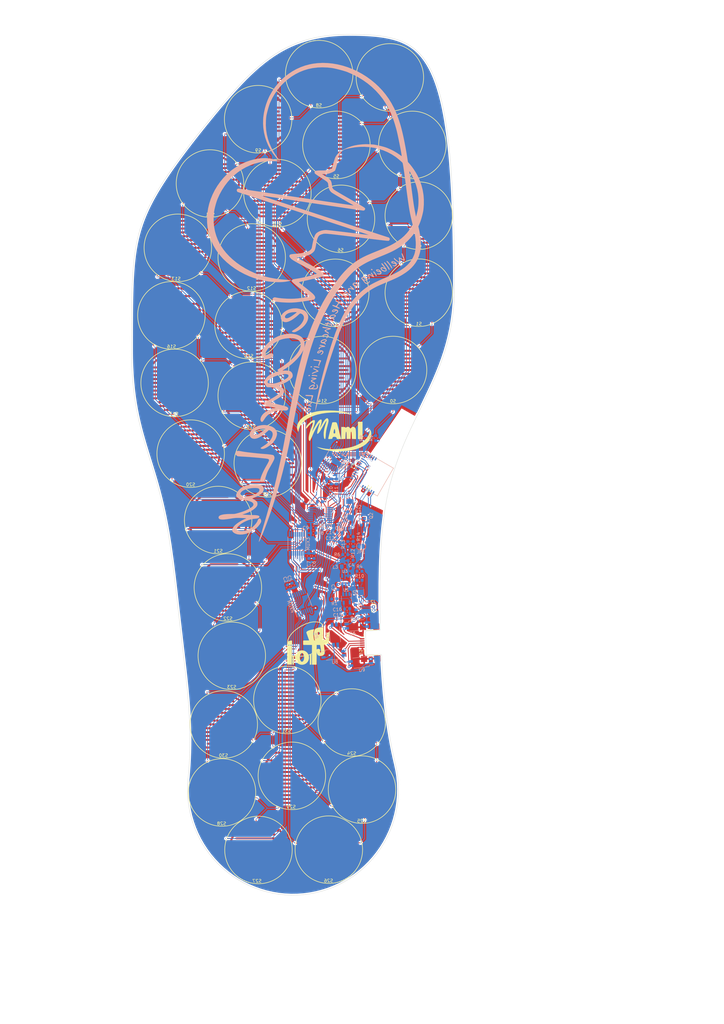
<source format=kicad_pcb>
(kicad_pcb (version 20171130) (host pcbnew "(5.0.0)")
  (layers (0 F.Cu signal) (31 B.Cu signal) (34 B.Paste user) (35 F.Paste user hide) (36 B.SilkS user hide) (37 F.SilkS user) (38 B.Mask user hide) (39 F.Mask user hide) (44 Edge.Cuts user hide))
  (net 0 "")
  (net 1 GND)
  (net 2 +3V3)
  (net 3 +5V)
  (net 4 +BATT)
  (net 5 /U1_A7)
  (net 6 /U1_A6)
  (net 7 /U1_A5)
  (net 8 /U1_A4)
  (net 9 /U1_A3)
  (net 10 /U1_A2)
  (net 11 /U1_A1)
  (net 12 /U1_A0)
  (net 13 /U2_A7)
  (net 14 /U2_A6)
  (net 15 /U2_A5)
  (net 16 /U2_A4)
  (net 17 /U2_A3)
  (net 18 /U2_A2)
  (net 19 /U2_A1)
  (net 20 /U2_A0)
  (net 21 /U1_Data)
  (net 22 /U2_Data)
  (net 23 /U3_Data)
  (net 24 /U4_Data)
  (net 25 /U3_A7)
  (net 26 /U3_A6)
  (net 27 /U3_A5)
  (net 28 /U3_A4)
  (net 29 /U3_A3)
  (net 30 /U3_A2)
  (net 31 /U3_A1)
  (net 32 /U3_A0)
  (net 33 /U4_A7)
  (net 34 /U4_A6)
  (net 35 /U4_A5)
  (net 36 /U4_A4)
  (net 37 /U4_A3)
  (net 38 /U4_A2)
  (net 39 /U4_A1)
  (net 40 /U4_A0)
  (net 41 "Net-(L1-Pad2)")
  (net 42 "Net-(L2-Pad2)")
  (net 43 "Net-(L3-Pad1)")
  (net 44 "Net-(R1-Pad1)")
  (net 45 "Net-(R2-Pad2)")
  (net 46 "Net-(R3-Pad2)")
  (net 47 /S0)
  (net 48 /S1)
  (net 49 /S2)
  (net 50 /MUX_E)
  (net 51 -BATT)
  (net 52 "Net-(C1-Pad1)")
  (net 53 Analog_Batt_Lvl)
  (net 54 "Net-(J1-Pad2)")
  (net 55 "Net-(J1-Pad3)")
  (net 56 "Net-(J1-Pad4)")
  (net 57 "Net-(JP1-Pad1)")
  (net 58 Enable_Batt_Lvl)
  (net 59 "Net-(R5-Pad1)")
  (net 60 "Net-(R5-Pad2)")
  (net 61 "Net-(R10-Pad1)")
  (net 62 "Net-(R11-Pad1)")
  (net 63 XRES)
  (net 64 P0.6)
  (net 65 P0.7)
  (module fsr_footprints:FSR_Circle_9mm (layer F.Cu) (at 194.749453 219.690707 180)
    (fp_text reference S31 (at 0.19 -9.68) (layer F.SilkS) (effects (justify mirror)))
    (fp_text value FSR)
    (pad 2 smd custom (at 9 0 180) (size 0.5 0.5) (layers F.Cu F.Mask) (net 33 /U4_A7) (options (clearance outline) (anchor circle)) (primitives (gr_line (start -12 7.2) (end -3.6 7.2) (width 0.6)) (gr_arc (start -9 0) (end -3.6 7.2) (angle -106.2) (width 0.6)) (gr_line (start -15.6 -2.4) (end -0.4 -2.4) (width 0.6)) (gr_line (start -14.2 -4.8) (end -1.5 -4.8) (width 0.6)) (gr_line (start -16.9 0) (end -0.1 0) (width 0.6)) (gr_line (start -14.1 4.8) (end -1.5 4.8) (width 0.6)) (gr_line (start -12.1 -7.2) (end -3.6 -7.2) (width 0.6)) (gr_line (start -15.5 2.4) (end -0.5 2.4) (width 0.6))))
    (pad e smd custom (at -9 0 180) (size 0.5 0.5) (layers F.Cu F.Mask) (options (clearance outline) (anchor circle)) (primitives (gr_line (start 5.8 -8.4) (end 12.1 -8.4) (width 0.6)) (gr_line (start 5.8 8.4) (end 11.9 8.4) (width 0.6)) (gr_line (start 16.7 1.2) (end 0.2 1.2) (width 0.6)) (gr_line (start 15.9 3.6) (end 0.9 3.6) (width 0.6)) (gr_line (start 16.7 -1.2) (end 0.2 -1.2) (width 0.6)) (gr_arc (start 9 0) (end 5.8 -8.4) (angle -138.1) (width 0.6)) (gr_line (start 14 -6) (end 2.4 -6) (width 0.6)) (gr_line (start 13.9 6) (end 2.4 6) (width 0.6)) (gr_line (start 15.9 -3.6) (end 0.9 -3.6) (width 0.6))))
  )
  (module fsr_footprints:FSR_Circle_9mm (layer F.Cu) (at 174.969453 227.290707 180)
    (fp_text reference S30 (at 0.09 -9.67) (layer F.SilkS) (effects (justify mirror)))
    (fp_text value FSR)
    (pad 2 smd custom (at 9 0 180) (size 0.5 0.5) (layers F.Cu F.Mask) (net 34 /U4_A6) (options (clearance outline) (anchor circle)) (primitives (gr_line (start -12 7.2) (end -3.6 7.2) (width 0.6)) (gr_arc (start -9 0) (end -3.6 7.2) (angle -106.2) (width 0.6)) (gr_line (start -15.6 -2.4) (end -0.4 -2.4) (width 0.6)) (gr_line (start -14.2 -4.8) (end -1.5 -4.8) (width 0.6)) (gr_line (start -16.9 0) (end -0.1 0) (width 0.6)) (gr_line (start -14.1 4.8) (end -1.5 4.8) (width 0.6)) (gr_line (start -12.1 -7.2) (end -3.6 -7.2) (width 0.6)) (gr_line (start -15.5 2.4) (end -0.5 2.4) (width 0.6))))
    (pad e smd custom (at -9 0 180) (size 0.5 0.5) (layers F.Cu F.Mask) (options (clearance outline) (anchor circle)) (primitives (gr_line (start 5.8 -8.4) (end 12.1 -8.4) (width 0.6)) (gr_line (start 5.8 8.4) (end 11.9 8.4) (width 0.6)) (gr_line (start 16.7 1.2) (end 0.2 1.2) (width 0.6)) (gr_line (start 15.9 3.6) (end 0.9 3.6) (width 0.6)) (gr_line (start 16.7 -1.2) (end 0.2 -1.2) (width 0.6)) (gr_arc (start 9 0) (end 5.8 -8.4) (angle -138.1) (width 0.6)) (gr_line (start 14 -6) (end 2.4 -6) (width 0.6)) (gr_line (start 13.9 6) (end 2.4 6) (width 0.6)) (gr_line (start 15.9 -3.6) (end 0.9 -3.6) (width 0.6))))
  )
  (module fsr_footprints:FSR_Circle_9mm (layer F.Cu) (at 196.169453 243.290707 180)
    (fp_text reference S29 (at 0.22 -9.65) (layer F.SilkS) (effects (justify mirror)))
    (fp_text value FSR)
    (pad 2 smd custom (at 9 0 180) (size 0.5 0.5) (layers F.Cu F.Mask) (net 35 /U4_A5) (options (clearance outline) (anchor circle)) (primitives (gr_line (start -12 7.2) (end -3.6 7.2) (width 0.6)) (gr_arc (start -9 0) (end -3.6 7.2) (angle -106.2) (width 0.6)) (gr_line (start -15.6 -2.4) (end -0.4 -2.4) (width 0.6)) (gr_line (start -14.2 -4.8) (end -1.5 -4.8) (width 0.6)) (gr_line (start -16.9 0) (end -0.1 0) (width 0.6)) (gr_line (start -14.1 4.8) (end -1.5 4.8) (width 0.6)) (gr_line (start -12.1 -7.2) (end -3.6 -7.2) (width 0.6)) (gr_line (start -15.5 2.4) (end -0.5 2.4) (width 0.6))))
    (pad e smd custom (at -9 0 180) (size 0.5 0.5) (layers F.Cu F.Mask) (options (clearance outline) (anchor circle)) (primitives (gr_line (start 5.8 -8.4) (end 12.1 -8.4) (width 0.6)) (gr_line (start 5.8 8.4) (end 11.9 8.4) (width 0.6)) (gr_line (start 16.7 1.2) (end 0.2 1.2) (width 0.6)) (gr_line (start 15.9 3.6) (end 0.9 3.6) (width 0.6)) (gr_line (start 16.7 -1.2) (end 0.2 -1.2) (width 0.6)) (gr_arc (start 9 0) (end 5.8 -8.4) (angle -138.1) (width 0.6)) (gr_line (start 14 -6) (end 2.4 -6) (width 0.6)) (gr_line (start 13.9 6) (end 2.4 6) (width 0.6)) (gr_line (start 15.9 -3.6) (end 0.9 -3.6) (width 0.6))))
  )
  (module fsr_footprints:FSR_Circle_9mm (layer F.Cu) (at 174.419453 248.460707 180)
    (fp_text reference S28 (at 0.13 -9.66) (layer F.SilkS) (effects (justify mirror)))
    (fp_text value FSR)
    (pad 2 smd custom (at 9 0 180) (size 0.5 0.5) (layers F.Cu F.Mask) (net 36 /U4_A4) (options (clearance outline) (anchor circle)) (primitives (gr_line (start -12 7.2) (end -3.6 7.2) (width 0.6)) (gr_arc (start -9 0) (end -3.6 7.2) (angle -106.2) (width 0.6)) (gr_line (start -15.6 -2.4) (end -0.4 -2.4) (width 0.6)) (gr_line (start -14.2 -4.8) (end -1.5 -4.8) (width 0.6)) (gr_line (start -16.9 0) (end -0.1 0) (width 0.6)) (gr_line (start -14.1 4.8) (end -1.5 4.8) (width 0.6)) (gr_line (start -12.1 -7.2) (end -3.6 -7.2) (width 0.6)) (gr_line (start -15.5 2.4) (end -0.5 2.4) (width 0.6))))
    (pad e smd custom (at -9 0 180) (size 0.5 0.5) (layers F.Cu F.Mask) (options (clearance outline) (anchor circle)) (primitives (gr_line (start 5.8 -8.4) (end 12.1 -8.4) (width 0.6)) (gr_line (start 5.8 8.4) (end 11.9 8.4) (width 0.6)) (gr_line (start 16.7 1.2) (end 0.2 1.2) (width 0.6)) (gr_line (start 15.9 3.6) (end 0.9 3.6) (width 0.6)) (gr_line (start 16.7 -1.2) (end 0.2 -1.2) (width 0.6)) (gr_arc (start 9 0) (end 5.8 -8.4) (angle -138.1) (width 0.6)) (gr_line (start 14 -6) (end 2.4 -6) (width 0.6)) (gr_line (start 13.9 6) (end 2.4 6) (width 0.6)) (gr_line (start 15.9 -3.6) (end 0.9 -3.6) (width 0.6))))
  )
  (module fsr_footprints:FSR_Circle_9mm (layer F.Cu) (at 185.769453 266.340707 180)
    (fp_text reference S27 (at 0.45 -9.65) (layer F.SilkS) (effects (justify mirror)))
    (fp_text value FSR)
    (pad 2 smd custom (at 9 0 180) (size 0.5 0.5) (layers F.Cu F.Mask) (net 37 /U4_A3) (options (clearance outline) (anchor circle)) (primitives (gr_line (start -12 7.2) (end -3.6 7.2) (width 0.6)) (gr_arc (start -9 0) (end -3.6 7.2) (angle -106.2) (width 0.6)) (gr_line (start -15.6 -2.4) (end -0.4 -2.4) (width 0.6)) (gr_line (start -14.2 -4.8) (end -1.5 -4.8) (width 0.6)) (gr_line (start -16.9 0) (end -0.1 0) (width 0.6)) (gr_line (start -14.1 4.8) (end -1.5 4.8) (width 0.6)) (gr_line (start -12.1 -7.2) (end -3.6 -7.2) (width 0.6)) (gr_line (start -15.5 2.4) (end -0.5 2.4) (width 0.6))))
    (pad e smd custom (at -9 0 180) (size 0.5 0.5) (layers F.Cu F.Mask) (options (clearance outline) (anchor circle)) (primitives (gr_line (start 5.8 -8.4) (end 12.1 -8.4) (width 0.6)) (gr_line (start 5.8 8.4) (end 11.9 8.4) (width 0.6)) (gr_line (start 16.7 1.2) (end 0.2 1.2) (width 0.6)) (gr_line (start 15.9 3.6) (end 0.9 3.6) (width 0.6)) (gr_line (start 16.7 -1.2) (end 0.2 -1.2) (width 0.6)) (gr_arc (start 9 0) (end 5.8 -8.4) (angle -138.1) (width 0.6)) (gr_line (start 14 -6) (end 2.4 -6) (width 0.6)) (gr_line (start 13.9 6) (end 2.4 6) (width 0.6)) (gr_line (start 15.9 -3.6) (end 0.9 -3.6) (width 0.6))))
  )
  (module fsr_footprints:FSR_Circle_9mm (layer F.Cu) (at 207.669453 266.240707 180)
    (fp_text reference S26 (at 0.11 -9.67) (layer F.SilkS) (effects (justify mirror)))
    (fp_text value FSR)
    (pad 2 smd custom (at 9 0 180) (size 0.5 0.5) (layers F.Cu F.Mask) (net 38 /U4_A2) (options (clearance outline) (anchor circle)) (primitives (gr_line (start -12 7.2) (end -3.6 7.2) (width 0.6)) (gr_arc (start -9 0) (end -3.6 7.2) (angle -106.2) (width 0.6)) (gr_line (start -15.6 -2.4) (end -0.4 -2.4) (width 0.6)) (gr_line (start -14.2 -4.8) (end -1.5 -4.8) (width 0.6)) (gr_line (start -16.9 0) (end -0.1 0) (width 0.6)) (gr_line (start -14.1 4.8) (end -1.5 4.8) (width 0.6)) (gr_line (start -12.1 -7.2) (end -3.6 -7.2) (width 0.6)) (gr_line (start -15.5 2.4) (end -0.5 2.4) (width 0.6))))
    (pad e smd custom (at -9 0 180) (size 0.5 0.5) (layers F.Cu F.Mask) (options (clearance outline) (anchor circle)) (primitives (gr_line (start 5.8 -8.4) (end 12.1 -8.4) (width 0.6)) (gr_line (start 5.8 8.4) (end 11.9 8.4) (width 0.6)) (gr_line (start 16.7 1.2) (end 0.2 1.2) (width 0.6)) (gr_line (start 15.9 3.6) (end 0.9 3.6) (width 0.6)) (gr_line (start 16.7 -1.2) (end 0.2 -1.2) (width 0.6)) (gr_arc (start 9 0) (end 5.8 -8.4) (angle -138.1) (width 0.6)) (gr_line (start 14 -6) (end 2.4 -6) (width 0.6)) (gr_line (start 13.9 6) (end 2.4 6) (width 0.6)) (gr_line (start 15.9 -3.6) (end 0.9 -3.6) (width 0.6))))
  )
  (module fsr_footprints:FSR_Circle_9mm (layer F.Cu) (at 217.999453 247.580707 180)
    (fp_text reference S25 (at 0.1 -9.71) (layer F.SilkS) (effects (justify mirror)))
    (fp_text value FSR)
    (pad 2 smd custom (at 9 0 180) (size 0.5 0.5) (layers F.Cu F.Mask) (net 39 /U4_A1) (options (clearance outline) (anchor circle)) (primitives (gr_line (start -12 7.2) (end -3.6 7.2) (width 0.6)) (gr_arc (start -9 0) (end -3.6 7.2) (angle -106.2) (width 0.6)) (gr_line (start -15.6 -2.4) (end -0.4 -2.4) (width 0.6)) (gr_line (start -14.2 -4.8) (end -1.5 -4.8) (width 0.6)) (gr_line (start -16.9 0) (end -0.1 0) (width 0.6)) (gr_line (start -14.1 4.8) (end -1.5 4.8) (width 0.6)) (gr_line (start -12.1 -7.2) (end -3.6 -7.2) (width 0.6)) (gr_line (start -15.5 2.4) (end -0.5 2.4) (width 0.6))))
    (pad e smd custom (at -9 0 180) (size 0.5 0.5) (layers F.Cu F.Mask) (options (clearance outline) (anchor circle)) (primitives (gr_line (start 5.8 -8.4) (end 12.1 -8.4) (width 0.6)) (gr_line (start 5.8 8.4) (end 11.9 8.4) (width 0.6)) (gr_line (start 16.7 1.2) (end 0.2 1.2) (width 0.6)) (gr_line (start 15.9 3.6) (end 0.9 3.6) (width 0.6)) (gr_line (start 16.7 -1.2) (end 0.2 -1.2) (width 0.6)) (gr_arc (start 9 0) (end 5.8 -8.4) (angle -138.1) (width 0.6)) (gr_line (start 14 -6) (end 2.4 -6) (width 0.6)) (gr_line (start 13.9 6) (end 2.4 6) (width 0.6)) (gr_line (start 15.9 -3.6) (end 0.9 -3.6) (width 0.6))))
  )
  (module fsr_footprints:FSR_Circle_9mm (layer F.Cu) (at 214.789453 226.710707 180)
    (fp_text reference S24 (at 0.02 -9.61) (layer F.SilkS) (effects (justify mirror)))
    (fp_text value FSR)
    (pad 2 smd custom (at 9 0 180) (size 0.5 0.5) (layers F.Cu F.Mask) (net 40 /U4_A0) (options (clearance outline) (anchor circle)) (primitives (gr_line (start -12 7.2) (end -3.6 7.2) (width 0.6)) (gr_arc (start -9 0) (end -3.6 7.2) (angle -106.2) (width 0.6)) (gr_line (start -15.6 -2.4) (end -0.4 -2.4) (width 0.6)) (gr_line (start -14.2 -4.8) (end -1.5 -4.8) (width 0.6)) (gr_line (start -16.9 0) (end -0.1 0) (width 0.6)) (gr_line (start -14.1 4.8) (end -1.5 4.8) (width 0.6)) (gr_line (start -12.1 -7.2) (end -3.6 -7.2) (width 0.6)) (gr_line (start -15.5 2.4) (end -0.5 2.4) (width 0.6))))
    (pad e smd custom (at -9 0 180) (size 0.5 0.5) (layers F.Cu F.Mask) (options (clearance outline) (anchor circle)) (primitives (gr_line (start 5.8 -8.4) (end 12.1 -8.4) (width 0.6)) (gr_line (start 5.8 8.4) (end 11.9 8.4) (width 0.6)) (gr_line (start 16.7 1.2) (end 0.2 1.2) (width 0.6)) (gr_line (start 15.9 3.6) (end 0.9 3.6) (width 0.6)) (gr_line (start 16.7 -1.2) (end 0.2 -1.2) (width 0.6)) (gr_arc (start 9 0) (end 5.8 -8.4) (angle -138.1) (width 0.6)) (gr_line (start 14 -6) (end 2.4 -6) (width 0.6)) (gr_line (start 13.9 6) (end 2.4 6) (width 0.6)) (gr_line (start 15.9 -3.6) (end 0.9 -3.6) (width 0.6))))
  )
  (module fsr_footprints:FSR_Circle_9mm (layer F.Cu) (at 177.469453 205.970707 180)
    (fp_text reference S23 (at 0.02 -9.69) (layer F.SilkS) (effects (justify mirror)))
    (fp_text value FSR)
    (pad 2 smd custom (at 9 0 180) (size 0.5 0.5) (layers F.Cu F.Mask) (net 25 /U3_A7) (options (clearance outline) (anchor circle)) (primitives (gr_line (start -12 7.2) (end -3.6 7.2) (width 0.6)) (gr_arc (start -9 0) (end -3.6 7.2) (angle -106.2) (width 0.6)) (gr_line (start -15.6 -2.4) (end -0.4 -2.4) (width 0.6)) (gr_line (start -14.2 -4.8) (end -1.5 -4.8) (width 0.6)) (gr_line (start -16.9 0) (end -0.1 0) (width 0.6)) (gr_line (start -14.1 4.8) (end -1.5 4.8) (width 0.6)) (gr_line (start -12.1 -7.2) (end -3.6 -7.2) (width 0.6)) (gr_line (start -15.5 2.4) (end -0.5 2.4) (width 0.6))))
    (pad e smd custom (at -9 0 180) (size 0.5 0.5) (layers F.Cu F.Mask) (options (clearance outline) (anchor circle)) (primitives (gr_line (start 5.8 -8.4) (end 12.1 -8.4) (width 0.6)) (gr_line (start 5.8 8.4) (end 11.9 8.4) (width 0.6)) (gr_line (start 16.7 1.2) (end 0.2 1.2) (width 0.6)) (gr_line (start 15.9 3.6) (end 0.9 3.6) (width 0.6)) (gr_line (start 16.7 -1.2) (end 0.2 -1.2) (width 0.6)) (gr_arc (start 9 0) (end 5.8 -8.4) (angle -138.1) (width 0.6)) (gr_line (start 14 -6) (end 2.4 -6) (width 0.6)) (gr_line (start 13.9 6) (end 2.4 6) (width 0.6)) (gr_line (start 15.9 -3.6) (end 0.9 -3.6) (width 0.6))))
  )
  (module fsr_footprints:FSR_Circle_9mm (layer F.Cu) (at 176.249453 184.720707 180)
    (fp_text reference S22 (at -0.01 -9.67) (layer F.SilkS) (effects (justify mirror)))
    (fp_text value FSR)
    (pad 2 smd custom (at 9 0 180) (size 0.5 0.5) (layers F.Cu F.Mask) (net 26 /U3_A6) (options (clearance outline) (anchor circle)) (primitives (gr_line (start -12 7.2) (end -3.6 7.2) (width 0.6)) (gr_arc (start -9 0) (end -3.6 7.2) (angle -106.2) (width 0.6)) (gr_line (start -15.6 -2.4) (end -0.4 -2.4) (width 0.6)) (gr_line (start -14.2 -4.8) (end -1.5 -4.8) (width 0.6)) (gr_line (start -16.9 0) (end -0.1 0) (width 0.6)) (gr_line (start -14.1 4.8) (end -1.5 4.8) (width 0.6)) (gr_line (start -12.1 -7.2) (end -3.6 -7.2) (width 0.6)) (gr_line (start -15.5 2.4) (end -0.5 2.4) (width 0.6))))
    (pad e smd custom (at -9 0 180) (size 0.5 0.5) (layers F.Cu F.Mask) (options (clearance outline) (anchor circle)) (primitives (gr_line (start 5.8 -8.4) (end 12.1 -8.4) (width 0.6)) (gr_line (start 5.8 8.4) (end 11.9 8.4) (width 0.6)) (gr_line (start 16.7 1.2) (end 0.2 1.2) (width 0.6)) (gr_line (start 15.9 3.6) (end 0.9 3.6) (width 0.6)) (gr_line (start 16.7 -1.2) (end 0.2 -1.2) (width 0.6)) (gr_arc (start 9 0) (end 5.8 -8.4) (angle -138.1) (width 0.6)) (gr_line (start 14 -6) (end 2.4 -6) (width 0.6)) (gr_line (start 13.9 6) (end 2.4 6) (width 0.6)) (gr_line (start 15.9 -3.6) (end 0.9 -3.6) (width 0.6))))
  )
  (module fsr_footprints:FSR_Circle_9mm (layer F.Cu) (at 173.219453 163.740707 180)
    (fp_text reference S21 (at 0 -9.63) (layer F.SilkS) (effects (justify mirror)))
    (fp_text value FSR)
    (pad 2 smd custom (at 9 0 180) (size 0.5 0.5) (layers F.Cu F.Mask) (net 27 /U3_A5) (options (clearance outline) (anchor circle)) (primitives (gr_line (start -12 7.2) (end -3.6 7.2) (width 0.6)) (gr_arc (start -9 0) (end -3.6 7.2) (angle -106.2) (width 0.6)) (gr_line (start -15.6 -2.4) (end -0.4 -2.4) (width 0.6)) (gr_line (start -14.2 -4.8) (end -1.5 -4.8) (width 0.6)) (gr_line (start -16.9 0) (end -0.1 0) (width 0.6)) (gr_line (start -14.1 4.8) (end -1.5 4.8) (width 0.6)) (gr_line (start -12.1 -7.2) (end -3.6 -7.2) (width 0.6)) (gr_line (start -15.5 2.4) (end -0.5 2.4) (width 0.6))))
    (pad e smd custom (at -9 0 180) (size 0.5 0.5) (layers F.Cu F.Mask) (options (clearance outline) (anchor circle)) (primitives (gr_line (start 5.8 -8.4) (end 12.1 -8.4) (width 0.6)) (gr_line (start 5.8 8.4) (end 11.9 8.4) (width 0.6)) (gr_line (start 16.7 1.2) (end 0.2 1.2) (width 0.6)) (gr_line (start 15.9 3.6) (end 0.9 3.6) (width 0.6)) (gr_line (start 16.7 -1.2) (end 0.2 -1.2) (width 0.6)) (gr_arc (start 9 0) (end 5.8 -8.4) (angle -138.1) (width 0.6)) (gr_line (start 14 -6) (end 2.4 -6) (width 0.6)) (gr_line (start 13.9 6) (end 2.4 6) (width 0.6)) (gr_line (start 15.9 -3.6) (end 0.9 -3.6) (width 0.6))))
  )
  (module fsr_footprints:FSR_Circle_9mm (layer F.Cu) (at 164.669453 143.090707 180)
    (fp_text reference S20 (at 0.01 -9.62) (layer F.SilkS) (effects (justify mirror)))
    (fp_text value FSR)
    (pad 2 smd custom (at 9 0 180) (size 0.5 0.5) (layers F.Cu F.Mask) (net 28 /U3_A4) (options (clearance outline) (anchor circle)) (primitives (gr_line (start -12 7.2) (end -3.6 7.2) (width 0.6)) (gr_arc (start -9 0) (end -3.6 7.2) (angle -106.2) (width 0.6)) (gr_line (start -15.6 -2.4) (end -0.4 -2.4) (width 0.6)) (gr_line (start -14.2 -4.8) (end -1.5 -4.8) (width 0.6)) (gr_line (start -16.9 0) (end -0.1 0) (width 0.6)) (gr_line (start -14.1 4.8) (end -1.5 4.8) (width 0.6)) (gr_line (start -12.1 -7.2) (end -3.6 -7.2) (width 0.6)) (gr_line (start -15.5 2.4) (end -0.5 2.4) (width 0.6))))
    (pad e smd custom (at -9 0 180) (size 0.5 0.5) (layers F.Cu F.Mask) (options (clearance outline) (anchor circle)) (primitives (gr_line (start 5.8 -8.4) (end 12.1 -8.4) (width 0.6)) (gr_line (start 5.8 8.4) (end 11.9 8.4) (width 0.6)) (gr_line (start 16.7 1.2) (end 0.2 1.2) (width 0.6)) (gr_line (start 15.9 3.6) (end 0.9 3.6) (width 0.6)) (gr_line (start 16.7 -1.2) (end 0.2 -1.2) (width 0.6)) (gr_arc (start 9 0) (end 5.8 -8.4) (angle -138.1) (width 0.6)) (gr_line (start 14 -6) (end 2.4 -6) (width 0.6)) (gr_line (start 13.9 6) (end 2.4 6) (width 0.6)) (gr_line (start 15.9 -3.6) (end 0.9 -3.6) (width 0.6))))
  )
  (module fsr_footprints:FSR_Circle_9mm (layer F.Cu) (at 188.669453 146.090707 180)
    (fp_text reference S19 (at 0.08 -9.62) (layer F.SilkS) (effects (justify mirror)))
    (fp_text value FSR)
    (pad 2 smd custom (at 9 0 180) (size 0.5 0.5) (layers F.Cu F.Mask) (net 29 /U3_A3) (options (clearance outline) (anchor circle)) (primitives (gr_line (start -12 7.2) (end -3.6 7.2) (width 0.6)) (gr_arc (start -9 0) (end -3.6 7.2) (angle -106.2) (width 0.6)) (gr_line (start -15.6 -2.4) (end -0.4 -2.4) (width 0.6)) (gr_line (start -14.2 -4.8) (end -1.5 -4.8) (width 0.6)) (gr_line (start -16.9 0) (end -0.1 0) (width 0.6)) (gr_line (start -14.1 4.8) (end -1.5 4.8) (width 0.6)) (gr_line (start -12.1 -7.2) (end -3.6 -7.2) (width 0.6)) (gr_line (start -15.5 2.4) (end -0.5 2.4) (width 0.6))))
    (pad e smd custom (at -9 0 180) (size 0.5 0.5) (layers F.Cu F.Mask) (options (clearance outline) (anchor circle)) (primitives (gr_line (start 5.8 -8.4) (end 12.1 -8.4) (width 0.6)) (gr_line (start 5.8 8.4) (end 11.9 8.4) (width 0.6)) (gr_line (start 16.7 1.2) (end 0.2 1.2) (width 0.6)) (gr_line (start 15.9 3.6) (end 0.9 3.6) (width 0.6)) (gr_line (start 16.7 -1.2) (end 0.2 -1.2) (width 0.6)) (gr_arc (start 9 0) (end 5.8 -8.4) (angle -138.1) (width 0.6)) (gr_line (start 14 -6) (end 2.4 -6) (width 0.6)) (gr_line (start 13.9 6) (end 2.4 6) (width 0.6)) (gr_line (start 15.9 -3.6) (end 0.9 -3.6) (width 0.6))))
  )
  (module fsr_footprints:FSR_Circle_9mm (layer F.Cu) (at 183.669453 125.090707 180)
    (fp_text reference S18 (at 0.2 -9.66) (layer F.SilkS) (effects (justify mirror)))
    (fp_text value FSR)
    (pad 2 smd custom (at 9 0 180) (size 0.5 0.5) (layers F.Cu F.Mask) (net 30 /U3_A2) (options (clearance outline) (anchor circle)) (primitives (gr_line (start -12 7.2) (end -3.6 7.2) (width 0.6)) (gr_arc (start -9 0) (end -3.6 7.2) (angle -106.2) (width 0.6)) (gr_line (start -15.6 -2.4) (end -0.4 -2.4) (width 0.6)) (gr_line (start -14.2 -4.8) (end -1.5 -4.8) (width 0.6)) (gr_line (start -16.9 0) (end -0.1 0) (width 0.6)) (gr_line (start -14.1 4.8) (end -1.5 4.8) (width 0.6)) (gr_line (start -12.1 -7.2) (end -3.6 -7.2) (width 0.6)) (gr_line (start -15.5 2.4) (end -0.5 2.4) (width 0.6))))
    (pad e smd custom (at -9 0 180) (size 0.5 0.5) (layers F.Cu F.Mask) (options (clearance outline) (anchor circle)) (primitives (gr_line (start 5.8 -8.4) (end 12.1 -8.4) (width 0.6)) (gr_line (start 5.8 8.4) (end 11.9 8.4) (width 0.6)) (gr_line (start 16.7 1.2) (end 0.2 1.2) (width 0.6)) (gr_line (start 15.9 3.6) (end 0.9 3.6) (width 0.6)) (gr_line (start 16.7 -1.2) (end 0.2 -1.2) (width 0.6)) (gr_arc (start 9 0) (end 5.8 -8.4) (angle -138.1) (width 0.6)) (gr_line (start 14 -6) (end 2.4 -6) (width 0.6)) (gr_line (start 13.9 6) (end 2.4 6) (width 0.6)) (gr_line (start 15.9 -3.6) (end 0.9 -3.6) (width 0.6))))
  )
  (module fsr_footprints:FSR_Circle_9mm (layer F.Cu) (at 159.669453 121.090707 180)
    (fp_text reference S17 (at 0.22 -9.65) (layer F.SilkS) (effects (justify mirror)))
    (fp_text value FSR)
    (pad 2 smd custom (at 9 0 180) (size 0.5 0.5) (layers F.Cu F.Mask) (net 31 /U3_A1) (options (clearance outline) (anchor circle)) (primitives (gr_line (start -12 7.2) (end -3.6 7.2) (width 0.6)) (gr_arc (start -9 0) (end -3.6 7.2) (angle -106.2) (width 0.6)) (gr_line (start -15.6 -2.4) (end -0.4 -2.4) (width 0.6)) (gr_line (start -14.2 -4.8) (end -1.5 -4.8) (width 0.6)) (gr_line (start -16.9 0) (end -0.1 0) (width 0.6)) (gr_line (start -14.1 4.8) (end -1.5 4.8) (width 0.6)) (gr_line (start -12.1 -7.2) (end -3.6 -7.2) (width 0.6)) (gr_line (start -15.5 2.4) (end -0.5 2.4) (width 0.6))))
    (pad e smd custom (at -9 0 180) (size 0.5 0.5) (layers F.Cu F.Mask) (options (clearance outline) (anchor circle)) (primitives (gr_line (start 5.8 -8.4) (end 12.1 -8.4) (width 0.6)) (gr_line (start 5.8 8.4) (end 11.9 8.4) (width 0.6)) (gr_line (start 16.7 1.2) (end 0.2 1.2) (width 0.6)) (gr_line (start 15.9 3.6) (end 0.9 3.6) (width 0.6)) (gr_line (start 16.7 -1.2) (end 0.2 -1.2) (width 0.6)) (gr_arc (start 9 0) (end 5.8 -8.4) (angle -138.1) (width 0.6)) (gr_line (start 14 -6) (end 2.4 -6) (width 0.6)) (gr_line (start 13.9 6) (end 2.4 6) (width 0.6)) (gr_line (start 15.9 -3.6) (end 0.9 -3.6) (width 0.6))))
  )
  (module fsr_footprints:FSR_Circle_9mm (layer F.Cu) (at 158.669453 100.090707 180)
    (fp_text reference S16 (at -0.01 -9.69) (layer F.SilkS) (effects (justify mirror)))
    (fp_text value FSR)
    (pad 2 smd custom (at 9 0 180) (size 0.5 0.5) (layers F.Cu F.Mask) (net 32 /U3_A0) (options (clearance outline) (anchor circle)) (primitives (gr_line (start -12 7.2) (end -3.6 7.2) (width 0.6)) (gr_arc (start -9 0) (end -3.6 7.2) (angle -106.2) (width 0.6)) (gr_line (start -15.6 -2.4) (end -0.4 -2.4) (width 0.6)) (gr_line (start -14.2 -4.8) (end -1.5 -4.8) (width 0.6)) (gr_line (start -16.9 0) (end -0.1 0) (width 0.6)) (gr_line (start -14.1 4.8) (end -1.5 4.8) (width 0.6)) (gr_line (start -12.1 -7.2) (end -3.6 -7.2) (width 0.6)) (gr_line (start -15.5 2.4) (end -0.5 2.4) (width 0.6))))
    (pad e smd custom (at -9 0 180) (size 0.5 0.5) (layers F.Cu F.Mask) (options (clearance outline) (anchor circle)) (primitives (gr_line (start 5.8 -8.4) (end 12.1 -8.4) (width 0.6)) (gr_line (start 5.8 8.4) (end 11.9 8.4) (width 0.6)) (gr_line (start 16.7 1.2) (end 0.2 1.2) (width 0.6)) (gr_line (start 15.9 3.6) (end 0.9 3.6) (width 0.6)) (gr_line (start 16.7 -1.2) (end 0.2 -1.2) (width 0.6)) (gr_arc (start 9 0) (end 5.8 -8.4) (angle -138.1) (width 0.6)) (gr_line (start 14 -6) (end 2.4 -6) (width 0.6)) (gr_line (start 13.9 6) (end 2.4 6) (width 0.6)) (gr_line (start 15.9 -3.6) (end 0.9 -3.6) (width 0.6))))
  )
  (module fsr_footprints:FSR_Circle_9mm (layer F.Cu) (at 182.669453 103.090707 180)
    (fp_text reference S15 (at -0.1 -9.65) (layer F.SilkS) (effects (justify mirror)))
    (fp_text value FSR)
    (pad 2 smd custom (at 9 0 180) (size 0.5 0.5) (layers F.Cu F.Mask) (net 13 /U2_A7) (options (clearance outline) (anchor circle)) (primitives (gr_line (start -12 7.2) (end -3.6 7.2) (width 0.6)) (gr_arc (start -9 0) (end -3.6 7.2) (angle -106.2) (width 0.6)) (gr_line (start -15.6 -2.4) (end -0.4 -2.4) (width 0.6)) (gr_line (start -14.2 -4.8) (end -1.5 -4.8) (width 0.6)) (gr_line (start -16.9 0) (end -0.1 0) (width 0.6)) (gr_line (start -14.1 4.8) (end -1.5 4.8) (width 0.6)) (gr_line (start -12.1 -7.2) (end -3.6 -7.2) (width 0.6)) (gr_line (start -15.5 2.4) (end -0.5 2.4) (width 0.6))))
    (pad e smd custom (at -9 0 180) (size 0.5 0.5) (layers F.Cu F.Mask) (options (clearance outline) (anchor circle)) (primitives (gr_line (start 5.8 -8.4) (end 12.1 -8.4) (width 0.6)) (gr_line (start 5.8 8.4) (end 11.9 8.4) (width 0.6)) (gr_line (start 16.7 1.2) (end 0.2 1.2) (width 0.6)) (gr_line (start 15.9 3.6) (end 0.9 3.6) (width 0.6)) (gr_line (start 16.7 -1.2) (end 0.2 -1.2) (width 0.6)) (gr_arc (start 9 0) (end 5.8 -8.4) (angle -138.1) (width 0.6)) (gr_line (start 14 -6) (end 2.4 -6) (width 0.6)) (gr_line (start 13.9 6) (end 2.4 6) (width 0.6)) (gr_line (start 15.9 -3.6) (end 0.9 -3.6) (width 0.6))))
  )
  (module fsr_footprints:FSR_Circle_9mm (layer F.Cu) (at 205.669453 117.090707 180)
    (fp_text reference S14 (at 0.01 -9.63) (layer F.SilkS) (effects (justify mirror)))
    (fp_text value FSR)
    (pad 2 smd custom (at 9 0 180) (size 0.5 0.5) (layers F.Cu F.Mask) (net 14 /U2_A6) (options (clearance outline) (anchor circle)) (primitives (gr_line (start -12 7.2) (end -3.6 7.2) (width 0.6)) (gr_arc (start -9 0) (end -3.6 7.2) (angle -106.2) (width 0.6)) (gr_line (start -15.6 -2.4) (end -0.4 -2.4) (width 0.6)) (gr_line (start -14.2 -4.8) (end -1.5 -4.8) (width 0.6)) (gr_line (start -16.9 0) (end -0.1 0) (width 0.6)) (gr_line (start -14.1 4.8) (end -1.5 4.8) (width 0.6)) (gr_line (start -12.1 -7.2) (end -3.6 -7.2) (width 0.6)) (gr_line (start -15.5 2.4) (end -0.5 2.4) (width 0.6))))
    (pad e smd custom (at -9 0 180) (size 0.5 0.5) (layers F.Cu F.Mask) (options (clearance outline) (anchor circle)) (primitives (gr_line (start 5.8 -8.4) (end 12.1 -8.4) (width 0.6)) (gr_line (start 5.8 8.4) (end 11.9 8.4) (width 0.6)) (gr_line (start 16.7 1.2) (end 0.2 1.2) (width 0.6)) (gr_line (start 15.9 3.6) (end 0.9 3.6) (width 0.6)) (gr_line (start 16.7 -1.2) (end 0.2 -1.2) (width 0.6)) (gr_arc (start 9 0) (end 5.8 -8.4) (angle -138.1) (width 0.6)) (gr_line (start 14 -6) (end 2.4 -6) (width 0.6)) (gr_line (start 13.9 6) (end 2.4 6) (width 0.6)) (gr_line (start 15.9 -3.6) (end 0.9 -3.6) (width 0.6))))
  )
  (module fsr_footprints:FSR_Circle_9mm (layer F.Cu) (at 160.669453 79.090707 180)
    (fp_text reference S13 (at 0.53 -9.61) (layer F.SilkS) (effects (justify mirror)))
    (fp_text value FSR)
    (pad 2 smd custom (at 9 0 180) (size 0.5 0.5) (layers F.Cu F.Mask) (net 15 /U2_A5) (options (clearance outline) (anchor circle)) (primitives (gr_line (start -12 7.2) (end -3.6 7.2) (width 0.6)) (gr_arc (start -9 0) (end -3.6 7.2) (angle -106.2) (width 0.6)) (gr_line (start -15.6 -2.4) (end -0.4 -2.4) (width 0.6)) (gr_line (start -14.2 -4.8) (end -1.5 -4.8) (width 0.6)) (gr_line (start -16.9 0) (end -0.1 0) (width 0.6)) (gr_line (start -14.1 4.8) (end -1.5 4.8) (width 0.6)) (gr_line (start -12.1 -7.2) (end -3.6 -7.2) (width 0.6)) (gr_line (start -15.5 2.4) (end -0.5 2.4) (width 0.6))))
    (pad e smd custom (at -9 0 180) (size 0.5 0.5) (layers F.Cu F.Mask) (options (clearance outline) (anchor circle)) (primitives (gr_line (start 5.8 -8.4) (end 12.1 -8.4) (width 0.6)) (gr_line (start 5.8 8.4) (end 11.9 8.4) (width 0.6)) (gr_line (start 16.7 1.2) (end 0.2 1.2) (width 0.6)) (gr_line (start 15.9 3.6) (end 0.9 3.6) (width 0.6)) (gr_line (start 16.7 -1.2) (end 0.2 -1.2) (width 0.6)) (gr_arc (start 9 0) (end 5.8 -8.4) (angle -138.1) (width 0.6)) (gr_line (start 14 -6) (end 2.4 -6) (width 0.6)) (gr_line (start 13.9 6) (end 2.4 6) (width 0.6)) (gr_line (start 15.9 -3.6) (end 0.9 -3.6) (width 0.6))))
  )
  (module fsr_footprints:FSR_Circle_9mm (layer F.Cu) (at 183.669453 82.090707 180)
    (fp_text reference S12 (at 0.05 -9.62) (layer F.SilkS) (effects (justify mirror)))
    (fp_text value FSR)
    (pad 2 smd custom (at 9 0 180) (size 0.5 0.5) (layers F.Cu F.Mask) (net 16 /U2_A4) (options (clearance outline) (anchor circle)) (primitives (gr_line (start -12 7.2) (end -3.6 7.2) (width 0.6)) (gr_arc (start -9 0) (end -3.6 7.2) (angle -106.2) (width 0.6)) (gr_line (start -15.6 -2.4) (end -0.4 -2.4) (width 0.6)) (gr_line (start -14.2 -4.8) (end -1.5 -4.8) (width 0.6)) (gr_line (start -16.9 0) (end -0.1 0) (width 0.6)) (gr_line (start -14.1 4.8) (end -1.5 4.8) (width 0.6)) (gr_line (start -12.1 -7.2) (end -3.6 -7.2) (width 0.6)) (gr_line (start -15.5 2.4) (end -0.5 2.4) (width 0.6))))
    (pad e smd custom (at -9 0 180) (size 0.5 0.5) (layers F.Cu F.Mask) (options (clearance outline) (anchor circle)) (primitives (gr_line (start 5.8 -8.4) (end 12.1 -8.4) (width 0.6)) (gr_line (start 5.8 8.4) (end 11.9 8.4) (width 0.6)) (gr_line (start 16.7 1.2) (end 0.2 1.2) (width 0.6)) (gr_line (start 15.9 3.6) (end 0.9 3.6) (width 0.6)) (gr_line (start 16.7 -1.2) (end 0.2 -1.2) (width 0.6)) (gr_arc (start 9 0) (end 5.8 -8.4) (angle -138.1) (width 0.6)) (gr_line (start 14 -6) (end 2.4 -6) (width 0.6)) (gr_line (start 13.9 6) (end 2.4 6) (width 0.6)) (gr_line (start 15.9 -3.6) (end 0.9 -3.6) (width 0.6))))
  )
  (module fsr_footprints:FSR_Circle_9mm (layer F.Cu) (at 170.669453 59.090707 180)
    (fp_text reference S11 (at -0.06 -9.67) (layer F.SilkS) (effects (justify mirror)))
    (fp_text value FSR)
    (pad 2 smd custom (at 9 0 180) (size 0.5 0.5) (layers F.Cu F.Mask) (net 17 /U2_A3) (options (clearance outline) (anchor circle)) (primitives (gr_line (start -12 7.2) (end -3.6 7.2) (width 0.6)) (gr_arc (start -9 0) (end -3.6 7.2) (angle -106.2) (width 0.6)) (gr_line (start -15.6 -2.4) (end -0.4 -2.4) (width 0.6)) (gr_line (start -14.2 -4.8) (end -1.5 -4.8) (width 0.6)) (gr_line (start -16.9 0) (end -0.1 0) (width 0.6)) (gr_line (start -14.1 4.8) (end -1.5 4.8) (width 0.6)) (gr_line (start -12.1 -7.2) (end -3.6 -7.2) (width 0.6)) (gr_line (start -15.5 2.4) (end -0.5 2.4) (width 0.6))))
    (pad e smd custom (at -9 0 180) (size 0.5 0.5) (layers F.Cu F.Mask) (options (clearance outline) (anchor circle)) (primitives (gr_line (start 5.8 -8.4) (end 12.1 -8.4) (width 0.6)) (gr_line (start 5.8 8.4) (end 11.9 8.4) (width 0.6)) (gr_line (start 16.7 1.2) (end 0.2 1.2) (width 0.6)) (gr_line (start 15.9 3.6) (end 0.9 3.6) (width 0.6)) (gr_line (start 16.7 -1.2) (end 0.2 -1.2) (width 0.6)) (gr_arc (start 9 0) (end 5.8 -8.4) (angle -138.1) (width 0.6)) (gr_line (start 14 -6) (end 2.4 -6) (width 0.6)) (gr_line (start 13.9 6) (end 2.4 6) (width 0.6)) (gr_line (start 15.9 -3.6) (end 0.9 -3.6) (width 0.6))))
  )
  (module fsr_footprints:FSR_Circle_9mm (layer F.Cu) (at 191.669453 62.090707 180)
    (fp_text reference S10 (at -0.01 -9.66) (layer F.SilkS) (effects (justify mirror)))
    (fp_text value FSR)
    (pad 2 smd custom (at 9 0 180) (size 0.5 0.5) (layers F.Cu F.Mask) (net 18 /U2_A2) (options (clearance outline) (anchor circle)) (primitives (gr_line (start -12 7.2) (end -3.6 7.2) (width 0.6)) (gr_arc (start -9 0) (end -3.6 7.2) (angle -106.2) (width 0.6)) (gr_line (start -15.6 -2.4) (end -0.4 -2.4) (width 0.6)) (gr_line (start -14.2 -4.8) (end -1.5 -4.8) (width 0.6)) (gr_line (start -16.9 0) (end -0.1 0) (width 0.6)) (gr_line (start -14.1 4.8) (end -1.5 4.8) (width 0.6)) (gr_line (start -12.1 -7.2) (end -3.6 -7.2) (width 0.6)) (gr_line (start -15.5 2.4) (end -0.5 2.4) (width 0.6))))
    (pad e smd custom (at -9 0 180) (size 0.5 0.5) (layers F.Cu F.Mask) (options (clearance outline) (anchor circle)) (primitives (gr_line (start 5.8 -8.4) (end 12.1 -8.4) (width 0.6)) (gr_line (start 5.8 8.4) (end 11.9 8.4) (width 0.6)) (gr_line (start 16.7 1.2) (end 0.2 1.2) (width 0.6)) (gr_line (start 15.9 3.6) (end 0.9 3.6) (width 0.6)) (gr_line (start 16.7 -1.2) (end 0.2 -1.2) (width 0.6)) (gr_arc (start 9 0) (end 5.8 -8.4) (angle -138.1) (width 0.6)) (gr_line (start 14 -6) (end 2.4 -6) (width 0.6)) (gr_line (start 13.9 6) (end 2.4 6) (width 0.6)) (gr_line (start 15.9 -3.6) (end 0.9 -3.6) (width 0.6))))
  )
  (module fsr_footprints:FSR_Circle_9mm (layer F.Cu) (at 185.669453 39.090707 180)
    (fp_text reference S9 (at -0.04 -9.7) (layer F.SilkS) (effects (justify mirror)))
    (fp_text value FSR)
    (pad 2 smd custom (at 9 0 180) (size 0.5 0.5) (layers F.Cu F.Mask) (net 19 /U2_A1) (options (clearance outline) (anchor circle)) (primitives (gr_line (start -12 7.2) (end -3.6 7.2) (width 0.6)) (gr_arc (start -9 0) (end -3.6 7.2) (angle -106.2) (width 0.6)) (gr_line (start -15.6 -2.4) (end -0.4 -2.4) (width 0.6)) (gr_line (start -14.2 -4.8) (end -1.5 -4.8) (width 0.6)) (gr_line (start -16.9 0) (end -0.1 0) (width 0.6)) (gr_line (start -14.1 4.8) (end -1.5 4.8) (width 0.6)) (gr_line (start -12.1 -7.2) (end -3.6 -7.2) (width 0.6)) (gr_line (start -15.5 2.4) (end -0.5 2.4) (width 0.6))))
    (pad e smd custom (at -9 0 180) (size 0.5 0.5) (layers F.Cu F.Mask) (options (clearance outline) (anchor circle)) (primitives (gr_line (start 5.8 -8.4) (end 12.1 -8.4) (width 0.6)) (gr_line (start 5.8 8.4) (end 11.9 8.4) (width 0.6)) (gr_line (start 16.7 1.2) (end 0.2 1.2) (width 0.6)) (gr_line (start 15.9 3.6) (end 0.9 3.6) (width 0.6)) (gr_line (start 16.7 -1.2) (end 0.2 -1.2) (width 0.6)) (gr_arc (start 9 0) (end 5.8 -8.4) (angle -138.1) (width 0.6)) (gr_line (start 14 -6) (end 2.4 -6) (width 0.6)) (gr_line (start 13.9 6) (end 2.4 6) (width 0.6)) (gr_line (start 15.9 -3.6) (end 0.9 -3.6) (width 0.6))))
  )
  (module fsr_footprints:FSR_Circle_9mm (layer F.Cu) (at 204.669453 25.090707 180)
    (fp_text reference S8 (at 0.1 -9.67) (layer F.SilkS) (effects (justify mirror)))
    (fp_text value FSR)
    (pad 2 smd custom (at 9 0 180) (size 0.5 0.5) (layers F.Cu F.Mask) (net 20 /U2_A0) (options (clearance outline) (anchor circle)) (primitives (gr_line (start -12 7.2) (end -3.6 7.2) (width 0.6)) (gr_arc (start -9 0) (end -3.6 7.2) (angle -106.2) (width 0.6)) (gr_line (start -15.6 -2.4) (end -0.4 -2.4) (width 0.6)) (gr_line (start -14.2 -4.8) (end -1.5 -4.8) (width 0.6)) (gr_line (start -16.9 0) (end -0.1 0) (width 0.6)) (gr_line (start -14.1 4.8) (end -1.5 4.8) (width 0.6)) (gr_line (start -12.1 -7.2) (end -3.6 -7.2) (width 0.6)) (gr_line (start -15.5 2.4) (end -0.5 2.4) (width 0.6))))
    (pad e smd custom (at -9 0 180) (size 0.5 0.5) (layers F.Cu F.Mask) (options (clearance outline) (anchor circle)) (primitives (gr_line (start 5.8 -8.4) (end 12.1 -8.4) (width 0.6)) (gr_line (start 5.8 8.4) (end 11.9 8.4) (width 0.6)) (gr_line (start 16.7 1.2) (end 0.2 1.2) (width 0.6)) (gr_line (start 15.9 3.6) (end 0.9 3.6) (width 0.6)) (gr_line (start 16.7 -1.2) (end 0.2 -1.2) (width 0.6)) (gr_arc (start 9 0) (end 5.8 -8.4) (angle -138.1) (width 0.6)) (gr_line (start 14 -6) (end 2.4 -6) (width 0.6)) (gr_line (start 13.9 6) (end 2.4 6) (width 0.6)) (gr_line (start 15.9 -3.6) (end 0.9 -3.6) (width 0.6))))
  )
  (module fsr_footprints:FSR_Circle_9mm (layer F.Cu) (at 209.669453 93.090707 180)
    (fp_text reference S7 (at 0.1 -9.73) (layer F.SilkS) (effects (justify mirror)))
    (fp_text value FSR)
    (pad 2 smd custom (at 9 0 180) (size 0.5 0.5) (layers F.Cu F.Mask) (net 5 /U1_A7) (options (clearance outline) (anchor circle)) (primitives (gr_line (start -12 7.2) (end -3.6 7.2) (width 0.6)) (gr_arc (start -9 0) (end -3.6 7.2) (angle -106.2) (width 0.6)) (gr_line (start -15.6 -2.4) (end -0.4 -2.4) (width 0.6)) (gr_line (start -14.2 -4.8) (end -1.5 -4.8) (width 0.6)) (gr_line (start -16.9 0) (end -0.1 0) (width 0.6)) (gr_line (start -14.1 4.8) (end -1.5 4.8) (width 0.6)) (gr_line (start -12.1 -7.2) (end -3.6 -7.2) (width 0.6)) (gr_line (start -15.5 2.4) (end -0.5 2.4) (width 0.6))))
    (pad e smd custom (at -9 0 180) (size 0.5 0.5) (layers F.Cu F.Mask) (options (clearance outline) (anchor circle)) (primitives (gr_line (start 5.8 -8.4) (end 12.1 -8.4) (width 0.6)) (gr_line (start 5.8 8.4) (end 11.9 8.4) (width 0.6)) (gr_line (start 16.7 1.2) (end 0.2 1.2) (width 0.6)) (gr_line (start 15.9 3.6) (end 0.9 3.6) (width 0.6)) (gr_line (start 16.7 -1.2) (end 0.2 -1.2) (width 0.6)) (gr_arc (start 9 0) (end 5.8 -8.4) (angle -138.1) (width 0.6)) (gr_line (start 14 -6) (end 2.4 -6) (width 0.6)) (gr_line (start 13.9 6) (end 2.4 6) (width 0.6)) (gr_line (start 15.9 -3.6) (end 0.9 -3.6) (width 0.6))))
  )
  (module fsr_footprints:FSR_Circle_9mm (layer F.Cu) (at 211.459453 70.080707 180)
    (fp_text reference S6 (at 0.13 -9.72) (layer F.SilkS) (effects (justify mirror)))
    (fp_text value FSR)
    (pad 2 smd custom (at 9 0 180) (size 0.5 0.5) (layers F.Cu F.Mask) (net 6 /U1_A6) (options (clearance outline) (anchor circle)) (primitives (gr_line (start -12 7.2) (end -3.6 7.2) (width 0.6)) (gr_arc (start -9 0) (end -3.6 7.2) (angle -106.2) (width 0.6)) (gr_line (start -15.6 -2.4) (end -0.4 -2.4) (width 0.6)) (gr_line (start -14.2 -4.8) (end -1.5 -4.8) (width 0.6)) (gr_line (start -16.9 0) (end -0.1 0) (width 0.6)) (gr_line (start -14.1 4.8) (end -1.5 4.8) (width 0.6)) (gr_line (start -12.1 -7.2) (end -3.6 -7.2) (width 0.6)) (gr_line (start -15.5 2.4) (end -0.5 2.4) (width 0.6))))
    (pad e smd custom (at -9 0 180) (size 0.5 0.5) (layers F.Cu F.Mask) (options (clearance outline) (anchor circle)) (primitives (gr_line (start 5.8 -8.4) (end 12.1 -8.4) (width 0.6)) (gr_line (start 5.8 8.4) (end 11.9 8.4) (width 0.6)) (gr_line (start 16.7 1.2) (end 0.2 1.2) (width 0.6)) (gr_line (start 15.9 3.6) (end 0.9 3.6) (width 0.6)) (gr_line (start 16.7 -1.2) (end 0.2 -1.2) (width 0.6)) (gr_arc (start 9 0) (end 5.8 -8.4) (angle -138.1) (width 0.6)) (gr_line (start 14 -6) (end 2.4 -6) (width 0.6)) (gr_line (start 13.9 6) (end 2.4 6) (width 0.6)) (gr_line (start 15.9 -3.6) (end 0.9 -3.6) (width 0.6))))
  )
  (module fsr_footprints:FSR_Circle_9mm (layer F.Cu) (at 210.019453 47.090707 180)
    (fp_text reference S5 (at 0.03 -9.75) (layer F.SilkS) (effects (justify mirror)))
    (fp_text value FSR)
    (pad 2 smd custom (at 9 0 180) (size 0.5 0.5) (layers F.Cu F.Mask) (net 7 /U1_A5) (options (clearance outline) (anchor circle)) (primitives (gr_line (start -12 7.2) (end -3.6 7.2) (width 0.6)) (gr_arc (start -9 0) (end -3.6 7.2) (angle -106.2) (width 0.6)) (gr_line (start -15.6 -2.4) (end -0.4 -2.4) (width 0.6)) (gr_line (start -14.2 -4.8) (end -1.5 -4.8) (width 0.6)) (gr_line (start -16.9 0) (end -0.1 0) (width 0.6)) (gr_line (start -14.1 4.8) (end -1.5 4.8) (width 0.6)) (gr_line (start -12.1 -7.2) (end -3.6 -7.2) (width 0.6)) (gr_line (start -15.5 2.4) (end -0.5 2.4) (width 0.6))))
    (pad e smd custom (at -9 0 180) (size 0.5 0.5) (layers F.Cu F.Mask) (options (clearance outline) (anchor circle)) (primitives (gr_line (start 5.8 -8.4) (end 12.1 -8.4) (width 0.6)) (gr_line (start 5.8 8.4) (end 11.9 8.4) (width 0.6)) (gr_line (start 16.7 1.2) (end 0.2 1.2) (width 0.6)) (gr_line (start 15.9 3.6) (end 0.9 3.6) (width 0.6)) (gr_line (start 16.7 -1.2) (end 0.2 -1.2) (width 0.6)) (gr_arc (start 9 0) (end 5.8 -8.4) (angle -138.1) (width 0.6)) (gr_line (start 14 -6) (end 2.4 -6) (width 0.6)) (gr_line (start 13.9 6) (end 2.4 6) (width 0.6)) (gr_line (start 15.9 -3.6) (end 0.9 -3.6) (width 0.6))))
  )
  (module fsr_footprints:FSR_Circle_9mm (layer F.Cu) (at 226.669453 26.090707 180)
    (fp_text reference S4 (at 0.13 -9.63) (layer F.SilkS) (effects (justify mirror)))
    (fp_text value FSR)
    (pad 2 smd custom (at 9 0 180) (size 0.5 0.5) (layers F.Cu F.Mask) (net 8 /U1_A4) (options (clearance outline) (anchor circle)) (primitives (gr_line (start -12 7.2) (end -3.6 7.2) (width 0.6)) (gr_arc (start -9 0) (end -3.6 7.2) (angle -106.2) (width 0.6)) (gr_line (start -15.6 -2.4) (end -0.4 -2.4) (width 0.6)) (gr_line (start -14.2 -4.8) (end -1.5 -4.8) (width 0.6)) (gr_line (start -16.9 0) (end -0.1 0) (width 0.6)) (gr_line (start -14.1 4.8) (end -1.5 4.8) (width 0.6)) (gr_line (start -12.1 -7.2) (end -3.6 -7.2) (width 0.6)) (gr_line (start -15.5 2.4) (end -0.5 2.4) (width 0.6))))
    (pad e smd custom (at -9 0 180) (size 0.5 0.5) (layers F.Cu F.Mask) (options (clearance outline) (anchor circle)) (primitives (gr_line (start 5.8 -8.4) (end 12.1 -8.4) (width 0.6)) (gr_line (start 5.8 8.4) (end 11.9 8.4) (width 0.6)) (gr_line (start 16.7 1.2) (end 0.2 1.2) (width 0.6)) (gr_line (start 15.9 3.6) (end 0.9 3.6) (width 0.6)) (gr_line (start 16.7 -1.2) (end 0.2 -1.2) (width 0.6)) (gr_arc (start 9 0) (end 5.8 -8.4) (angle -138.1) (width 0.6)) (gr_line (start 14 -6) (end 2.4 -6) (width 0.6)) (gr_line (start 13.9 6) (end 2.4 6) (width 0.6)) (gr_line (start 15.9 -3.6) (end 0.9 -3.6) (width 0.6))))
  )
  (module fsr_footprints:FSR_Circle_9mm (layer F.Cu) (at 233.669453 47.090707 180)
    (fp_text reference S3 (at 0.02 -9.65) (layer F.SilkS) (effects (justify mirror)))
    (fp_text value FSR)
    (pad 2 smd custom (at 9 0 180) (size 0.5 0.5) (layers F.Cu F.Mask) (net 9 /U1_A3) (options (clearance outline) (anchor circle)) (primitives (gr_line (start -12 7.2) (end -3.6 7.2) (width 0.6)) (gr_arc (start -9 0) (end -3.6 7.2) (angle -106.2) (width 0.6)) (gr_line (start -15.6 -2.4) (end -0.4 -2.4) (width 0.6)) (gr_line (start -14.2 -4.8) (end -1.5 -4.8) (width 0.6)) (gr_line (start -16.9 0) (end -0.1 0) (width 0.6)) (gr_line (start -14.1 4.8) (end -1.5 4.8) (width 0.6)) (gr_line (start -12.1 -7.2) (end -3.6 -7.2) (width 0.6)) (gr_line (start -15.5 2.4) (end -0.5 2.4) (width 0.6))))
    (pad e smd custom (at -9 0 180) (size 0.5 0.5) (layers F.Cu F.Mask) (options (clearance outline) (anchor circle)) (primitives (gr_line (start 5.8 -8.4) (end 12.1 -8.4) (width 0.6)) (gr_line (start 5.8 8.4) (end 11.9 8.4) (width 0.6)) (gr_line (start 16.7 1.2) (end 0.2 1.2) (width 0.6)) (gr_line (start 15.9 3.6) (end 0.9 3.6) (width 0.6)) (gr_line (start 16.7 -1.2) (end 0.2 -1.2) (width 0.6)) (gr_arc (start 9 0) (end 5.8 -8.4) (angle -138.1) (width 0.6)) (gr_line (start 14 -6) (end 2.4 -6) (width 0.6)) (gr_line (start 13.9 6) (end 2.4 6) (width 0.6)) (gr_line (start 15.9 -3.6) (end 0.9 -3.6) (width 0.6))))
  )
  (module fsr_footprints:FSR_Circle_9mm (layer F.Cu) (at 235.669453 69.090707 180)
    (fp_text reference S2 (at 0.02 -9.72) (layer F.SilkS) (effects (justify mirror)))
    (fp_text value FSR)
    (pad 2 smd custom (at 9 0 180) (size 0.5 0.5) (layers F.Cu F.Mask) (net 10 /U1_A2) (options (clearance outline) (anchor circle)) (primitives (gr_line (start -12 7.2) (end -3.6 7.2) (width 0.6)) (gr_arc (start -9 0) (end -3.6 7.2) (angle -106.2) (width 0.6)) (gr_line (start -15.6 -2.4) (end -0.4 -2.4) (width 0.6)) (gr_line (start -14.2 -4.8) (end -1.5 -4.8) (width 0.6)) (gr_line (start -16.9 0) (end -0.1 0) (width 0.6)) (gr_line (start -14.1 4.8) (end -1.5 4.8) (width 0.6)) (gr_line (start -12.1 -7.2) (end -3.6 -7.2) (width 0.6)) (gr_line (start -15.5 2.4) (end -0.5 2.4) (width 0.6))))
    (pad e smd custom (at -9 0 180) (size 0.5 0.5) (layers F.Cu F.Mask) (options (clearance outline) (anchor circle)) (primitives (gr_line (start 5.8 -8.4) (end 12.1 -8.4) (width 0.6)) (gr_line (start 5.8 8.4) (end 11.9 8.4) (width 0.6)) (gr_line (start 16.7 1.2) (end 0.2 1.2) (width 0.6)) (gr_line (start 15.9 3.6) (end 0.9 3.6) (width 0.6)) (gr_line (start 16.7 -1.2) (end 0.2 -1.2) (width 0.6)) (gr_arc (start 9 0) (end 5.8 -8.4) (angle -138.1) (width 0.6)) (gr_line (start 14 -6) (end 2.4 -6) (width 0.6)) (gr_line (start 13.9 6) (end 2.4 6) (width 0.6)) (gr_line (start 15.9 -3.6) (end 0.9 -3.6) (width 0.6))))
  )
  (module fsr_footprints:FSR_Circle_9mm (layer F.Cu) (at 235.669453 93.040707 180)
    (fp_text reference S1 (at 0 -9.69) (layer F.SilkS) (effects (justify mirror)))
    (fp_text value FSR)
    (pad 2 smd custom (at 9 0 180) (size 0.5 0.5) (layers F.Cu F.Mask) (net 11 /U1_A1) (options (clearance outline) (anchor circle)) (primitives (gr_line (start -12 7.2) (end -3.6 7.2) (width 0.6)) (gr_arc (start -9 0) (end -3.6 7.2) (angle -106.2) (width 0.6)) (gr_line (start -15.6 -2.4) (end -0.4 -2.4) (width 0.6)) (gr_line (start -14.2 -4.8) (end -1.5 -4.8) (width 0.6)) (gr_line (start -16.9 0) (end -0.1 0) (width 0.6)) (gr_line (start -14.1 4.8) (end -1.5 4.8) (width 0.6)) (gr_line (start -12.1 -7.2) (end -3.6 -7.2) (width 0.6)) (gr_line (start -15.5 2.4) (end -0.5 2.4) (width 0.6))))
    (pad e smd custom (at -9 0 180) (size 0.5 0.5) (layers F.Cu F.Mask) (options (clearance outline) (anchor circle)) (primitives (gr_line (start 5.8 -8.4) (end 12.1 -8.4) (width 0.6)) (gr_line (start 5.8 8.4) (end 11.9 8.4) (width 0.6)) (gr_line (start 16.7 1.2) (end 0.2 1.2) (width 0.6)) (gr_line (start 15.9 3.6) (end 0.9 3.6) (width 0.6)) (gr_line (start 16.7 -1.2) (end 0.2 -1.2) (width 0.6)) (gr_arc (start 9 0) (end 5.8 -8.4) (angle -138.1) (width 0.6)) (gr_line (start 14 -6) (end 2.4 -6) (width 0.6)) (gr_line (start 13.9 6) (end 2.4 6) (width 0.6)) (gr_line (start 15.9 -3.6) (end 0.9 -3.6) (width 0.6))))
  )
  (module fsr_footprints:FSR_Circle_9mm (layer F.Cu) (at 227.669453 117.090707 180)
    (fp_text reference S0 (at 0.03 -9.67) (layer F.SilkS) (effects (justify mirror)))
    (fp_text value FSR)
    (pad 2 smd custom (at 9 0 180) (size 0.5 0.5) (layers F.Cu F.Mask) (net 12 /U1_A0) (options (clearance outline) (anchor circle)) (primitives (gr_line (start -12 7.2) (end -3.6 7.2) (width 0.6)) (gr_arc (start -9 0) (end -3.6 7.2) (angle -106.2) (width 0.6)) (gr_line (start -15.6 -2.4) (end -0.4 -2.4) (width 0.6)) (gr_line (start -14.2 -4.8) (end -1.5 -4.8) (width 0.6)) (gr_line (start -16.9 0) (end -0.1 0) (width 0.6)) (gr_line (start -14.1 4.8) (end -1.5 4.8) (width 0.6)) (gr_line (start -12.1 -7.2) (end -3.6 -7.2) (width 0.6)) (gr_line (start -15.5 2.4) (end -0.5 2.4) (width 0.6))))
    (pad e smd custom (at -9 0 180) (size 0.5 0.5) (layers F.Cu F.Mask) (options (clearance outline) (anchor circle)) (primitives (gr_line (start 5.8 -8.4) (end 12.1 -8.4) (width 0.6)) (gr_line (start 5.8 8.4) (end 11.9 8.4) (width 0.6)) (gr_line (start 16.7 1.2) (end 0.2 1.2) (width 0.6)) (gr_line (start 15.9 3.6) (end 0.9 3.6) (width 0.6)) (gr_line (start 16.7 -1.2) (end 0.2 -1.2) (width 0.6)) (gr_arc (start 9 0) (end 5.8 -8.4) (angle -138.1) (width 0.6)) (gr_line (start 14 -6) (end 2.4 -6) (width 0.6)) (gr_line (start 13.9 6) (end 2.4 6) (width 0.6)) (gr_line (start 15.9 -3.6) (end 0.9 -3.6) (width 0.6))))
  )
  (module Capacitor_SMD:C_0603_1608Metric (layer B.Cu) (at 213.364452 191.325706 184)
    (fp_text reference C16 (at 3.044999 -0.015001 184) (layer B.SilkS))
    (fp_text value 0.1uF)
    (pad 2 smd roundrect (at 0.7875 0 184) (size 0.875 0.95) (layers B.Cu B.Paste B.Mask) (net 3 +5V))
    (pad 1 smd roundrect (at -0.7875 0 184) (size 0.875 0.95) (layers B.Cu B.Paste B.Mask) (net 1 GND))
  )
  (module Capacitor_SMD:C_0603_1608Metric (layer B.Cu) (at 213.483871 192.89564 184)
    (fp_text reference C15 (at 3.094999 -0.155001 184) (layer B.SilkS))
    (fp_text value 1uF)
    (pad 2 smd roundrect (at 0.7875 0 184) (size 0.875 0.95) (layers B.Cu B.Paste B.Mask) (net 3 +5V))
    (pad 1 smd roundrect (at -0.7875 0 184) (size 0.875 0.95) (layers B.Cu B.Paste B.Mask) (net 1 GND))
  )
  (module Package_SO:SOP-4_4.4x2.8mm_P1.27mm (layer B.Cu) (at 217.669453 207.990707 187)
    (fp_text reference U9 (at 0 -2.4 187) (layer B.SilkS))
    (fp_text value TCMT1100)
    (pad 4 smd rect (at 3.15 -0.64 187) (size 1.3 0.8) (layers B.Cu B.Paste B.Mask) (net 56 "Net-(J1-Pad4)"))
    (pad 3 smd rect (at 3.15 0.64 187) (size 1.3 0.8) (layers B.Cu B.Paste B.Mask) (net 65 P0.7))
    (pad 2 smd rect (at -3.15 0.64 187) (size 1.3 0.8) (layers B.Cu B.Paste B.Mask) (net 1 GND))
    (pad 1 smd rect (at -3.15 -0.64 187) (size 1.3 0.8) (layers B.Cu B.Paste B.Mask) (net 59 "Net-(R5-Pad1)"))
  )
  (module Package_SO:SOP-4_4.4x2.8mm_P1.27mm (layer B.Cu) (at 209.069453 205.490707 6)
    (fp_text reference U8 (at 0.246393 2.439117 6) (layer B.SilkS))
    (fp_text value TCMT1100)
    (pad 4 smd rect (at 3.15 -0.64 6) (size 1.3 0.8) (layers B.Cu B.Paste B.Mask) (net 55 "Net-(J1-Pad3)"))
    (pad 3 smd rect (at 3.15 0.64 6) (size 1.3 0.8) (layers B.Cu B.Paste B.Mask) (net 64 P0.6))
    (pad 2 smd rect (at -3.15 0.64 6) (size 1.3 0.8) (layers B.Cu B.Paste B.Mask) (net 1 GND))
    (pad 1 smd rect (at -3.15 -0.64 6) (size 1.3 0.8) (layers B.Cu B.Paste B.Mask) (net 59 "Net-(R5-Pad1)"))
  )
  (module Package_SO:SOP-4_4.4x2.8mm_P1.27mm (layer B.Cu) (at 209.569453 199.390707 94)
    (fp_text reference U7 (at 0 -2.4 94) (layer B.SilkS))
    (fp_text value TCMT1100)
    (pad 4 smd rect (at 3.15 -0.64 94) (size 1.3 0.8) (layers B.Cu B.Paste B.Mask) (net 54 "Net-(J1-Pad2)"))
    (pad 3 smd rect (at 3.15 0.64 94) (size 1.3 0.8) (layers B.Cu B.Paste B.Mask) (net 63 XRES))
    (pad 2 smd rect (at -3.15 0.64 94) (size 1.3 0.8) (layers B.Cu B.Paste B.Mask) (net 1 GND))
    (pad 1 smd rect (at -3.15 -0.64 94) (size 1.3 0.8) (layers B.Cu B.Paste B.Mask) (net 59 "Net-(R5-Pad1)"))
  )
  (module Package_SO:SOP-4_4.4x2.8mm_P1.27mm (layer B.Cu) (at 216.369453 196.490707 5)
    (fp_text reference U6 (at -1.521658 2.476804 5) (layer B.SilkS))
    (fp_text value TCMT1100)
    (pad 4 smd rect (at 3.15 -0.64 5) (size 1.3 0.8) (layers B.Cu B.Paste B.Mask) (net 2 +3V3))
    (pad 3 smd rect (at 3.15 0.64 5) (size 1.3 0.8) (layers B.Cu B.Paste B.Mask) (net 60 "Net-(R5-Pad2)"))
    (pad 2 smd rect (at -3.15 0.64 5) (size 1.3 0.8) (layers B.Cu B.Paste B.Mask) (net 3 +5V))
    (pad 1 smd rect (at -3.15 -0.64 5) (size 1.3 0.8) (layers B.Cu B.Paste B.Mask) (net 62 "Net-(R11-Pad1)"))
  )
  (module SamacSys_Parts:AP9211SAACHAC7 (layer B.Cu) (at 217.619453 186.240707 4)
    (fp_text reference U5 (at -1.955713 0.013606 -86) (layer B.SilkS) (effects (font (size 0.9 0.9))))
    (fp_text value AP9211SA-AN-HAC-7 hide)
    (pad 7 smd rect (at 0 0 94) (size 1.8 1.8) (layers B.Cu B.Paste B.Mask))
    (pad 6 smd rect (at -0.599 -1.35 94) (size 0.5 0.75) (layers B.Cu B.Paste B.Mask) (net 1 GND))
    (pad 5 smd rect (at 0.176 -1.35 4) (size 0.4 0.5) (layers B.Cu B.Paste B.Mask) (net 61 "Net-(R10-Pad1)"))
    (pad 4 smd rect (at 0.776 -1.35 4) (size 0.4 0.5) (layers B.Cu B.Paste B.Mask))
    (pad 3 smd rect (at 0.776 1.35 4) (size 0.4 0.5) (layers B.Cu B.Paste B.Mask) (net 52 "Net-(C1-Pad1)"))
    (pad 2 smd rect (at 0.176004 1.35 4) (size 0.4 0.5) (layers B.Cu B.Paste B.Mask) (net 51 -BATT))
    (pad 1 smd rect (at -0.599 1.35 94) (size 0.5 0.75) (layers B.Cu B.Paste B.Mask) (net 51 -BATT))
  )
  (module Digikey_EZ_BLE:CYBLE-222014-01 (layer B.Cu) (at 222.788906 156.27 240)
    (fp_text reference U4 (at -4 13 240) (layer B.SilkS))
    (fp_text value CYBLE-222014-01)
    (pad 1 smd rect (at -0.26 1.64 240) (size 1 0.41) (layers B.Cu B.Paste B.Mask) (net 1 GND))
    (pad 2 smd rect (at -0.26 2.41 240) (size 1 0.41) (layers B.Cu B.Paste B.Mask))
    (pad 3 smd rect (at -0.26 3.170001 240) (size 1 0.41) (layers B.Cu B.Paste B.Mask) (net 58 Enable_Batt_Lvl))
    (pad 4 smd rect (at -0.26 3.93 240) (size 1 0.41) (layers B.Cu B.Paste B.Mask) (net 53 Analog_Batt_Lvl))
    (pad 5 smd rect (at -0.26 4.69 240) (size 1 0.41) (layers B.Cu B.Paste B.Mask) (net 41 "Net-(L1-Pad2)"))
    (pad 7 smd rect (at -0.810001 9.74 330) (size 1 0.41) (layers B.Cu B.Paste B.Mask) (net 50 /MUX_E))
    (pad 8 smd rect (at -1.57 9.74 330) (size 1 0.41) (layers B.Cu B.Paste B.Mask) (net 65 P0.7))
    (pad 9 smd rect (at -2.34 9.739999 330) (size 1 0.41) (layers B.Cu B.Paste B.Mask) (net 45 "Net-(R2-Pad2)"))
    (pad 10 smd rect (at -3.1 9.74 330) (size 1 0.41) (layers B.Cu B.Paste B.Mask) (net 46 "Net-(R3-Pad2)"))
    (pad 11 smd rect (at -3.86 9.74 330) (size 1 0.41) (layers B.Cu B.Paste B.Mask) (net 1 GND))
    (pad 12 smd rect (at -4.62 9.739999 330) (size 1 0.41) (layers B.Cu B.Paste B.Mask) (net 64 P0.6))
    (pad 13 smd rect (at -5.380001 9.74 330) (size 1 0.41) (layers B.Cu B.Paste B.Mask) (net 24 /U4_Data))
    (pad 14 smd rect (at -6.15 9.74 330) (size 1 0.41) (layers B.Cu B.Paste B.Mask) (net 42 "Net-(L2-Pad2)"))
    (pad 15 smd rect (at -6.910001 9.74 330) (size 1 0.41) (layers B.Cu B.Paste B.Mask) (net 63 XRES))
    (pad 16 smd rect (at -7.67 9.74 330) (size 1 0.41) (layers B.Cu B.Paste B.Mask) (net 23 /U3_Data))
    (pad 17 smd rect (at -8.43 9.74 330) (size 1 0.41) (layers B.Cu B.Paste B.Mask) (net 22 /U2_Data))
    (pad 18 smd rect (at -9.19 9.739999 330) (size 1 0.41) (layers B.Cu B.Paste B.Mask) (net 21 /U1_Data))
    (pad 19 smd rect (at -9.75 8.5 240) (size 1 0.41) (layers B.Cu B.Paste B.Mask) (net 47 /S0))
    (pad 20 smd rect (at -9.75 7.74 240) (size 1 0.41) (layers B.Cu B.Paste B.Mask) (net 48 /S1))
    (pad 21 smd rect (at -9.75 6.98 240) (size 1 0.41) (layers B.Cu B.Paste B.Mask) (net 49 /S2))
    (pad 22 smd rect (at -9.75 6.22 240) (size 1 0.41) (layers B.Cu B.Paste B.Mask))
    (pad 6 smd rect (at -0.260001 5.45 240) (size 1 0.41) (layers B.Cu B.Paste B.Mask))
  )
  (module Package_TO_SOT_SMD:TSOT-23-5 (layer B.Cu) (at 212.819453 182.390707 93)
    (fp_text reference U3 (at 2.70415 -0.008487 3) (layer B.SilkS) (effects (font (size 0.9 0.9))))
    (fp_text value ADP2108AUJ-3.3)
    (pad 5 smd rect (at 1.31 -0.95 93) (size 1.22 0.65) (layers B.Cu B.Paste B.Mask) (net 43 "Net-(L3-Pad1)"))
    (pad 4 smd rect (at 1.31 0.95 93) (size 1.22 0.65) (layers B.Cu B.Paste B.Mask) (net 2 +3V3))
    (pad 3 smd rect (at -1.31 0.95 93) (size 1.22 0.65) (layers B.Cu B.Paste B.Mask) (net 4 +BATT))
    (pad 2 smd rect (at -1.31 0 93) (size 1.22 0.65) (layers B.Cu B.Paste B.Mask) (net 1 GND))
    (pad 1 smd rect (at -1.31 -0.95 93) (size 1.22 0.65) (layers B.Cu B.Paste B.Mask) (net 4 +BATT))
  )
  (module Package_TO_SOT_SMD:TSOT-23-5 (layer B.Cu) (at 213.169453 188.090707 273)
    (fp_text reference U1 (at -2.60167 -0.036211 183) (layer B.SilkS) (effects (font (size 0.9 0.9))))
    (fp_text value STC4054-4.2)
    (pad 5 smd rect (at 1.31 -0.95 273) (size 1.22 0.65) (layers B.Cu B.Paste B.Mask) (net 44 "Net-(R1-Pad1)"))
    (pad 4 smd rect (at 1.31 0.95 273) (size 1.22 0.65) (layers B.Cu B.Paste B.Mask) (net 3 +5V))
    (pad 3 smd rect (at -1.31 0.95 273) (size 1.22 0.65) (layers B.Cu B.Paste B.Mask) (net 4 +BATT))
    (pad 2 smd rect (at -1.31 0 273) (size 1.22 0.65) (layers B.Cu B.Paste B.Mask) (net 1 GND))
    (pad 1 smd rect (at -1.31 -0.95 273) (size 1.22 0.65) (layers B.Cu B.Paste B.Mask))
  )
  (module Resistor_SMD:R_0603_1608Metric (layer B.Cu) (at 218.369453 168.903207 90)
    (fp_text reference R14 (at 0 -1.43 90) (layer B.SilkS))
    (fp_text value 100k)
    (pad 2 smd roundrect (at 0.7875 0 90) (size 0.875 0.95) (layers B.Cu B.Paste B.Mask) (net 58 Enable_Batt_Lvl))
    (pad 1 smd roundrect (at -0.7875 0 90) (size 0.875 0.95) (layers B.Cu B.Paste B.Mask) (net 4 +BATT))
  )
  (module Resistor_SMD:R_0603_1608Metric (layer B.Cu) (at 213.569453 171.190707 270)
    (fp_text reference R13 (at 0.1 1.4 270) (layer B.SilkS))
    (fp_text value 10k)
    (pad 2 smd roundrect (at 0.7875 0 270) (size 0.875 0.95) (layers B.Cu B.Paste B.Mask) (net 1 GND))
    (pad 1 smd roundrect (at -0.7875 0 270) (size 0.875 0.95) (layers B.Cu B.Paste B.Mask) (net 53 Analog_Batt_Lvl))
  )
  (module Resistor_SMD:R_0603_1608Metric (layer B.Cu) (at 215.269453 171.178207 90)
    (fp_text reference R12 (at -2.9125 -0.1 90) (layer B.SilkS))
    (fp_text value 10k)
    (pad 2 smd roundrect (at 0.7875 0 90) (size 0.875 0.95) (layers B.Cu B.Paste B.Mask) (net 53 Analog_Batt_Lvl))
    (pad 1 smd roundrect (at -0.7875 0 90) (size 0.875 0.95) (layers B.Cu B.Paste B.Mask) (net 57 "Net-(JP1-Pad1)"))
  )
  (module Resistor_SMD:R_0603_1608Metric (layer B.Cu) (at 218.68495 193.790707 5)
    (fp_text reference R11 (at -2.848361 0.252711 5) (layer B.SilkS))
    (fp_text value "100-500 ohm")
    (pad 2 smd roundrect (at 0.7875 0 5) (size 0.875 0.95) (layers B.Cu B.Paste B.Mask) (net 2 +3V3))
    (pad 1 smd roundrect (at -0.7875 0 5) (size 0.875 0.95) (layers B.Cu B.Paste B.Mask) (net 62 "Net-(R11-Pad1)"))
  )
  (module Resistor_SMD:R_0603_1608Metric (layer B.Cu) (at 217.234953 182.432707 180)
    (fp_text reference R10 (at 0 1.27 180) (layer B.SilkS))
    (fp_text value 2.7k)
    (pad 2 smd roundrect (at 0.7875 0 180) (size 0.875 0.95) (layers B.Cu B.Paste B.Mask) (net 1 GND))
    (pad 1 smd roundrect (at -0.7875 0 180) (size 0.875 0.95) (layers B.Cu B.Paste B.Mask) (net 61 "Net-(R10-Pad1)"))
  )
  (module Resistor_SMD:R_0603_1608Metric (layer B.Cu) (at 222.269453 138.290707 90)
    (fp_text reference R9 (at 0 -1.43 90) (layer B.SilkS))
    (fp_text value 10k)
    (pad 2 smd roundrect (at 0.7875 0 90) (size 0.875 0.95) (layers B.Cu B.Paste B.Mask) (net 21 /U1_Data))
    (pad 1 smd roundrect (at -0.7875 0 90) (size 0.875 0.95) (layers B.Cu B.Paste B.Mask) (net 1 GND))
  )
  (module Resistor_SMD:R_0603_1608Metric (layer B.Cu) (at 219.269453 138.278207 90)
    (fp_text reference R8 (at 0 -1.43 90) (layer B.SilkS))
    (fp_text value 10k)
    (pad 2 smd roundrect (at 0.7875 0 90) (size 0.875 0.95) (layers B.Cu B.Paste B.Mask) (net 22 /U2_Data))
    (pad 1 smd roundrect (at -0.7875 0 90) (size 0.875 0.95) (layers B.Cu B.Paste B.Mask) (net 1 GND))
  )
  (module Resistor_SMD:R_0603_1608Metric (layer B.Cu) (at 204.869453 158.040707 180)
    (fp_text reference R7 (at 2.5 -0.05 180) (layer B.SilkS))
    (fp_text value 10k)
    (pad 2 smd roundrect (at 0.7875 0 180) (size 0.875 0.95) (layers B.Cu B.Paste B.Mask) (net 23 /U3_Data))
    (pad 1 smd roundrect (at -0.7875 0 180) (size 0.875 0.95) (layers B.Cu B.Paste B.Mask) (net 1 GND))
  )
  (module Resistor_SMD:R_0603_1608Metric (layer B.Cu) (at 212.781953 174.490707 180)
    (fp_text reference R6 (at 2.5125 0 180) (layer B.SilkS))
    (fp_text value 10k)
    (pad 2 smd roundrect (at 0.7875 0 180) (size 0.875 0.95) (layers B.Cu B.Paste B.Mask) (net 24 /U4_Data))
    (pad 1 smd roundrect (at -0.7875 0 180) (size 0.875 0.95) (layers B.Cu B.Paste B.Mask) (net 1 GND))
  )
  (module Resistor_SMD:R_0603_1608Metric (layer B.Cu) (at 205.169453 199.590707 94)
    (fp_text reference R5 (at 0 -1.43 94) (layer B.SilkS))
    (fp_text value 0-1k)
    (pad 2 smd roundrect (at 0.7875 0 94) (size 0.875 0.95) (layers B.Cu B.Paste B.Mask) (net 60 "Net-(R5-Pad2)"))
    (pad 1 smd roundrect (at -0.7875 0 94) (size 0.875 0.95) (layers B.Cu B.Paste B.Mask) (net 59 "Net-(R5-Pad1)"))
  )
  (module Resistor_SMD:R_0603_1608Metric (layer B.Cu) (at 217.209453 179.638707)
    (fp_text reference R4 (at 0 -1.43) (layer B.SilkS))
    (fp_text value 390)
    (pad 2 smd roundrect (at 0.7875 0) (size 0.875 0.95) (layers B.Cu B.Paste B.Mask) (net 52 "Net-(C1-Pad1)"))
    (pad 1 smd roundrect (at -0.7875 0) (size 0.875 0.95) (layers B.Cu B.Paste B.Mask) (net 4 +BATT))
  )
  (module Resistor_SMD:R_0603_1608Metric (layer B.Cu) (at 214.369453 161.190707 180)
    (fp_text reference R3 (at -2.4 0 180) (layer B.SilkS))
    (fp_text value 10k)
    (pad 2 smd roundrect (at 0.7875 0 180) (size 0.875 0.95) (layers B.Cu B.Paste B.Mask) (net 46 "Net-(R3-Pad2)"))
    (pad 1 smd roundrect (at -0.7875 0 180) (size 0.875 0.95) (layers B.Cu B.Paste B.Mask) (net 2 +3V3))
  )
  (module Resistor_SMD:R_0603_1608Metric (layer B.Cu) (at 214.381953 159.590707 180)
    (fp_text reference R2 (at -2.4875 -0.1 180) (layer B.SilkS))
    (fp_text value 10k)
    (pad 2 smd roundrect (at 0.7875 0 180) (size 0.875 0.95) (layers B.Cu B.Paste B.Mask) (net 45 "Net-(R2-Pad2)"))
    (pad 1 smd roundrect (at -0.7875 0 180) (size 0.875 0.95) (layers B.Cu B.Paste B.Mask) (net 2 +3V3))
  )
  (module Resistor_SMD:R_0603_1608Metric (layer B.Cu) (at 209.335453 188.274707 184)
    (fp_text reference R1 (at 0 -1.43 184) (layer B.SilkS))
    (fp_text value 10k)
    (pad 2 smd roundrect (at 0.7875 0 184) (size 0.875 0.95) (layers B.Cu B.Paste B.Mask) (net 1 GND))
    (pad 1 smd roundrect (at -0.7875 0 184) (size 0.875 0.95) (layers B.Cu B.Paste B.Mask) (net 44 "Net-(R1-Pad1)"))
  )
  (module Package_TO_SOT_SMD:SOT-23 (layer B.Cu) (at 218.769453 164.290707 90)
    (fp_text reference Q2 (at 1.9 2.1 90) (layer B.SilkS))
    (fp_text value Q_PMOS_GSD)
    (pad 3 smd rect (at 1 0 90) (size 0.9 0.8) (layers B.Cu B.Paste B.Mask) (net 57 "Net-(JP1-Pad1)"))
    (pad 2 smd rect (at -1 0.95 90) (size 0.9 0.8) (layers B.Cu B.Paste B.Mask) (net 4 +BATT))
    (pad 1 smd rect (at -1 -0.95 90) (size 0.9 0.8) (layers B.Cu B.Paste B.Mask) (net 58 Enable_Batt_Lvl))
  )
  (module Package_SO:TSSOP-16_4.4x5mm_P0.65mm (layer B.Cu) (at 199.119453 189.440707 110)
    (fp_text reference MUX4 (at 0 -3.55 110) (layer B.SilkS))
    (fp_text value CD74HC4051)
    (pad 16 smd rect (at 2.95 -2.275 110) (size 1.5 0.45) (layers B.Cu B.Paste B.Mask) (net 2 +3V3))
    (pad 15 smd rect (at 2.95 -1.625 110) (size 1.5 0.45) (layers B.Cu B.Paste B.Mask) (net 38 /U4_A2))
    (pad 14 smd rect (at 2.95 -0.975 110) (size 1.5 0.45) (layers B.Cu B.Paste B.Mask) (net 39 /U4_A1))
    (pad 13 smd rect (at 2.95 -0.325 110) (size 1.5 0.45) (layers B.Cu B.Paste B.Mask) (net 40 /U4_A0))
    (pad 12 smd rect (at 2.95 0.325 110) (size 1.5 0.45) (layers B.Cu B.Paste B.Mask) (net 37 /U4_A3))
    (pad 11 smd rect (at 2.95 0.975 110) (size 1.5 0.45) (layers B.Cu B.Paste B.Mask) (net 47 /S0))
    (pad 10 smd rect (at 2.95 1.625 110) (size 1.5 0.45) (layers B.Cu B.Paste B.Mask) (net 48 /S1))
    (pad 9 smd rect (at 2.95 2.275 110) (size 1.5 0.45) (layers B.Cu B.Paste B.Mask) (net 49 /S2))
    (pad 8 smd rect (at -2.95 2.275 110) (size 1.5 0.45) (layers B.Cu B.Paste B.Mask) (net 1 GND))
    (pad 7 smd rect (at -2.95 1.625 110) (size 1.5 0.45) (layers B.Cu B.Paste B.Mask) (net 1 GND))
    (pad 6 smd rect (at -2.95 0.975 110) (size 1.5 0.45) (layers B.Cu B.Paste B.Mask) (net 50 /MUX_E))
    (pad 5 smd rect (at -2.95 0.325 110) (size 1.5 0.45) (layers B.Cu B.Paste B.Mask) (net 35 /U4_A5))
    (pad 4 smd rect (at -2.95 -0.325 110) (size 1.5 0.45) (layers B.Cu B.Paste B.Mask) (net 33 /U4_A7))
    (pad 3 smd rect (at -2.95 -0.975 110) (size 1.5 0.45) (layers B.Cu B.Paste B.Mask) (net 2 +3V3))
    (pad 2 smd rect (at -2.95 -1.625 110) (size 1.5 0.45) (layers B.Cu B.Paste B.Mask) (net 34 /U4_A6))
    (pad 1 smd rect (at -2.95 -2.275 110) (size 1.5 0.45) (layers B.Cu B.Paste B.Mask) (net 36 /U4_A4))
  )
  (module Package_SO:TSSOP-16_4.4x5mm_P0.65mm (layer B.Cu) (at 197.669453 171.140707 270)
    (fp_text reference MUX3 (at 0 -3.55 270) (layer B.SilkS))
    (fp_text value CD74HC4051)
    (pad 16 smd rect (at 2.95 -2.275 270) (size 1.5 0.45) (layers B.Cu B.Paste B.Mask) (net 2 +3V3))
    (pad 15 smd rect (at 2.95 -1.625 270) (size 1.5 0.45) (layers B.Cu B.Paste B.Mask) (net 30 /U3_A2))
    (pad 14 smd rect (at 2.95 -0.975 270) (size 1.5 0.45) (layers B.Cu B.Paste B.Mask) (net 31 /U3_A1))
    (pad 13 smd rect (at 2.95 -0.325 270) (size 1.5 0.45) (layers B.Cu B.Paste B.Mask) (net 32 /U3_A0))
    (pad 12 smd rect (at 2.95 0.325 270) (size 1.5 0.45) (layers B.Cu B.Paste B.Mask) (net 29 /U3_A3))
    (pad 11 smd rect (at 2.95 0.975 270) (size 1.5 0.45) (layers B.Cu B.Paste B.Mask) (net 47 /S0))
    (pad 10 smd rect (at 2.95 1.625 270) (size 1.5 0.45) (layers B.Cu B.Paste B.Mask) (net 48 /S1))
    (pad 9 smd rect (at 2.95 2.275 270) (size 1.5 0.45) (layers B.Cu B.Paste B.Mask) (net 49 /S2))
    (pad 8 smd rect (at -2.95 2.275 270) (size 1.5 0.45) (layers B.Cu B.Paste B.Mask) (net 1 GND))
    (pad 7 smd rect (at -2.95 1.625 270) (size 1.5 0.45) (layers B.Cu B.Paste B.Mask) (net 1 GND))
    (pad 6 smd rect (at -2.95 0.975 270) (size 1.5 0.45) (layers B.Cu B.Paste B.Mask) (net 50 /MUX_E))
    (pad 5 smd rect (at -2.95 0.325 270) (size 1.5 0.45) (layers B.Cu B.Paste B.Mask) (net 27 /U3_A5))
    (pad 4 smd rect (at -2.95 -0.325 270) (size 1.5 0.45) (layers B.Cu B.Paste B.Mask) (net 25 /U3_A7))
    (pad 3 smd rect (at -2.95 -0.975 270) (size 1.5 0.45) (layers B.Cu B.Paste B.Mask) (net 2 +3V3))
    (pad 2 smd rect (at -2.95 -1.625 270) (size 1.5 0.45) (layers B.Cu B.Paste B.Mask) (net 26 /U3_A6))
    (pad 1 smd rect (at -2.95 -2.275 270) (size 1.5 0.45) (layers B.Cu B.Paste B.Mask) (net 28 /U3_A4))
  )
  (module Package_SO:TSSOP-16_4.4x5mm_P0.65mm (layer B.Cu) (at 204.969453 162.190707 180)
    (fp_text reference MUX2 (at -1.7 -3.6 180) (layer B.SilkS))
    (fp_text value CD74HC4051)
    (pad 16 smd rect (at 2.95 -2.275 180) (size 1.5 0.45) (layers B.Cu B.Paste B.Mask) (net 2 +3V3))
    (pad 15 smd rect (at 2.95 -1.625 180) (size 1.5 0.45) (layers B.Cu B.Paste B.Mask) (net 18 /U2_A2))
    (pad 14 smd rect (at 2.95 -0.975 180) (size 1.5 0.45) (layers B.Cu B.Paste B.Mask) (net 19 /U2_A1))
    (pad 13 smd rect (at 2.95 -0.325 180) (size 1.5 0.45) (layers B.Cu B.Paste B.Mask) (net 20 /U2_A0))
    (pad 12 smd rect (at 2.95 0.325 180) (size 1.5 0.45) (layers B.Cu B.Paste B.Mask) (net 17 /U2_A3))
    (pad 11 smd rect (at 2.95 0.975 180) (size 1.5 0.45) (layers B.Cu B.Paste B.Mask) (net 47 /S0))
    (pad 10 smd rect (at 2.95 1.625 180) (size 1.5 0.45) (layers B.Cu B.Paste B.Mask) (net 48 /S1))
    (pad 9 smd rect (at 2.95 2.275 180) (size 1.5 0.45) (layers B.Cu B.Paste B.Mask) (net 49 /S2))
    (pad 8 smd rect (at -2.95 2.275 180) (size 1.5 0.45) (layers B.Cu B.Paste B.Mask) (net 1 GND))
    (pad 7 smd rect (at -2.95 1.625 180) (size 1.5 0.45) (layers B.Cu B.Paste B.Mask) (net 1 GND))
    (pad 6 smd rect (at -2.95 0.975 180) (size 1.5 0.45) (layers B.Cu B.Paste B.Mask) (net 50 /MUX_E))
    (pad 5 smd rect (at -2.95 0.325 180) (size 1.5 0.45) (layers B.Cu B.Paste B.Mask) (net 15 /U2_A5))
    (pad 4 smd rect (at -2.95 -0.325 180) (size 1.5 0.45) (layers B.Cu B.Paste B.Mask) (net 13 /U2_A7))
    (pad 3 smd rect (at -2.95 -0.975 180) (size 1.5 0.45) (layers B.Cu B.Paste B.Mask) (net 2 +3V3))
    (pad 2 smd rect (at -2.95 -1.625 180) (size 1.5 0.45) (layers B.Cu B.Paste B.Mask) (net 14 /U2_A6))
    (pad 1 smd rect (at -2.95 -2.275 180) (size 1.5 0.45) (layers B.Cu B.Paste B.Mask) (net 16 /U2_A4))
  )
  (module Package_SO:TSSOP-16_4.4x5mm_P0.65mm (layer B.Cu) (at 209.569453 144.390707 240)
    (fp_text reference MUX1 (at 0 -3.55 240) (layer B.SilkS))
    (fp_text value CD74HC4051)
    (pad 16 smd rect (at 2.95 -2.275 240) (size 1.5 0.45) (layers B.Cu B.Paste B.Mask) (net 2 +3V3))
    (pad 15 smd rect (at 2.95 -1.625 240) (size 1.5 0.45) (layers B.Cu B.Paste B.Mask) (net 10 /U1_A2))
    (pad 14 smd rect (at 2.95 -0.975 240) (size 1.5 0.45) (layers B.Cu B.Paste B.Mask) (net 11 /U1_A1))
    (pad 13 smd rect (at 2.95 -0.325 240) (size 1.5 0.45) (layers B.Cu B.Paste B.Mask) (net 12 /U1_A0))
    (pad 12 smd rect (at 2.95 0.325 240) (size 1.5 0.45) (layers B.Cu B.Paste B.Mask) (net 9 /U1_A3))
    (pad 11 smd rect (at 2.95 0.975 240) (size 1.5 0.45) (layers B.Cu B.Paste B.Mask) (net 47 /S0))
    (pad 10 smd rect (at 2.95 1.625 240) (size 1.5 0.45) (layers B.Cu B.Paste B.Mask) (net 48 /S1))
    (pad 9 smd rect (at 2.95 2.275 240) (size 1.5 0.45) (layers B.Cu B.Paste B.Mask) (net 49 /S2))
    (pad 8 smd rect (at -2.95 2.275 240) (size 1.5 0.45) (layers B.Cu B.Paste B.Mask) (net 1 GND))
    (pad 7 smd rect (at -2.95 1.625 240) (size 1.5 0.45) (layers B.Cu B.Paste B.Mask) (net 1 GND))
    (pad 6 smd rect (at -2.95 0.975 240) (size 1.5 0.45) (layers B.Cu B.Paste B.Mask) (net 50 /MUX_E))
    (pad 5 smd rect (at -2.95 0.325 240) (size 1.5 0.45) (layers B.Cu B.Paste B.Mask) (net 7 /U1_A5))
    (pad 4 smd rect (at -2.95 -0.325 240) (size 1.5 0.45) (layers B.Cu B.Paste B.Mask) (net 5 /U1_A7))
    (pad 3 smd rect (at -2.95 -0.975 240) (size 1.5 0.45) (layers B.Cu B.Paste B.Mask) (net 2 +3V3))
    (pad 2 smd rect (at -2.95 -1.625 240) (size 1.5 0.45) (layers B.Cu B.Paste B.Mask) (net 6 /U1_A6))
    (pad 1 smd rect (at -2.95 -2.275 240) (size 1.5 0.45) (layers B.Cu B.Paste B.Mask) (net 8 /U1_A4))
  )
  (module Inductor_SMD:L_0805_2012Metric_Pad1.15x1.40mm_HandSolder (layer B.Cu) (at 212.69695 178.162207 4)
    (fp_text reference L3 (at -3.001949 -0.041005 4) (layer B.SilkS))
    (fp_text value 1uH)
    (pad 2 smd roundrect (at 1.025 0 4) (size 1.15 1.4) (layers B.Cu B.Paste B.Mask) (roundrect_rratio 0.217391) (net 2 +3V3))
    (pad 1 smd roundrect (at -1.025 0 4) (size 1.15 1.4) (layers B.Cu B.Paste B.Mask) (roundrect_rratio 0.217391) (net 43 "Net-(L3-Pad1)"))
  )
  (module Inductor_SMD:L_0805_2012Metric_Pad1.15x1.40mm_HandSolder (layer F.Cu) (at 216.081777 145.698207 330)
    (fp_text reference L2 (at 0 1.65 330) (layer F.SilkS) (effects (justify mirror)))
    (fp_text value "300ohm 100MHz")
    (pad 2 smd roundrect (at 1.025 0 330) (size 1.15 1.4) (layers F.Cu F.Paste F.Mask) (roundrect_rratio 0.217391) (net 42 "Net-(L2-Pad2)"))
    (pad 1 smd roundrect (at -1.025 0 330) (size 1.15 1.4) (layers F.Cu F.Paste F.Mask) (roundrect_rratio 0.217391) (net 2 +3V3))
  )
  (module Inductor_SMD:L_0805_2012Metric_Pad1.15x1.40mm_HandSolder (layer F.Cu) (at 219.281777 154.978207 150)
    (fp_text reference L1 (at 0 1.65 150) (layer F.SilkS) (effects (justify mirror)))
    (fp_text value "300ohm 100MHz")
    (pad 2 smd roundrect (at 1.025 0 150) (size 1.15 1.4) (layers F.Cu F.Paste F.Mask) (roundrect_rratio 0.217391) (net 41 "Net-(L1-Pad2)"))
    (pad 1 smd roundrect (at -1.025 0 150) (size 1.15 1.4) (layers F.Cu F.Paste F.Mask) (roundrect_rratio 0.217391) (net 2 +3V3))
  )
  (module Jumper:SolderJumper-2_P1.3mm_Open_RoundedPad1.0x1.5mm (layer B.Cu) (at 217.719453 171.890707)
    (fp_text reference JP1 (at -0.05 1.8) (layer B.SilkS))
    (fp_text value Jumper_NO_Small)
    (pad 2 smd custom (at 0.65 0) (size 1 0.5) (layers B.Cu B.Mask) (net 4 +BATT) (options (clearance outline) (anchor rect)) (primitives (gr_circle (center 0 0.25) (end 0.5 0.25) (width 0)) (gr_circle (center 0 -0.25) (end 0.5 -0.25) (width 0)) (gr_poly (pts (xy 0 -0.75) (xy -0.5 -0.75) (xy -0.5 0.75) (xy 0 0.75)) (width 0))))
    (pad 1 smd custom (at -0.65 0) (size 1 0.5) (layers B.Cu B.Mask) (net 57 "Net-(JP1-Pad1)") (options (clearance outline) (anchor rect)) (primitives (gr_circle (center 0 0.25) (end 0.5 0.25) (width 0)) (gr_circle (center 0 -0.25) (end 0.5 -0.25) (width 0)) (gr_poly (pts (xy 0 -0.75) (xy 0.5 -0.75) (xy 0.5 0.75) (xy 0 0.75)) (width 0))))
  )
  (module Connector_USB:USB_Micro_Custom (layer F.Cu) (at 221.069453 201.890707 272)
    (fp_text reference J1 (at 2.767087 3.528019 272) (layer F.SilkS) (effects (justify mirror)))
    (fp_text value Conn_Micro_USB)
    (pad 6 smd rect (at 4.95 -1.55 272) (size 1.9 1.9) (layers F.Cu F.Paste F.Mask) (net 1 GND))
    (pad 6 smd rect (at 4.95 2.6 272) (size 1.9 1.9) (layers F.Cu F.Paste F.Mask) (net 1 GND))
    (pad 6 smd rect (at -4.95 -1.55 272) (size 1.9 1.9) (layers F.Cu F.Paste F.Mask) (net 1 GND))
    (pad 6 smd rect (at -4.95 2.6 272) (size 1.9 1.9) (layers F.Cu F.Paste F.Mask) (net 1 GND))
    (pad 5 smd rect (at 1.3 3 272) (size 0.4 1.4) (layers F.Cu F.Paste F.Mask) (net 1 GND))
    (pad 4 smd rect (at 0.65 3 272) (size 0.4 1.4) (layers F.Cu F.Paste F.Mask) (net 56 "Net-(J1-Pad4)"))
    (pad 3 smd rect (at 0 3 272) (size 0.4 1.4) (layers F.Cu F.Paste F.Mask) (net 55 "Net-(J1-Pad3)"))
    (pad 2 smd rect (at -0.65 3 272) (size 0.4 1.4) (layers F.Cu F.Paste F.Mask) (net 54 "Net-(J1-Pad2)"))
    (pad 1 smd rect (at -1.3 3 272) (size 0.4 1.4) (layers F.Cu F.Paste F.Mask) (net 3 +5V))
  )
  (module Capacitor_SMD:C_0603_1608Metric (layer B.Cu) (at 214.469453 168.890707 180)
    (fp_text reference C14 (at 6.3 1.3 180) (layer B.SilkS))
    (fp_text value 0,1uF)
    (pad 2 smd roundrect (at 0.7875 0 180) (size 0.875 0.95) (layers B.Cu B.Paste B.Mask) (net 1 GND))
    (pad 1 smd roundrect (at -0.7875 0 180) (size 0.875 0.95) (layers B.Cu B.Paste B.Mask) (net 53 Analog_Batt_Lvl))
  )
  (module Capacitor_SMD:C_0603_1608Metric (layer B.Cu) (at 210.981953 167.690707)
    (fp_text reference C13 (at 0 -1.43) (layer B.SilkS))
    (fp_text value 0.1uF)
    (pad 2 smd roundrect (at 0.7875 0) (size 0.875 0.95) (layers B.Cu B.Paste B.Mask) (net 2 +3V3))
    (pad 1 smd roundrect (at -0.7875 0) (size 0.875 0.95) (layers B.Cu B.Paste B.Mask) (net 1 GND))
  )
  (module Capacitor_SMD:C_0603_1608Metric (layer B.Cu) (at 210.981953 169.290707)
    (fp_text reference C12 (at -2.9125 0.1) (layer B.SilkS))
    (fp_text value 1uF)
    (pad 2 smd roundrect (at 0.7875 0) (size 0.875 0.95) (layers B.Cu B.Paste B.Mask) (net 2 +3V3))
    (pad 1 smd roundrect (at -0.7875 0) (size 0.875 0.95) (layers B.Cu B.Paste B.Mask) (net 1 GND))
  )
  (module Capacitor_SMD:C_0603_1608Metric (layer B.Cu) (at 210.069453 151.765707 90)
    (fp_text reference C11 (at -2.95 -0.075 90) (layer B.SilkS))
    (fp_text value 0.1uF)
    (pad 2 smd roundrect (at 0.7875 0 90) (size 0.875 0.95) (layers B.Cu B.Paste B.Mask) (net 2 +3V3))
    (pad 1 smd roundrect (at -0.7875 0 90) (size 0.875 0.95) (layers B.Cu B.Paste B.Mask) (net 1 GND))
  )
  (module Capacitor_SMD:C_0603_1608Metric (layer B.Cu) (at 208.444453 151.753207 90)
    (fp_text reference C10 (at -2.9375 -0.075 90) (layer B.SilkS))
    (fp_text value 1uF)
    (pad 2 smd roundrect (at 0.7875 0 90) (size 0.875 0.95) (layers B.Cu B.Paste B.Mask) (net 2 +3V3))
    (pad 1 smd roundrect (at -0.7875 0 90) (size 0.875 0.95) (layers B.Cu B.Paste B.Mask) (net 1 GND))
  )
  (module Capacitor_SMD:C_0603_1608Metric (layer B.Cu) (at 202.856953 166.190707 180)
    (fp_text reference C9 (at 2.3875 0 180) (layer B.SilkS))
    (fp_text value 0.1uF)
    (pad 2 smd roundrect (at 0.7875 0 180) (size 0.875 0.95) (layers B.Cu B.Paste B.Mask) (net 2 +3V3))
    (pad 1 smd roundrect (at -0.7875 0 180) (size 0.875 0.95) (layers B.Cu B.Paste B.Mask) (net 1 GND))
  )
  (module Capacitor_SMD:C_0603_1608Metric (layer B.Cu) (at 202.856953 167.790707 180)
    (fp_text reference C8 (at -2.3125 0 180) (layer B.SilkS))
    (fp_text value 1uF)
    (pad 2 smd roundrect (at 0.7875 0 180) (size 0.875 0.95) (layers B.Cu B.Paste B.Mask) (net 2 +3V3))
    (pad 1 smd roundrect (at -0.7875 0 180) (size 0.875 0.95) (layers B.Cu B.Paste B.Mask) (net 1 GND))
  )
  (module Capacitor_SMD:C_0603_1608Metric (layer B.Cu) (at 201.469453 174.890707 90)
    (fp_text reference C7 (at -2.5 0 90) (layer B.SilkS))
    (fp_text value 0.1uF)
    (pad 2 smd roundrect (at 0.7875 0 90) (size 0.875 0.95) (layers B.Cu B.Paste B.Mask) (net 2 +3V3))
    (pad 1 smd roundrect (at -0.7875 0 90) (size 0.875 0.95) (layers B.Cu B.Paste B.Mask) (net 1 GND))
  )
  (module Capacitor_SMD:C_0603_1608Metric (layer B.Cu) (at 203.069453 174.878207 90)
    (fp_text reference C6 (at -2.5125 0 90) (layer B.SilkS))
    (fp_text value 1uF)
    (pad 2 smd roundrect (at 0.7875 0 90) (size 0.875 0.95) (layers B.Cu B.Paste B.Mask) (net 2 +3V3))
    (pad 1 smd roundrect (at -0.7875 0 90) (size 0.875 0.95) (layers B.Cu B.Paste B.Mask) (net 1 GND))
  )
  (module Capacitor_SMD:C_0603_1608Metric (layer B.Cu) (at 196.469453 184.090707 290)
    (fp_text reference C5 (at -2.392243 0.140264 290) (layer B.SilkS))
    (fp_text value 0.1uF)
    (pad 2 smd roundrect (at 0.7875 0 290) (size 0.875 0.95) (layers B.Cu B.Paste B.Mask) (net 2 +3V3))
    (pad 1 smd roundrect (at -0.7875 0 290) (size 0.875 0.95) (layers B.Cu B.Paste B.Mask) (net 1 GND))
  )
  (module Capacitor_SMD:C_0603_1608Metric (layer B.Cu) (at 214.455035 176.285774 4)
    (fp_text reference C4 (at 0.144756 1.513785 4) (layer B.SilkS))
    (fp_text value 10uF)
    (pad 2 smd roundrect (at 0.7875 0 4) (size 0.875 0.95) (layers B.Cu B.Paste B.Mask) (net 1 GND))
    (pad 1 smd roundrect (at -0.7875 0 4) (size 0.875 0.95) (layers B.Cu B.Paste B.Mask) (net 2 +3V3))
  )
  (module Capacitor_SMD:C_0603_1608Metric (layer B.Cu) (at 210.458238 184.574286 93)
    (fp_text reference C3 (at 0 -1.43 93) (layer B.SilkS))
    (fp_text value 4.7uF)
    (pad 2 smd roundrect (at 0.7875 0 93) (size 0.875 0.95) (layers B.Cu B.Paste B.Mask) (net 4 +BATT))
    (pad 1 smd roundrect (at -0.7875 0 93) (size 0.875 0.95) (layers B.Cu B.Paste B.Mask) (net 1 GND))
  )
  (module Capacitor_SMD:C_0603_1608Metric (layer B.Cu) (at 195.019453 184.640707 290)
    (fp_text reference C2 (at -2.498995 -0.005009 290) (layer B.SilkS))
    (fp_text value 1uF)
    (pad 2 smd roundrect (at 0.7875 0 290) (size 0.875 0.95) (layers B.Cu B.Paste B.Mask) (net 2 +3V3))
    (pad 1 smd roundrect (at -0.7875 0 290) (size 0.875 0.95) (layers B.Cu B.Paste B.Mask) (net 1 GND))
  )
  (module Capacitor_SMD:C_0603_1608Metric (layer B.Cu) (at 215.969453 190.890707 274)
    (fp_text reference C1 (at 0 -1.43 274) (layer B.SilkS))
    (fp_text value 0,1uF)
    (pad 2 smd roundrect (at 0.7875 0 274) (size 0.875 0.95) (layers B.Cu B.Paste B.Mask) (net 51 -BATT))
    (pad 1 smd roundrect (at -0.7875 0 274) (size 0.875 0.95) (layers B.Cu B.Paste B.Mask) (net 52 "Net-(C1-Pad1)"))
  )
  (module Package_LGA:Bosch_LGA-14_3x2.5mm_P0.5mm (layer B.Cu) (at 212.669453 165.190707)
    (fp_text reference U2 (at 0 -2.5) (layer B.SilkS))
    (fp_text value ISM330DLC)
    (pad 11 smd rect (at 1.2625 -0.75) (size 0.675 0.25) (layers B.Cu B.Paste B.Mask))
    (pad 10 smd rect (at 1.2625 -0.25) (size 0.675 0.25) (layers B.Cu B.Paste B.Mask))
    (pad 9 smd rect (at 1.2625 0.25) (size 0.675 0.25) (layers B.Cu B.Paste B.Mask))
    (pad 8 smd rect (at 1.2625 0.75) (size 0.675 0.25) (layers B.Cu B.Paste B.Mask) (net 2 +3V3))
    (pad 4 smd rect (at -1.2625 0.75) (size 0.675 0.25) (layers B.Cu B.Paste B.Mask))
    (pad 3 smd rect (at -1.2625 0.25) (size 0.675 0.25) (layers B.Cu B.Paste B.Mask) (net 1 GND))
    (pad 2 smd rect (at -1.2625 -0.25) (size 0.675 0.25) (layers B.Cu B.Paste B.Mask) (net 1 GND))
    (pad 1 smd rect (at -1.2625 -0.75) (size 0.675 0.25) (layers B.Cu B.Paste B.Mask) (net 1 GND))
    (pad 7 smd rect (at 0.5 1.0125) (size 0.25 0.675) (layers B.Cu B.Paste B.Mask) (net 1 GND))
    (pad 6 smd rect (at 0 1.0125) (size 0.25 0.675) (layers B.Cu B.Paste B.Mask) (net 1 GND))
    (pad 5 smd rect (at -0.5 1.0125) (size 0.25 0.675) (layers B.Cu B.Paste B.Mask) (net 2 +3V3))
    (pad 12 smd rect (at 0.5 -1.0125) (size 0.25 0.675) (layers B.Cu B.Paste B.Mask))
    (pad 14 smd rect (at -0.5 -1.0125) (size 0.25 0.675) (layers B.Cu B.Paste B.Mask) (net 45 "Net-(R2-Pad2)"))
    (pad 13 smd rect (at 0 -1.0125) (size 0.25 0.675) (layers B.Cu B.Paste B.Mask) (net 46 "Net-(R3-Pad2)"))
  )
  (module Connector_PinHeader_1.00mm:PinHeader_1x02_P1.00mm_Vertical (layer F.Cu) (at 221.589453 190.750707 184)
    (fp_text reference J2 (at 0 1.56 184) (layer F.SilkS) (effects (justify mirror)))
    (fp_text value 3V7_Battery)
    (pad 2 thru_hole oval (at 0 -1 184) (size 0.85 0.85) (drill 0.5) (layers *.Cu *.Mask) (net 4 +BATT))
    (pad 1 thru_hole rect (at 0 0 184) (size 0.85 0.85) (drill 0.5) (layers *.Cu *.Mask) (net 51 -BATT))
  )
  (module Graphics:logo_WeCareLab (layer B.Cu) (at 200.319453 90.020707 255)
    (fp_text reference G*** hide)
    (fp_text value LOGO hide)
  )
  (module Graphics:logo_mamiV2 (layer F.Cu) (at 209.319453 136.020707)
    (fp_text reference G*** hide)
    (fp_text value LOGO hide)
  )
  (module Graphics:logo_mamiot_V3. (layer F.Cu) (at 201.319453 202.020707)
    (fp_text reference G*** hide)
    (fp_text value LOGO hide)
  )
  (gr_line (start 219.289453 205.370707) (end 219.099453 198.510707) (layer Edge.Cuts) (width 0.1))
  (gr_arc (start 219.609453 205.350707) (end 219.639453 205.670707) (angle 91.0584055) (layer Edge.Cuts) (width 0.1))
  (gr_line (start 223.699453 205.510707) (end 219.629453 205.670707) (layer Edge.Cuts) (width 0.1))
  (gr_arc (start 219.423537 198.541207) (end 219.099453 198.560707) (angle 89.14584798) (layer Edge.Cuts) (width 0.1))
  (gr_arc (start 223.739453 205.830707) (end 223.709453 205.510707) (angle 91.0584055) (layer Edge.Cuts) (width 0.1))
  (gr_arc (start 223.399453 197.720707) (end 223.719453 197.690707) (angle 91.0584055) (layer Edge.Cuts) (width 0.1))
  (gr_line (start 223.734293 175.922495) (end 223.652093 178.412475) (layer Edge.Cuts) (width 0.1))
  (gr_line (start 239.519503 122.078413) (end 238.548463 124.170097) (layer Edge.Cuts) (width 0.1))
  (gr_line (start 226.339713 154.220449) (end 225.832703 156.542824) (layer Edge.Cuts) (width 0.1))
  (gr_line (start 244.435503 109.027105) (end 243.765677 111.285871) (layer Edge.Cuts) (width 0.1))
  (gr_line (start 243.765677 111.285871) (end 243.025095 113.50453) (layer Edge.Cuts) (width 0.1))
  (gr_line (start 243.025095 113.50453) (end 242.221949 115.688434) (layer Edge.Cuts) (width 0.1))
  (gr_line (start 245.028719 106.722711) (end 244.435503 109.027105) (layer Edge.Cuts) (width 0.1))
  (gr_line (start 226.914723 151.927558) (end 226.339713 154.220449) (layer Edge.Cuts) (width 0.1))
  (gr_line (start 228.260893 147.430612) (end 227.556583 149.664697) (layer Edge.Cuts) (width 0.1))
  (gr_line (start 225.007023 161.267228) (end 224.679943 163.664945) (layer Edge.Cuts) (width 0.1))
  (gr_line (start 224.404453 166.083467) (end 224.176333 168.520639) (layer Edge.Cuts) (width 0.1))
  (gr_line (start 227.058383 233.518945) (end 227.478193 235.636758) (layer Edge.Cuts) (width 0.1))
  (gr_line (start 225.389873 158.892469) (end 225.007023 161.267228) (layer Edge.Cuts) (width 0.1))
  (gr_line (start 225.832703 156.542824) (end 225.389873 158.892469) (layer Edge.Cuts) (width 0.1))
  (gr_line (start 223.845453 173.442306) (end 223.734293 175.922495) (layer Edge.Cuts) (width 0.1))
  (gr_line (start 225.125993 220.137247) (end 225.383663 222.442224) (layer Edge.Cuts) (width 0.1))
  (gr_line (start 224.059453 205.800707) (end 224.166773 208.253976) (layer Edge.Cuts) (width 0.1))
  (gr_line (start 230.703993 140.88804) (end 229.839053 143.043581) (layer Edge.Cuts) (width 0.1))
  (gr_line (start 229.023203 145.224006) (end 228.260893 147.430612) (layer Edge.Cuts) (width 0.1))
  (gr_line (start 225.383663 222.442224) (end 225.665663 224.7194) (layer Edge.Cuts) (width 0.1))
  (gr_line (start 226.306793 229.183687) (end 226.668123 231.367723) (layer Edge.Cuts) (width 0.1))
  (gr_line (start 238.548463 124.170097) (end 236.550463 128.324083) (layer Edge.Cuts) (width 0.1))
  (gr_line (start 240.460921 119.970695) (end 239.519503 122.078413) (layer Edge.Cuts) (width 0.1))
  (gr_line (start 245.541384 104.369146) (end 245.028719 106.722711) (layer Edge.Cuts) (width 0.1))
  (gr_line (start 224.166773 208.253976) (end 224.488743 213.072282) (layer Edge.Cuts) (width 0.1))
  (gr_line (start 223.991403 170.974302) (end 223.845453 173.442306) (layer Edge.Cuts) (width 0.1))
  (gr_line (start 224.891633 217.806154) (end 225.125993 220.137247) (layer Edge.Cuts) (width 0.1))
  (gr_line (start 224.176333 168.520639) (end 223.991403 170.974302) (layer Edge.Cuts) (width 0.1))
  (gr_line (start 223.556493 183.411997) (end 223.544393 188.423746) (layer Edge.Cuts) (width 0.1))
  (gr_line (start 242.221949 115.688434) (end 241.364481 117.842262) (layer Edge.Cuts) (width 0.1))
  (gr_line (start 228.408543 239.769518) (end 228.811413 241.663381) (layer Edge.Cuts) (width 0.1))
  (gr_line (start 227.928063 237.720499) (end 228.408543 239.769518) (layer Edge.Cuts) (width 0.1))
  (gr_line (start 236.550463 128.324083) (end 234.532793 132.470096) (layer Edge.Cuts) (width 0.1))
  (gr_line (start 224.679563 215.450609) (end 224.891633 217.806154) (layer Edge.Cuts) (width 0.1))
  (gr_line (start 232.561333 136.645579) (end 231.613573 138.756086) (layer Edge.Cuts) (width 0.1))
  (gr_line (start 241.364481 117.842262) (end 240.460921 119.970695) (layer Edge.Cuts) (width 0.1))
  (gr_line (start 234.532793 132.470096) (end 232.561333 136.645579) (layer Edge.Cuts) (width 0.1))
  (gr_line (start 227.478193 235.636758) (end 227.928063 237.720499) (layer Edge.Cuts) (width 0.1))
  (gr_line (start 227.556583 149.664697) (end 226.914723 151.927558) (layer Edge.Cuts) (width 0.1))
  (gr_line (start 226.668123 231.367723) (end 227.058383 233.518945) (layer Edge.Cuts) (width 0.1))
  (gr_line (start 224.679943 163.664945) (end 224.404453 166.083467) (layer Edge.Cuts) (width 0.1))
  (gr_line (start 229.839053 143.043581) (end 229.023203 145.224006) (layer Edge.Cuts) (width 0.1))
  (gr_line (start 231.613573 138.756086) (end 230.703993 140.88804) (layer Edge.Cuts) (width 0.1))
  (gr_line (start 225.973033 226.967111) (end 226.306793 229.183687) (layer Edge.Cuts) (width 0.1))
  (gr_line (start 225.665663 224.7194) (end 225.973033 226.967111) (layer Edge.Cuts) (width 0.1))
  (gr_line (start 224.488743 213.072282) (end 224.679563 215.450609) (layer Edge.Cuts) (width 0.1))
  (gr_line (start 223.439453 198.040707) (end 219.389453 198.220707) (layer Edge.Cuts) (width 0.1))
  (gr_line (start 223.599453 193.030707) (end 223.719453 197.680707) (layer Edge.Cuts) (width 0.1))
  (gr_line (start 223.544393 188.423746) (end 223.599453 193.050707) (layer Edge.Cuts) (width 0.1))
  (gr_line (start 223.652093 178.412475) (end 223.556493 183.411997) (layer Edge.Cuts) (width 0.1))
  (gr_line (start 246.347253 66.750971) (end 246.445413 69.542207) (layer Edge.Cuts) (width 0.1))
  (gr_line (start 231.308213 15.312788) (end 232.013363 15.674858) (layer Edge.Cuts) (width 0.1))
  (gr_line (start 244.314561 41.750228) (end 244.574815 43.615948) (layer Edge.Cuts) (width 0.1))
  (gr_line (start 230.579293 14.980118) (end 231.308213 15.312788) (layer Edge.Cuts) (width 0.1))
  (gr_line (start 245.262517 49.682535) (end 245.461331 51.865747) (layer Edge.Cuts) (width 0.1))
  (gr_line (start 223.778453 13.229088) (end 224.727323 13.368038) (layer Edge.Cuts) (width 0.1))
  (gr_line (start 243.746468 38.245368) (end 244.038506 39.960498) (layer Edge.Cuts) (width 0.1))
  (gr_line (start 235.220583 17.991678) (end 235.805973 18.569428) (layer Edge.Cuts) (width 0.1))
  (gr_line (start 221.794453 13.008538) (end 222.800873 13.109628) (layer Edge.Cuts) (width 0.1))
  (gr_line (start 246.734773 84.910223) (end 246.753613 88.275716) (layer Edge.Cuts) (width 0.1))
  (gr_line (start 245.048612 47.580743) (end 245.262517 49.682535) (layer Edge.Cuts) (width 0.1))
  (gr_line (start 242.044003 30.748498) (end 242.416551 32.108018) (layer Edge.Cuts) (width 0.1))
  (gr_line (start 241.655667 29.455818) (end 242.044003 30.748498) (layer Edge.Cuts) (width 0.1))
  (gr_line (start 233.997033 16.956168) (end 234.617973 17.454538) (layer Edge.Cuts) (width 0.1))
  (gr_line (start 233.356683 16.494688) (end 233.997033 16.956168) (layer Edge.Cuts) (width 0.1))
  (gr_line (start 229.045703 14.395518) (end 229.825493 14.674958) (layer Edge.Cuts) (width 0.1))
  (gr_line (start 224.727323 13.368038) (end 225.647613 13.527648) (layer Edge.Cuts) (width 0.1))
  (gr_line (start 246.703163 81.643839) (end 246.734773 84.910223) (layer Edge.Cuts) (width 0.1))
  (gr_line (start 239.946721 24.921568) (end 240.397061 25.962848) (layer Edge.Cuts) (width 0.1))
  (gr_line (start 246.600903 75.402963) (end 246.658603 78.475206) (layer Edge.Cuts) (width 0.1))
  (gr_line (start 244.038506 39.960498) (end 244.314561 41.750228) (layer Edge.Cuts) (width 0.1))
  (gr_line (start 229.825493 14.674958) (end 230.579293 14.980118) (layer Edge.Cuts) (width 0.1))
  (gr_line (start 246.658603 78.475206) (end 246.703163 81.643839) (layer Edge.Cuts) (width 0.1))
  (gr_line (start 237.994443 21.329198) (end 238.504923 22.144568) (layer Edge.Cuts) (width 0.1))
  (gr_line (start 236.375213 19.189688) (end 236.929403 19.854318) (layer Edge.Cuts) (width 0.1))
  (gr_line (start 232.013363 15.674858) (end 232.695813 16.068198) (layer Edge.Cuts) (width 0.1))
  (gr_line (start 243.438268 36.603478) (end 243.746468 38.245368) (layer Edge.Cuts) (width 0.1))
  (gr_line (start 242.77319 33.535958) (end 243.113801 35.033918) (layer Edge.Cuts) (width 0.1))
  (gr_line (start 246.235249 64.050676) (end 246.347253 66.750971) (layer Edge.Cuts) (width 0.1))
  (gr_line (start 244.574815 43.615948) (end 244.819436 45.559008) (layer Edge.Cuts) (width 0.1))
  (gr_line (start 242.416551 32.108018) (end 242.77319 33.535958) (layer Edge.Cuts) (width 0.1))
  (gr_line (start 235.805973 18.569428) (end 236.375213 19.189688) (layer Edge.Cuts) (width 0.1))
  (gr_line (start 225.647613 13.527648) (end 226.539473 13.709038) (layer Edge.Cuts) (width 0.1))
  (gr_line (start 245.968999 58.917482) (end 246.109223 61.439966) (layer Edge.Cuts) (width 0.1))
  (gr_line (start 228.238373 14.141828) (end 229.045703 14.395518) (layer Edge.Cuts) (width 0.1))
  (gr_line (start 245.969599 101.962919) (end 245.541384 104.369146) (layer Edge.Cuts) (width 0.1))
  (gr_line (start 246.309454 99.500543) (end 245.969599 101.962919) (layer Edge.Cuts) (width 0.1))
  (gr_line (start 246.109223 61.439966) (end 246.235249 64.050676) (layer Edge.Cuts) (width 0.1))
  (gr_line (start 239.000531 23.014018) (end 239.481172 23.939158) (layer Edge.Cuts) (width 0.1))
  (gr_line (start 246.557043 96.978536) (end 246.309454 99.500543) (layer Edge.Cuts) (width 0.1))
  (gr_line (start 246.645023 95.694086) (end 246.557043 96.978536) (layer Edge.Cuts) (width 0.1))
  (gr_line (start 246.708463 94.393415) (end 246.645023 95.694086) (layer Edge.Cuts) (width 0.1))
  (gr_line (start 245.814393 56.481859) (end 245.968999 58.917482) (layer Edge.Cuts) (width 0.1))
  (gr_line (start 246.753613 88.275716) (end 246.759813 91.741689) (layer Edge.Cuts) (width 0.1))
  (gr_line (start 240.397061 25.962848) (end 240.832078 27.064588) (layer Edge.Cuts) (width 0.1))
  (gr_line (start 246.746893 93.076093) (end 246.708463 94.393415) (layer Edge.Cuts) (width 0.1))
  (gr_line (start 240.832078 27.064588) (end 241.251653 28.228378) (layer Edge.Cuts) (width 0.1))
  (gr_line (start 234.617973 17.454538) (end 235.220583 17.991678) (layer Edge.Cuts) (width 0.1))
  (gr_line (start 227.403013 13.913388) (end 228.238373 14.141828) (layer Edge.Cuts) (width 0.1))
  (gr_line (start 239.481172 23.939158) (end 239.946721 24.921568) (layer Edge.Cuts) (width 0.1))
  (gr_line (start 246.445413 69.542207) (end 246.529903 72.425752) (layer Edge.Cuts) (width 0.1))
  (gr_line (start 245.64523 54.131731) (end 245.814393 56.481859) (layer Edge.Cuts) (width 0.1))
  (gr_line (start 245.461331 51.865747) (end 245.64523 54.131731) (layer Edge.Cuts) (width 0.1))
  (gr_line (start 246.529903 72.425752) (end 246.600903 75.402963) (layer Edge.Cuts) (width 0.1))
  (gr_line (start 244.819436 45.559008) (end 245.048612 47.580743) (layer Edge.Cuts) (width 0.1))
  (gr_line (start 241.251653 28.228378) (end 241.655667 29.455818) (layer Edge.Cuts) (width 0.1))
  (gr_line (start 237.469233 20.566318) (end 237.994443 21.329198) (layer Edge.Cuts) (width 0.1))
  (gr_line (start 232.695813 16.068198) (end 233.356683 16.494688) (layer Edge.Cuts) (width 0.1))
  (gr_line (start 243.113801 35.033918) (end 243.438268 36.603478) (layer Edge.Cuts) (width 0.1))
  (gr_line (start 238.504923 22.144568) (end 239.000531 23.014018) (layer Edge.Cuts) (width 0.1))
  (gr_line (start 236.929403 19.854318) (end 237.469233 20.566318) (layer Edge.Cuts) (width 0.1))
  (gr_line (start 222.800873 13.109628) (end 223.778453 13.229088) (layer Edge.Cuts) (width 0.1))
  (gr_line (start 226.539473 13.709038) (end 227.403013 13.913388) (layer Edge.Cuts) (width 0.1))
  (gr_line (start 246.759813 91.741689) (end 246.746893 93.076093) (layer Edge.Cuts) (width 0.1))
  (gr_line (start 148.542013 74.664636) (end 148.984973 73.127313) (layer Edge.Cuts) (width 0.1))
  (gr_line (start 167.125773 43.535668) (end 169.434833 40.650278) (layer Edge.Cuts) (width 0.1))
  (gr_line (start 154.101763 61.859216) (end 154.928553 60.481317) (layer Edge.Cuts) (width 0.1))
  (gr_line (start 153.313253 63.23636) (end 154.101763 61.859216) (layer Edge.Cuts) (width 0.1))
  (gr_line (start 150.002563 70.192224) (end 150.577253 68.77527) (layer Edge.Cuts) (width 0.1))
  (gr_line (start 187.443093 21.391668) (end 188.989673 20.223548) (layer Edge.Cuts) (width 0.1))
  (gr_line (start 183.133163 25.162658) (end 184.521763 23.866438) (layer Edge.Cuts) (width 0.1))
  (gr_line (start 205.024393 13.438428) (end 206.359803 13.226378) (layer Edge.Cuts) (width 0.1))
  (gr_line (start 202.507623 13.957428) (end 203.741363 13.682748) (layer Edge.Cuts) (width 0.1))
  (gr_line (start 210.711253 12.803238) (end 212.287103 12.739638) (layer Edge.Cuts) (width 0.1))
  (gr_line (start 169.434833 40.650278) (end 171.787813 37.760338) (layer Edge.Cuts) (width 0.1))
  (gr_line (start 217.477713 12.764738) (end 218.600823 12.803938) (layer Edge.Cuts) (width 0.1))
  (gr_line (start 209.200153 12.906838) (end 210.711253 12.803238) (layer Edge.Cuts) (width 0.1))
  (gr_line (start 207.750693 13.048538) (end 209.200153 12.906838) (layer Edge.Cuts) (width 0.1))
  (gr_line (start 180.465403 27.846758) (end 181.783353 26.491168) (layer Edge.Cuts) (width 0.1))
  (gr_line (start 220.759063 12.924638) (end 221.794453 13.008538) (layer Edge.Cuts) (width 0.1))
  (gr_line (start 219.694563 12.856838) (end 220.759063 12.924638) (layer Edge.Cuts) (width 0.1))
  (gr_line (start 218.600823 12.803938) (end 219.694563 12.856838) (layer Edge.Cuts) (width 0.1))
  (gr_line (start 199.070593 14.945128) (end 200.175113 14.590098) (layer Edge.Cuts) (width 0.1))
  (gr_line (start 201.320023 14.260478) (end 202.507623 13.957428) (layer Edge.Cuts) (width 0.1))
  (gr_line (start 157.619893 56.327661) (end 158.581063 54.931306) (layer Edge.Cuts) (width 0.1))
  (gr_line (start 152.564903 64.614305) (end 153.313253 63.23636) (layer Edge.Cuts) (width 0.1))
  (gr_line (start 216.325093 12.738138) (end 217.477713 12.764738) (layer Edge.Cuts) (width 0.1))
  (gr_line (start 215.142823 12.723038) (end 216.325093 12.738138) (layer Edge.Cuts) (width 0.1))
  (gr_line (start 213.930793 12.718038) (end 215.142823 12.723038) (layer Edge.Cuts) (width 0.1))
  (gr_line (start 194.080703 17.064238) (end 195.014603 16.598098) (layer Edge.Cuts) (width 0.1))
  (gr_line (start 162.688833 49.27266) (end 164.872753 46.411428) (layer Edge.Cuts) (width 0.1))
  (gr_line (start 192.294413 18.052518) (end 193.174673 17.549388) (layer Edge.Cuts) (width 0.1))
  (gr_line (start 148.142893 76.26127) (end 148.542013 74.664636) (layer Edge.Cuts) (width 0.1))
  (gr_line (start 181.783353 26.491168) (end 183.133163 25.162658) (layer Edge.Cuts) (width 0.1))
  (gr_line (start 158.581063 54.931306) (end 160.587093 52.114465) (layer Edge.Cuts) (width 0.1))
  (gr_line (start 160.587093 52.114465) (end 162.688833 49.27266) (layer Edge.Cuts) (width 0.1))
  (gr_line (start 212.287103 12.739638) (end 213.930793 12.718038) (layer Edge.Cuts) (width 0.1))
  (gr_line (start 206.359803 13.226378) (end 207.750693 13.048538) (layer Edge.Cuts) (width 0.1))
  (gr_line (start 203.741363 13.682748) (end 205.024393 13.438428) (layer Edge.Cuts) (width 0.1))
  (gr_line (start 200.175113 14.590098) (end 201.320023 14.260478) (layer Edge.Cuts) (width 0.1))
  (gr_line (start 198.004363 15.324508) (end 199.070593 14.945128) (layer Edge.Cuts) (width 0.1))
  (gr_line (start 196.974353 15.727168) (end 198.004363 15.324508) (layer Edge.Cuts) (width 0.1))
  (gr_line (start 195.978463 16.152068) (end 196.974353 15.727168) (layer Edge.Cuts) (width 0.1))
  (gr_line (start 195.014603 16.598098) (end 195.978463 16.152068) (layer Edge.Cuts) (width 0.1))
  (gr_line (start 188.989673 20.223548) (end 190.602903 19.108418) (layer Edge.Cuts) (width 0.1))
  (gr_line (start 193.174673 17.549388) (end 194.080703 17.064238) (layer Edge.Cuts) (width 0.1))
  (gr_line (start 179.172413 29.224218) (end 180.465403 27.846758) (layer Edge.Cuts) (width 0.1))
  (gr_line (start 164.872753 46.411428) (end 167.125773 43.535668) (layer Edge.Cuts) (width 0.1))
  (gr_line (start 147.082323 82.528367) (end 147.203203 81.549668) (layer Edge.Cuts) (width 0.1))
  (gr_line (start 147.474823 79.685243) (end 147.787533 77.928826) (layer Edge.Cuts) (width 0.1))
  (gr_line (start 146.971133 83.541249) (end 147.082323 82.528367) (layer Edge.Cuts) (width 0.1))
  (gr_line (start 174.187693 34.879798) (end 176.645533 32.027968) (layer Edge.Cuts) (width 0.1))
  (gr_line (start 190.602903 19.108418) (end 192.294413 18.052518) (layer Edge.Cuts) (width 0.1))
  (gr_line (start 185.956103 22.607698) (end 187.443093 21.391668) (layer Edge.Cuts) (width 0.1))
  (gr_line (start 155.791753 59.101121) (end 156.689493 57.717088) (layer Edge.Cuts) (width 0.1))
  (gr_line (start 147.333973 80.602761) (end 147.474823 79.685243) (layer Edge.Cuts) (width 0.1))
  (gr_line (start 171.787813 37.760338) (end 174.187693 34.879798) (layer Edge.Cuts) (width 0.1))
  (gr_line (start 151.195913 67.379251) (end 151.858583 65.994592) (layer Edge.Cuts) (width 0.1))
  (gr_line (start 150.577253 68.77527) (end 151.195913 67.379251) (layer Edge.Cuts) (width 0.1))
  (gr_line (start 156.689493 57.717088) (end 157.619893 56.327661) (layer Edge.Cuts) (width 0.1))
  (gr_line (start 151.858583 65.994592) (end 152.564903 64.614305) (layer Edge.Cuts) (width 0.1))
  (gr_line (start 147.203203 81.549668) (end 147.333973 80.602761) (layer Edge.Cuts) (width 0.1))
  (gr_line (start 148.984973 73.127313) (end 149.471813 71.639703) (layer Edge.Cuts) (width 0.1))
  (gr_line (start 184.521763 23.866438) (end 185.956103 22.607698) (layer Edge.Cuts) (width 0.1))
  (gr_line (start 176.645533 32.027968) (end 179.172413 29.224218) (layer Edge.Cuts) (width 0.1))
  (gr_line (start 154.928553 60.481317) (end 155.791753 59.101121) (layer Edge.Cuts) (width 0.1))
  (gr_line (start 149.471813 71.639703) (end 150.002563 70.192224) (layer Edge.Cuts) (width 0.1))
  (gr_line (start 147.787533 77.928826) (end 148.142893 76.26127) (layer Edge.Cuts) (width 0.1))
  (gr_line (start 188.244743 279.325788) (end 186.385843 278.782828) (layer Edge.Cuts) (width 0.1))
  (gr_line (start 228.461013 255.120638) (end 227.959373 256.991108) (layer Edge.Cuts) (width 0.1))
  (gr_line (start 181.045873 276.511438) (end 179.365433 275.548918) (layer Edge.Cuts) (width 0.1))
  (gr_line (start 228.851493 253.223838) (end 228.461013 255.120638) (layer Edge.Cuts) (width 0.1))
  (gr_line (start 167.551543 263.010068) (end 166.690693 261.275348) (layer Edge.Cuts) (width 0.1))
  (gr_line (start 192.042323 280.078518) (end 190.132433 279.758178) (layer Edge.Cuts) (width 0.1))
  (gr_line (start 223.857993 265.725268) (end 222.739073 267.305878) (layer Edge.Cuts) (width 0.1))
  (gr_line (start 182.780133 277.373208) (end 181.045873 276.511438) (layer Edge.Cuts) (width 0.1))
  (gr_line (start 165.282953 257.668898) (end 164.740973 255.809708) (layer Edge.Cuts) (width 0.1))
  (gr_line (start 203.593473 279.612668) (end 201.690953 279.974238) (layer Edge.Cuts) (width 0.1))
  (gr_line (start 169.572283 266.312308) (end 168.513193 264.690998) (layer Edge.Cuts) (width 0.1))
  (gr_line (start 225.806833 262.380088) (end 224.881763 264.081428) (layer Edge.Cuts) (width 0.1))
  (gr_line (start 201.690953 279.974238) (end 199.770423 280.223008) (layer Edge.Cuts) (width 0.1))
  (gr_line (start 226.629973 260.627158) (end 225.806833 262.380088) (layer Edge.Cuts) (width 0.1))
  (gr_line (start 210.892463 277.069248) (end 209.127213 277.865618) (layer Edge.Cuts) (width 0.1))
  (gr_line (start 170.725133 267.868348) (end 169.572283 266.312308) (layer Edge.Cuts) (width 0.1))
  (gr_line (start 190.132433 279.758178) (end 188.244743 279.325788) (layer Edge.Cuts) (width 0.1))
  (gr_line (start 193.967783 280.285688) (end 192.042323 280.078518) (layer Edge.Cuts) (width 0.1))
  (gr_line (start 229.129443 251.307308) (end 228.851493 253.223838) (layer Edge.Cuts) (width 0.1))
  (gr_line (start 197.838563 280.358088) (end 195.902113 280.378988) (layer Edge.Cuts) (width 0.1))
  (gr_line (start 221.528903 268.817758) (end 220.231683 270.255648) (layer Edge.Cuts) (width 0.1))
  (gr_line (start 227.959373 256.991108) (end 227.348323 258.828738) (layer Edge.Cuts) (width 0.1))
  (gr_line (start 217.394473 272.889748) (end 215.864353 274.076778) (layer Edge.Cuts) (width 0.1))
  (gr_line (start 166.690693 261.275348) (end 165.933613 259.492888) (layer Edge.Cuts) (width 0.1))
  (gr_line (start 186.385843 278.782828) (end 184.562193 278.131218) (layer Edge.Cuts) (width 0.1))
  (gr_line (start 199.770423 280.223008) (end 197.838563 280.358088) (layer Edge.Cuts) (width 0.1))
  (gr_line (start 171.967723 269.353698) (end 170.725133 267.868348) (layer Edge.Cuts) (width 0.1))
  (gr_line (start 222.739073 267.305878) (end 221.528903 268.817758) (layer Edge.Cuts) (width 0.1))
  (gr_line (start 174.704543 272.091948) (end 173.295733 270.763208) (layer Edge.Cuts) (width 0.1))
  (gr_line (start 164.194343 240.142243) (end 164.311823 238.106858) (layer Edge.Cuts) (width 0.1))
  (gr_line (start 163.849863 244.28359) (end 164.040773 242.200402) (layer Edge.Cuts) (width 0.1))
  (gr_line (start 173.295733 270.763208) (end 171.967723 269.353698) (layer Edge.Cuts) (width 0.1))
  (gr_line (start 214.266903 275.171528) (end 212.607683 276.170168) (layer Edge.Cuts) (width 0.1))
  (gr_line (start 164.040773 242.200402) (end 164.194343 240.142243) (layer Edge.Cuts) (width 0.1))
  (gr_line (start 163.713763 246.215364) (end 163.849863 244.28359) (layer Edge.Cuts) (width 0.1))
  (gr_line (start 176.189243 273.335318) (end 174.704543 272.091948) (layer Edge.Cuts) (width 0.1))
  (gr_line (start 163.691763 248.151808) (end 163.713763 246.215364) (layer Edge.Cuts) (width 0.1))
  (gr_line (start 209.127213 277.865618) (end 207.318083 278.556518) (layer Edge.Cuts) (width 0.1))
  (gr_line (start 163.784063 250.086178) (end 163.691763 248.151808) (layer Edge.Cuts) (width 0.1))
  (gr_line (start 207.318083 278.556518) (end 205.471363 279.139558) (layer Edge.Cuts) (width 0.1))
  (gr_line (start 163.990233 252.011748) (end 163.784063 250.086178) (layer Edge.Cuts) (width 0.1))
  (gr_line (start 212.607683 276.170168) (end 210.892463 277.069248) (layer Edge.Cuts) (width 0.1))
  (gr_line (start 224.881763 264.081428) (end 223.857993 265.725268) (layer Edge.Cuts) (width 0.1))
  (gr_line (start 164.309573 253.921798) (end 163.990233 252.011748) (layer Edge.Cuts) (width 0.1))
  (gr_line (start 177.744683 274.488978) (end 176.189243 273.335318) (layer Edge.Cuts) (width 0.1))
  (gr_line (start 179.365433 275.548918) (end 177.744683 274.488978) (layer Edge.Cuts) (width 0.1))
  (gr_line (start 164.740973 255.809708) (end 164.309573 253.921798) (layer Edge.Cuts) (width 0.1))
  (gr_line (start 184.562193 278.131218) (end 182.780133 277.373208) (layer Edge.Cuts) (width 0.1))
  (gr_line (start 205.471363 279.139558) (end 203.593473 279.612668) (layer Edge.Cuts) (width 0.1))
  (gr_line (start 218.851943 271.614558) (end 217.394473 272.889748) (layer Edge.Cuts) (width 0.1))
  (gr_line (start 227.348323 258.828738) (end 226.629973 260.627158) (layer Edge.Cuts) (width 0.1))
  (gr_line (start 165.933613 259.492888) (end 165.282953 257.668898) (layer Edge.Cuts) (width 0.1))
  (gr_line (start 220.231683 270.255648) (end 218.851943 271.614558) (layer Edge.Cuts) (width 0.1))
  (gr_line (start 195.902113 280.378988) (end 193.967783 280.285688) (layer Edge.Cuts) (width 0.1))
  (gr_line (start 168.513193 264.690998) (end 167.551543 263.010068) (layer Edge.Cuts) (width 0.1))
  (gr_line (start 215.864353 274.076778) (end 214.266903 275.171528) (layer Edge.Cuts) (width 0.1))
  (gr_line (start 229.293913 249.377738) (end 229.129443 251.307308) (layer Edge.Cuts) (width 0.1))
  (gr_line (start 229.344313 247.441818) (end 229.293913 249.377738) (layer Edge.Cuts) (width 0.1))
  (gr_line (start 229.280513 245.506307) (end 229.344313 247.441818) (layer Edge.Cuts) (width 0.1))
  (gr_line (start 229.102663 243.57792) (end 229.280513 245.506307) (layer Edge.Cuts) (width 0.1))
  (gr_line (start 228.811413 241.663381) (end 229.102663 243.57792) (layer Edge.Cuts) (width 0.1))
  (gr_line (start 164.311823 238.106858) (end 164.394423 236.092019) (layer Edge.Cuts) (width 0.1))
  (gr_line (start 157.611443 167.311627) (end 157.207733 165.078506) (layer Edge.Cuts) (width 0.1))
  (gr_line (start 161.505193 197.764997) (end 161.244723 195.520589) (layer Edge.Cuts) (width 0.1))
  (gr_line (start 161.762673 199.975328) (end 161.505193 197.764997) (layer Edge.Cuts) (width 0.1))
  (gr_line (start 163.208423 212.531518) (end 162.753423 208.469724) (layer Edge.Cuts) (width 0.1))
  (gr_line (start 151.612883 143.75476) (end 150.546483 140.258834) (layer Edge.Cuts) (width 0.1))
  (gr_line (start 153.801953 150.911978) (end 153.257283 149.082404) (layer Edge.Cuts) (width 0.1))
  (gr_line (start 146.278283 112.115151) (end 146.272283 110.769628) (layer Edge.Cuts) (width 0.1))
  (gr_line (start 146.330083 114.724357) (end 146.297783 113.433251) (layer Edge.Cuts) (width 0.1))
  (gr_line (start 146.496753 90.47041) (end 146.553853 89.202176) (layer Edge.Cuts) (width 0.1))
  (gr_line (start 157.207733 165.078506) (end 156.780403 162.897418) (layer Edge.Cuts) (width 0.1))
  (gr_line (start 146.447953 91.789964) (end 146.496753 90.47041) (layer Edge.Cuts) (width 0.1))
  (gr_line (start 146.274653 106.596189) (end 146.277653 104.64507) (layer Edge.Cuts) (width 0.1))
  (gr_line (start 146.272653 108.636441) (end 146.274653 106.596189) (layer Edge.Cuts) (width 0.1))
  (gr_line (start 154.862733 154.698763) (end 154.338453 152.781464) (layer Edge.Cuts) (width 0.1))
  (gr_line (start 146.406753 93.164517) (end 146.447953 91.789964) (layer Edge.Cuts) (width 0.1))
  (gr_line (start 146.372553 94.597867) (end 146.406753 93.164517) (layer Edge.Cuts) (width 0.1))
  (gr_line (start 146.344653 96.093808) (end 146.372553 94.597867) (layer Edge.Cuts) (width 0.1))
  (gr_line (start 146.677603 120.79029) (end 146.502153 118.440087) (layer Edge.Cuts) (width 0.1))
  (gr_line (start 146.375083 115.988906) (end 146.330083 114.724357) (layer Edge.Cuts) (width 0.1))
  (gr_line (start 160.178423 186.218068) (end 159.616483 181.433454) (layer Edge.Cuts) (width 0.1))
  (gr_line (start 162.016763 202.151101) (end 161.762673 199.975328) (layer Edge.Cuts) (width 0.1))
  (gr_line (start 146.322453 97.656125) (end 146.344653 96.093808) (layer Edge.Cuts) (width 0.1))
  (gr_line (start 146.305353 99.288621) (end 146.322453 97.656125) (layer Edge.Cuts) (width 0.1))
  (gr_line (start 146.292653 100.99508) (end 146.305353 99.288621) (layer Edge.Cuts) (width 0.1))
  (gr_line (start 148.208053 131.219754) (end 147.824553 129.282443) (layer Edge.Cuts) (width 0.1))
  (gr_line (start 158.350393 171.914594) (end 157.991553 169.593234) (layer Edge.Cuts) (width 0.1))
  (gr_line (start 149.068953 134.936203) (end 148.623913 133.101253) (layer Edge.Cuts) (width 0.1))
  (gr_line (start 164.401123 228.193582) (end 164.228783 224.30758) (layer Edge.Cuts) (width 0.1))
  (gr_line (start 154.338453 152.781464) (end 153.801953 150.911978) (layer Edge.Cuts) (width 0.1))
  (gr_line (start 159.616483 181.433454) (end 159.012933 176.64375) (layer Edge.Cuts) (width 0.1))
  (gr_line (start 159.012933 176.64375) (end 158.350393 171.914594) (layer Edge.Cuts) (width 0.1))
  (gr_line (start 146.283653 102.779302) (end 146.292653 100.99508) (layer Edge.Cuts) (width 0.1))
  (gr_line (start 146.277653 104.64507) (end 146.283653 102.779302) (layer Edge.Cuts) (width 0.1))
  (gr_line (start 146.272283 110.769628) (end 146.272653 108.636441) (layer Edge.Cuts) (width 0.1))
  (gr_line (start 146.297783 113.433251) (end 146.278283 112.115151) (layer Edge.Cuts) (width 0.1))
  (gr_line (start 146.502153 118.440087) (end 146.375083 115.988906) (layer Edge.Cuts) (width 0.1))
  (gr_line (start 146.900003 123.043006) (end 146.677603 120.79029) (layer Edge.Cuts) (width 0.1))
  (gr_line (start 147.167353 125.203332) (end 146.900003 123.043006) (layer Edge.Cuts) (width 0.1))
  (gr_line (start 147.476593 127.280057) (end 147.167353 125.203332) (layer Edge.Cuts) (width 0.1))
  (gr_line (start 150.546483 140.258834) (end 149.540013 136.733868) (layer Edge.Cuts) (width 0.1))
  (gr_line (start 147.824553 129.282443) (end 147.476593 127.280057) (layer Edge.Cuts) (width 0.1))
  (gr_line (start 155.370633 156.669036) (end 154.862733 154.698763) (layer Edge.Cuts) (width 0.1))
  (gr_line (start 148.623913 133.101253) (end 148.208053 131.219754) (layer Edge.Cuts) (width 0.1))
  (gr_line (start 157.991553 169.593234) (end 157.611443 167.311627) (layer Edge.Cuts) (width 0.1))
  (gr_line (start 149.540013 136.733868) (end 149.068953 134.936203) (layer Edge.Cuts) (width 0.1))
  (gr_line (start 164.460023 232.115083) (end 164.445523 230.148515) (layer Edge.Cuts) (width 0.1))
  (gr_line (start 156.330863 160.768631) (end 155.860473 158.692414) (layer Edge.Cuts) (width 0.1))
  (gr_line (start 152.708323 147.284903) (end 151.612883 143.75476) (layer Edge.Cuts) (width 0.1))
  (gr_line (start 153.257283 149.082404) (end 152.708323 147.284903) (layer Edge.Cuts) (width 0.1))
  (gr_line (start 160.981653 193.242585) (end 160.716383 190.93147) (layer Edge.Cuts) (width 0.1))
  (gr_line (start 164.443423 234.095506) (end 164.460023 232.115083) (layer Edge.Cuts) (width 0.1))
  (gr_line (start 156.780403 162.897418) (end 156.330863 160.768631) (layer Edge.Cuts) (width 0.1))
  (gr_line (start 162.513153 206.39718) (end 162.267073 204.291833) (layer Edge.Cuts) (width 0.1))
  (gr_line (start 162.753423 208.469724) (end 162.513153 206.39718) (layer Edge.Cuts) (width 0.1))
  (gr_line (start 160.716383 190.93147) (end 160.178423 186.218068) (layer Edge.Cuts) (width 0.1))
  (gr_line (start 162.267073 204.291833) (end 162.016763 202.151101) (layer Edge.Cuts) (width 0.1))
  (gr_line (start 164.394423 236.092019) (end 164.443423 234.095506) (layer Edge.Cuts) (width 0.1))
  (gr_line (start 163.961693 220.421891) (end 163.616373 216.506059) (layer Edge.Cuts) (width 0.1))
  (gr_line (start 155.860473 158.692414) (end 155.370633 156.669036) (layer Edge.Cuts) (width 0.1))
  (gr_line (start 161.244723 195.520589) (end 160.981653 193.242585) (layer Edge.Cuts) (width 0.1))
  (gr_line (start 163.616373 216.506059) (end 163.208423 212.531518) (layer Edge.Cuts) (width 0.1))
  (gr_line (start 164.228783 224.30758) (end 163.961693 220.421891) (layer Edge.Cuts) (width 0.1))
  (gr_line (start 164.445523 230.148515) (end 164.401123 228.193582) (layer Edge.Cuts) (width 0.1))
  (gr_line (start 146.777053 85.679135) (end 146.869453 84.590707) (layer Edge.Cuts) (width 0.1))
  (gr_line (start 146.693753 86.808927) (end 146.777053 85.679135) (layer Edge.Cuts) (width 0.1))
  (gr_line (start 146.553853 89.202176) (end 146.619453 87.982476) (layer Edge.Cuts) (width 0.1))
  (gr_line (start 146.619453 87.982476) (end 146.693753 86.808927) (layer Edge.Cuts) (width 0.1))
  (gr_line (start 146.869453 84.590707) (end 146.971133 83.541249) (layer Edge.Cuts) (width 0.1))
  (segment (start 194.669453 38.690707) (end 196.069453 38.690707) (width 0.25) (layer F.Cu) (net 0))
  (segment (start 202.069453 33.590707) (end 202.069453 34.990707) (width 0.25) (layer F.Cu) (net 0))
  (segment (start 189.369453 53.690707) (end 189.369453 52.490707) (width 0.25) (layer F.Cu) (net 0))
  (segment (start 187.769453 48.990707) (end 187.769453 47.490707) (width 0.25) (layer F.Cu) (net 0))
  (segment (start 179.069453 52.990707) (end 177.969453 53.890707) (width 0.25) (layer F.Cu) (net 0))
  (via (at 189.369453 52.490707) (size 0.5) (drill 0.37) (layers F.Cu B.Cu) (net 0))
  (via (at 187.769453 48.990707) (size 0.5) (drill 0.37) (layers F.Cu B.Cu) (net 0))
  (via (at 179.069453 52.990707) (size 0.5) (drill 0.37) (layers F.Cu B.Cu) (net 0))
  (segment (start 183.769453 52.990707) (end 187.769453 48.990707) (width 0.25) (layer B.Cu) (net 0))
  (segment (start 179.069453 52.990707) (end 183.769453 52.990707) (width 0.25) (layer B.Cu) (net 0))
  (segment (start 189.369453 50.590707) (end 187.769453 48.990707) (width 0.25) (layer B.Cu) (net 0))
  (segment (start 189.369453 52.490707) (end 189.369453 50.590707) (width 0.25) (layer B.Cu) (net 0))
  (segment (start 182.369453 73.590707) (end 182.369453 72.590707) (width 0.25) (layer F.Cu) (net 0))
  (segment (start 169.069453 75.890707) (end 170.169453 75.490707) (width 0.25) (layer F.Cu) (net 0))
  (segment (start 175.369453 66.790707) (end 175.869453 67.790707) (width 0.25) (layer F.Cu) (net 0))
  (via (at 175.869453 67.790707) (size 0.5) (drill 0.37) (layers F.Cu B.Cu) (net 0))
  (via (at 182.369453 72.590707) (size 0.5) (drill 0.37) (layers F.Cu B.Cu) (net 0))
  (via (at 170.169453 75.490707) (size 0.5) (drill 0.37) (layers F.Cu B.Cu) (net 0))
  (segment (start 175.869453 67.790707) (end 178.469453 67.790707) (width 0.25) (layer B.Cu) (net 0))
  (segment (start 178.469453 67.790707) (end 182.069453 71.390707) (width 0.25) (layer B.Cu) (net 0))
  (segment (start 182.069453 72.290707) (end 182.369453 72.590707) (width 0.25) (layer B.Cu) (net 0))
  (segment (start 182.069453 71.390707) (end 182.069453 72.290707) (width 0.25) (layer B.Cu) (net 0))
  (segment (start 170.169453 73.490707) (end 175.869453 67.790707) (width 0.25) (layer B.Cu) (net 0))
  (segment (start 170.169453 75.490707) (end 170.169453 73.490707) (width 0.25) (layer B.Cu) (net 0))
  (via (at 196.069453 38.690707) (size 0.5) (drill 0.37) (layers F.Cu B.Cu) (net 0))
  (via (at 202.069453 34.990707) (size 0.5) (drill 0.37) (layers F.Cu B.Cu) (net 0))
  (segment (start 198.369453 38.690707) (end 202.069453 34.990707) (width 0.25) (layer B.Cu) (net 0))
  (segment (start 196.069453 38.690707) (end 198.369453 38.690707) (width 0.25) (layer B.Cu) (net 0))
  (segment (start 166.769453 85.690707) (end 167.869453 86.990707) (width 0.25) (layer F.Cu) (net 0))
  (segment (start 179.769453 94.690707) (end 177.069453 94.290707) (width 0.25) (layer F.Cu) (net 0))
  (via (at 177.069453 94.290707) (size 0.5) (drill 0.37) (layers F.Cu B.Cu) (net 0))
  (via (at 167.869453 86.990707) (size 0.5) (drill 0.37) (layers F.Cu B.Cu) (net 0))
  (segment (start 169.769453 86.990707) (end 177.069453 94.290707) (width 0.25) (layer B.Cu) (net 0))
  (segment (start 167.869453 86.990707) (end 169.769453 86.990707) (width 0.25) (layer B.Cu) (net 0))
  (via (at 213.019453 185.240707) (size 0.5) (drill 0.37) (layers F.Cu B.Cu) (net 1))
  (segment (start 213.069453 185.990707) (end 213.019453 185.240707) (width 0.25) (layer B.Cu) (net 1))
  (segment (start 213.100893 186.782502) (end 213.069453 185.990707) (width 0.25) (layer B.Cu) (net 1))
  (segment (start 212.919453 184.390707) (end 213.019453 185.240707) (width 0.25) (layer B.Cu) (net 1))
  (segment (start 212.888013 183.698912) (end 212.919453 184.390707) (width 0.25) (layer B.Cu) (net 1))
  (via (at 209.269453 186.290707) (size 0.8) (drill 0.4) (layers F.Cu B.Cu) (net 1))
  (via (at 210.569453 203.440707) (size 0.8) (drill 0.4) (layers F.Cu B.Cu) (net 1))
  (segment (start 210.427627 202.48839) (end 210.427627 203.298881) (width 0.25) (layer B.Cu) (net 1))
  (segment (start 210.427627 203.298881) (end 210.569453 203.440707) (width 0.25) (layer B.Cu) (net 1))
  (via (at 207.869453 205.790707) (size 0.8) (drill 0.4) (layers F.Cu B.Cu) (net 1))
  (segment (start 207.053694 206.456466) (end 206.003607 206.456466) (width 0.25) (layer B.Cu) (net 1))
  (segment (start 207.869453 205.790707) (end 207.053694 206.456466) (width 0.25) (layer B.Cu) (net 1))
  (via (at 216.619453 184.040707) (size 0.8) (drill 0.4) (layers F.Cu B.Cu) (net 1))
  (segment (start 216.927741 184.93578) (end 216.927741 184.348995) (width 0.25) (layer B.Cu) (net 1))
  (segment (start 216.927741 184.348995) (end 216.619453 184.040707) (width 0.25) (layer B.Cu) (net 1))
  (segment (start 216.447453 183.868707) (end 216.619453 184.040707) (width 0.16) (layer B.Cu) (net 1))
  (segment (start 216.447453 182.432707) (end 216.447453 183.868707) (width 0.16) (layer B.Cu) (net 1))
  (segment (start 208.549871 187.010289) (end 209.269453 186.290707) (width 0.16) (layer B.Cu) (net 1))
  (segment (start 208.549871 188.32964) (end 208.549871 187.010289) (width 0.16) (layer B.Cu) (net 1))
  (via (at 213.569453 172.990707) (size 0.5) (drill 0.37) (layers F.Cu B.Cu) (net 1))
  (segment (start 213.569453 171.978207) (end 213.569453 172.990707) (width 0.16) (layer B.Cu) (net 1))
  (segment (start 195.469453 183.640707) (end 196.200112 183.350699) (width 0.25) (layer B.Cu) (net 1))
  (segment (start 194.750112 183.900699) (end 195.469453 183.640707) (width 0.25) (layer B.Cu) (net 1))
  (via (at 195.469453 183.640707) (size 0.5) (drill 0.37) (layers F.Cu B.Cu) (net 1))
  (segment (start 202.569453 192.290707) (end 202.269453 191.440707) (width 0.25) (layer B.Cu) (net 1))
  (segment (start 202.669453 192.540707) (end 202.569453 192.290707) (width 0.25) (layer B.Cu) (net 1))
  (segment (start 202.469453 192.890707) (end 202.669453 192.540707) (width 0.25) (layer B.Cu) (net 1))
  (segment (start 201.669453 191.690707) (end 202.069453 192.740707) (width 0.25) (layer B.Cu) (net 1))
  (segment (start 202.069453 192.740707) (end 202.469453 192.890707) (width 0.25) (layer B.Cu) (net 1))
  (via (at 203.519453 191.090707) (size 0.8) (drill 0.4) (layers F.Cu B.Cu) (net 1))
  (segment (start 202.969453 191.240707) (end 203.519453 191.090707) (width 0.25) (layer B.Cu) (net 1))
  (segment (start 202.266214 191.434704) (end 202.969453 191.240707) (width 0.25) (layer B.Cu) (net 1))
  (segment (start 214.219453 192.240707) (end 214.269453 192.840707) (width 0.25) (layer B.Cu) (net 1))
  (segment (start 214.150034 191.270773) (end 214.219453 192.240707) (width 0.25) (layer B.Cu) (net 1))
  (via (at 215.319453 192.940707) (size 0.5) (drill 0.37) (layers F.Cu B.Cu) (net 1))
  (segment (start 214.269453 192.840707) (end 215.219453 192.840707) (width 0.25) (layer B.Cu) (net 1))
  (segment (start 215.219453 192.840707) (end 215.319453 192.940707) (width 0.25) (layer B.Cu) (net 1))
  (segment (start 203.056953 175.678207) (end 203.069453 175.665707) (width 0.25) (layer B.Cu) (net 1))
  (via (at 202.269453 175.678207) (size 0.5) (drill 0.37) (layers F.Cu B.Cu) (net 1))
  (segment (start 202.269453 175.678207) (end 203.056953 175.678207) (width 0.25) (layer B.Cu) (net 1))
  (segment (start 201.469453 175.678207) (end 202.269453 175.678207) (width 0.25) (layer B.Cu) (net 1))
  (segment (start 196.044453 167.140707) (end 196.044453 168.190707) (width 0.25) (layer B.Cu) (net 1))
  (segment (start 195.719453 166.790707) (end 196.044453 167.140707) (width 0.25) (layer B.Cu) (net 1))
  (segment (start 195.394453 168.190707) (end 195.394453 167.190707) (width 0.25) (layer B.Cu) (net 1))
  (segment (start 195.394453 167.190707) (end 195.719453 166.790707) (width 0.25) (layer B.Cu) (net 1))
  (via (at 195.719453 166.790707) (size 0.5) (drill 0.37) (layers F.Cu B.Cu) (net 1))
  (segment (start 203.644453 167.790707) (end 203.644453 166.190707) (width 0.25) (layer B.Cu) (net 1))
  (via (at 203.669453 168.640707) (size 0.5) (drill 0.37) (layers F.Cu B.Cu) (net 1))
  (segment (start 203.644453 167.790707) (end 203.644453 168.615707) (width 0.25) (layer B.Cu) (net 1))
  (segment (start 203.644453 168.615707) (end 203.669453 168.640707) (width 0.25) (layer B.Cu) (net 1))
  (segment (start 208.456953 152.553207) (end 208.444453 152.540707) (width 0.25) (layer B.Cu) (net 1))
  (segment (start 210.069453 152.553207) (end 208.456953 152.553207) (width 0.25) (layer B.Cu) (net 1))
  (via (at 207.619453 152.490707) (size 0.5) (drill 0.37) (layers F.Cu B.Cu) (net 1))
  (segment (start 208.444453 152.540707) (end 207.669453 152.540707) (width 0.25) (layer B.Cu) (net 1))
  (segment (start 207.669453 152.540707) (end 207.619453 152.490707) (width 0.25) (layer B.Cu) (net 1))
  (via (at 222.969453 139.090707) (size 0.8) (drill 0.4) (layers F.Cu B.Cu) (net 1))
  (segment (start 222.269453 139.078207) (end 222.956953 139.078207) (width 0.25) (layer B.Cu) (net 1))
  (segment (start 222.956953 139.078207) (end 222.969453 139.090707) (width 0.25) (layer B.Cu) (net 1))
  (segment (start 218.394453 139.065707) (end 219.269453 139.065707) (width 0.25) (layer B.Cu) (net 1))
  (via (at 218.469453 139.090707) (size 0.8) (drill 0.4) (layers F.Cu B.Cu) (net 1))
  (segment (start 210.169453 139.990707) (end 209.669453 140.990707) (width 0.25) (layer B.Cu) (net 1))
  (segment (start 210.169453 139.490707) (end 210.169453 139.990707) (width 0.25) (layer B.Cu) (net 1))
  (segment (start 209.074244 140.698432) (end 209.669453 139.690707) (width 0.25) (layer B.Cu) (net 1))
  (segment (start 209.669453 139.690707) (end 210.169453 139.490707) (width 0.25) (layer B.Cu) (net 1))
  (via (at 210.169453 139.490707) (size 0.5) (drill 0.37) (layers F.Cu B.Cu) (net 1))
  (segment (start 210.819453 165.440707) (end 211.406953 165.440707) (width 0.25) (layer B.Cu) (net 1))
  (segment (start 210.469453 165.290707) (end 210.819453 165.440707) (width 0.25) (layer B.Cu) (net 1))
  (segment (start 210.194453 168.490707) (end 210.194453 169.290707) (width 0.25) (layer B.Cu) (net 1))
  (segment (start 210.194453 167.690707) (end 210.194453 168.490707) (width 0.25) (layer B.Cu) (net 1))
  (segment (start 213.569453 174.490707) (end 213.569453 172.990707) (width 0.25) (layer B.Cu) (net 1))
  (segment (start 210.194453 165.565707) (end 210.469453 165.290707) (width 0.25) (layer B.Cu) (net 1))
  (segment (start 210.194453 167.690707) (end 210.194453 165.565707) (width 0.25) (layer B.Cu) (net 1))
  (via (at 209.719453 160.380707) (size 0.5) (drill 0.37) (layers F.Cu B.Cu) (net 1))
  (segment (start 208.919453 159.915707) (end 207.919453 159.915707) (width 0.25) (layer B.Cu) (net 1))
  (segment (start 209.709453 160.380707) (end 208.919453 159.915707) (width 0.25) (layer B.Cu) (net 1))
  (segment (start 207.919453 160.565707) (end 208.919453 160.565707) (width 0.25) (layer B.Cu) (net 1))
  (segment (start 208.919453 160.565707) (end 209.709453 160.380707) (width 0.25) (layer B.Cu) (net 1))
  (segment (start 210.239453 164.870707) (end 210.519453 164.940707) (width 0.25) (layer B.Cu) (net 1))
  (segment (start 210.519453 164.940707) (end 211.406953 164.940707) (width 0.25) (layer B.Cu) (net 1))
  (segment (start 210.239453 164.870707) (end 210.469453 165.290707) (width 0.25) (layer B.Cu) (net 1))
  (segment (start 210.719453 164.440707) (end 211.406953 164.440707) (width 0.25) (layer B.Cu) (net 1))
  (segment (start 210.239453 164.870707) (end 210.469453 164.590707) (width 0.25) (layer B.Cu) (net 1))
  (segment (start 210.469453 164.590707) (end 210.719453 164.440707) (width 0.25) (layer B.Cu) (net 1))
  (via (at 210.239453 164.870707) (size 0.5) (drill 0.37) (layers F.Cu B.Cu) (net 1))
  (segment (start 213.681953 167.803207) (end 213.681953 168.890707) (width 0.25) (layer B.Cu) (net 1))
  (segment (start 213.269453 167.420707) (end 213.681953 167.803207) (width 0.25) (layer B.Cu) (net 1))
  (segment (start 212.669453 166.890707) (end 212.669453 166.203207) (width 0.25) (layer B.Cu) (net 1))
  (segment (start 213.269453 167.420707) (end 212.769453 167.090707) (width 0.25) (layer B.Cu) (net 1))
  (segment (start 212.769453 167.090707) (end 212.669453 166.890707) (width 0.25) (layer B.Cu) (net 1))
  (via (at 213.269453 167.420707) (size 0.5) (drill 0.37) (layers F.Cu B.Cu) (net 1))
  (segment (start 213.169453 166.890707) (end 213.169453 166.203207) (width 0.25) (layer B.Cu) (net 1))
  (via (at 215.619453 147.690707) (size 0.5) (drill 0.37) (layers F.Cu B.Cu) (net 1))
  (segment (start 215.799453 147.790707) (end 216.283819 148.057142) (width 0.25) (layer B.Cu) (net 1))
  (segment (start 215.619453 147.690707) (end 215.799453 147.790707) (width 0.25) (layer B.Cu) (net 1))
  (segment (start 213.269453 167.420707) (end 213.169453 166.890707) (width 0.25) (layer B.Cu) (net 1))
  (via (at 220.669453 159.590707) (size 0.5) (drill 0.37) (layers F.Cu B.Cu) (net 1))
  (segment (start 220.669453 156.590707) (end 221.498624 155.224833) (width 0.25) (layer B.Cu) (net 1))
  (segment (start 220.669453 159.590707) (end 220.669453 156.590707) (width 0.25) (layer B.Cu) (net 1))
  (via (at 220.717977 206.971589) (size 0.8) (drill 0.4) (layers F.Cu B.Cu) (net 1))
  (segment (start 222.603269 206.971589) (end 222.791261 206.783597) (width 0.25) (layer F.Cu) (net 1))
  (segment (start 220.717977 206.971589) (end 222.603269 206.971589) (width 0.25) (layer F.Cu) (net 1))
  (segment (start 218.686948 206.971589) (end 218.643789 206.92843) (width 0.25) (layer F.Cu) (net 1))
  (segment (start 220.717977 206.971589) (end 218.686948 206.971589) (width 0.25) (layer F.Cu) (net 1))
  (segment (start 217.59321 206.92843) (end 216.269453 205.604673) (width 0.25) (layer F.Cu) (net 1))
  (segment (start 218.643789 206.92843) (end 217.59321 206.92843) (width 0.25) (layer F.Cu) (net 1))
  (segment (start 216.269453 205.604673) (end 216.269453 203.740707) (width 0.25) (layer F.Cu) (net 1))
  (segment (start 216.715546 203.294614) (end 218.11665 203.294614) (width 0.25) (layer F.Cu) (net 1))
  (segment (start 216.269453 203.740707) (end 216.715546 203.294614) (width 0.25) (layer F.Cu) (net 1))
  (via (at 206.649453 157.600707) (size 0.5) (drill 0.37) (layers F.Cu B.Cu) (net 1))
  (segment (start 206.494453 158.040707) (end 205.656953 158.040707) (width 0.25) (layer B.Cu) (net 1))
  (segment (start 206.649453 157.600707) (end 206.494453 158.040707) (width 0.25) (layer B.Cu) (net 1))
  (segment (start 214.699453 174.490707) (end 213.569453 174.490707) (width 0.25) (layer B.Cu) (net 1))
  (segment (start 215.240617 176.230841) (end 215.240617 175.031871) (width 0.25) (layer B.Cu) (net 1))
  (segment (start 215.240617 175.031871) (end 214.699453 174.490707) (width 0.25) (layer B.Cu) (net 1))
  (segment (start 210.469453 185.360707) (end 209.269453 186.290707) (width 0.25) (layer B.Cu) (net 1))
  (segment (start 219.451687 193.739838) (end 219.469453 193.722072) (width 0.25) (layer B.Cu) (net 2))
  (segment (start 219.451687 195.578602) (end 219.451687 193.739838) (width 0.25) (layer B.Cu) (net 2))
  (segment (start 213.757515 181.090707) (end 213.699591 181.032783) (width 0.16) (layer B.Cu) (net 2))
  (segment (start 215.069453 181.090707) (end 213.757515 181.090707) (width 0.16) (layer B.Cu) (net 2))
  (via (at 217.769453 175.490707) (size 0.5) (drill 0.37) (layers F.Cu B.Cu) (net 2))
  (segment (start 215.069453 181.090707) (end 215.069453 178.190707) (width 0.25) (layer B.Cu) (net 2))
  (segment (start 215.069453 178.190707) (end 217.769453 175.490707) (width 0.25) (layer B.Cu) (net 2))
  (segment (start 196.019453 185.090707) (end 195.288794 185.380715) (width 0.25) (layer B.Cu) (net 2))
  (segment (start 196.738794 184.830715) (end 196.019453 185.090707) (width 0.25) (layer B.Cu) (net 2))
  (segment (start 195.619453 186.490707) (end 195.288794 185.380715) (width 0.25) (layer B.Cu) (net 2))
  (segment (start 195.972692 187.44671) (end 195.619453 186.490707) (width 0.25) (layer B.Cu) (net 2))
  (segment (start 199.769453 193.990707) (end 199.169453 192.440707) (width 0.25) (layer B.Cu) (net 2))
  (via (at 199.769453 193.990707) (size 0.5) (drill 0.37) (layers F.Cu B.Cu) (net 2))
  (segment (start 196.519453 189.090707) (end 195.569453 186.240707) (width 0.25) (layer F.Cu) (net 2))
  (segment (start 199.769453 193.990707) (end 197.269453 191.490707) (width 0.25) (layer F.Cu) (net 2))
  (segment (start 197.269453 191.490707) (end 196.519453 189.090707) (width 0.25) (layer F.Cu) (net 2))
  (via (at 195.569453 186.240707) (size 0.5) (drill 0.37) (layers F.Cu B.Cu) (net 2))
  (segment (start 214.969453 178.090707) (end 213.719453 178.090707) (width 0.25) (layer B.Cu) (net 2))
  (segment (start 215.069453 178.190707) (end 214.969453 178.090707) (width 0.25) (layer B.Cu) (net 2))
  (segment (start 212.219453 176.490707) (end 213.719453 178.090707) (width 0.25) (layer B.Cu) (net 2))
  (segment (start 210.84037 176.590707) (end 212.219453 176.490707) (width 0.25) (layer B.Cu) (net 2))
  (segment (start 201.481953 174.090707) (end 201.469453 174.103207) (width 0.25) (layer B.Cu) (net 2))
  (segment (start 203.069453 174.090707) (end 201.481953 174.090707) (width 0.25) (layer B.Cu) (net 2))
  (segment (start 201.456953 174.090707) (end 201.469453 174.103207) (width 0.25) (layer B.Cu) (net 2))
  (segment (start 199.944453 174.090707) (end 201.456953 174.090707) (width 0.25) (layer B.Cu) (net 2))
  (segment (start 202.069453 167.790707) (end 202.069453 166.190707) (width 0.25) (layer B.Cu) (net 2))
  (segment (start 202.069453 164.515707) (end 202.019453 164.465707) (width 0.25) (layer B.Cu) (net 2))
  (segment (start 202.069453 166.190707) (end 202.069453 164.515707) (width 0.25) (layer B.Cu) (net 2))
  (via (at 198.619453 171.640707) (size 0.5) (drill 0.37) (layers F.Cu B.Cu) (net 2))
  (segment (start 201.469453 174.103207) (end 199.006953 171.640707) (width 0.25) (layer B.Cu) (net 2))
  (segment (start 199.006953 171.640707) (end 198.619453 171.640707) (width 0.25) (layer B.Cu) (net 2))
  (via (at 198.669453 169.665707) (size 0.5) (drill 0.37) (layers F.Cu B.Cu) (net 2))
  (segment (start 198.619453 169.840707) (end 198.619453 171.640707) (width 0.25) (layer F.Cu) (net 2))
  (segment (start 198.669453 169.665707) (end 198.619453 169.840707) (width 0.25) (layer F.Cu) (net 2))
  (segment (start 198.644453 168.765707) (end 198.644453 168.190707) (width 0.25) (layer B.Cu) (net 2))
  (segment (start 198.669453 169.665707) (end 198.644453 168.765707) (width 0.25) (layer B.Cu) (net 2))
  (via (at 206.844453 163.165707) (size 0.5) (drill 0.37) (layers F.Cu B.Cu) (net 2))
  (segment (start 207.919453 163.165707) (end 206.844453 163.165707) (width 0.25) (layer B.Cu) (net 2))
  (via (at 203.719453 164.490707) (size 0.5) (drill 0.37) (layers F.Cu B.Cu) (net 2))
  (segment (start 206.844453 163.165707) (end 205.044453 163.165707) (width 0.25) (layer F.Cu) (net 2))
  (segment (start 205.044453 163.165707) (end 203.719453 164.490707) (width 0.25) (layer F.Cu) (net 2))
  (segment (start 202.044453 164.490707) (end 202.019453 164.465707) (width 0.25) (layer B.Cu) (net 2))
  (segment (start 203.719453 164.490707) (end 202.044453 164.490707) (width 0.25) (layer B.Cu) (net 2))
  (segment (start 210.056953 150.965707) (end 210.069453 150.978207) (width 0.25) (layer B.Cu) (net 2))
  (segment (start 208.444453 150.965707) (end 210.056953 150.965707) (width 0.25) (layer B.Cu) (net 2))
  (segment (start 210.300083 148.318403) (end 210.300083 149.435077) (width 0.25) (layer B.Cu) (net 2))
  (segment (start 210.064662 148.082982) (end 210.300083 148.318403) (width 0.25) (layer B.Cu) (net 2))
  (segment (start 210.069453 149.665707) (end 210.069453 150.978207) (width 0.25) (layer B.Cu) (net 2))
  (segment (start 210.300083 149.435077) (end 210.069453 149.665707) (width 0.25) (layer B.Cu) (net 2))
  (segment (start 211.369453 143.190707) (end 211.869453 142.290707) (width 0.25) (layer B.Cu) (net 2))
  (segment (start 213.569453 144.890707) (end 211.569453 143.790707) (width 0.25) (layer B.Cu) (net 2))
  (segment (start 211.569453 143.790707) (end 211.369453 143.190707) (width 0.25) (layer B.Cu) (net 2))
  (via (at 213.569453 144.890707) (size 0.5) (drill 0.37) (layers F.Cu B.Cu) (net 2))
  (segment (start 215.169101 144.890707) (end 215.194101 144.865707) (width 0.25) (layer F.Cu) (net 2))
  (via (at 210.869453 148.090707) (size 0.5) (drill 0.37) (layers F.Cu B.Cu) (net 2))
  (segment (start 210.064662 148.082982) (end 210.861728 148.082982) (width 0.25) (layer B.Cu) (net 2))
  (segment (start 210.861728 148.082982) (end 210.869453 148.090707) (width 0.25) (layer B.Cu) (net 2))
  (segment (start 210.869453 148.090707) (end 210.869453 146.390707) (width 0.25) (layer F.Cu) (net 2))
  (segment (start 212.369453 144.890707) (end 213.569453 144.890707) (width 0.25) (layer F.Cu) (net 2))
  (segment (start 210.869453 146.390707) (end 212.369453 144.890707) (width 0.25) (layer F.Cu) (net 2))
  (segment (start 211.769453 169.290707) (end 211.769453 167.690707) (width 0.25) (layer B.Cu) (net 2))
  (segment (start 211.769453 167.690707) (end 211.769453 167.490707) (width 0.25) (layer B.Cu) (net 2))
  (segment (start 212.169453 167.090707) (end 212.169453 166.203207) (width 0.25) (layer B.Cu) (net 2))
  (segment (start 211.769453 167.490707) (end 212.169453 167.090707) (width 0.25) (layer B.Cu) (net 2))
  (segment (start 215.169453 161.178207) (end 215.156953 161.190707) (width 0.25) (layer B.Cu) (net 2))
  (segment (start 215.169453 159.590707) (end 215.169453 161.178207) (width 0.25) (layer B.Cu) (net 2))
  (segment (start 215.159453 165.363001) (end 215.110725 165.659435) (width 0.25) (layer B.Cu) (net 2))
  (segment (start 214.829453 165.940707) (end 213.931953 165.940707) (width 0.25) (layer B.Cu) (net 2))
  (segment (start 217.869453 173.890707) (end 219.969453 162.090707) (width 0.25) (layer F.Cu) (net 2))
  (segment (start 217.769453 175.490707) (end 217.869453 173.890707) (width 0.25) (layer F.Cu) (net 2))
  (via (at 219.969453 162.090707) (size 0.5) (drill 0.37) (layers F.Cu B.Cu) (net 2))
  (via (at 219.969453 156.590707) (size 0.5) (drill 0.37) (layers F.Cu B.Cu) (net 2))
  (segment (start 219.969453 155.690707) (end 220.169453 155.490707) (width 0.25) (layer F.Cu) (net 2))
  (segment (start 219.969453 156.590707) (end 219.969453 155.690707) (width 0.25) (layer F.Cu) (net 2))
  (segment (start 219.969453 162.090707) (end 219.969453 156.590707) (width 0.25) (layer B.Cu) (net 2))
  (segment (start 202.069453 170.320707) (end 202.069453 167.790707) (width 0.25) (layer B.Cu) (net 2))
  (segment (start 203.069453 171.320707) (end 202.069453 170.320707) (width 0.25) (layer B.Cu) (net 2))
  (segment (start 208.445454 165.515706) (end 208.919453 165.989705) (width 0.25) (layer B.Cu) (net 2))
  (segment (start 207.40945 165.515706) (end 208.445454 165.515706) (width 0.25) (layer B.Cu) (net 2))
  (segment (start 206.594454 164.70071) (end 207.40945 165.515706) (width 0.25) (layer B.Cu) (net 2))
  (segment (start 206.844453 163.165707) (end 206.594454 163.415706) (width 0.25) (layer B.Cu) (net 2))
  (segment (start 206.594454 163.415706) (end 206.594454 164.70071) (width 0.25) (layer B.Cu) (net 2))
  (segment (start 208.919453 165.989705) (end 208.919453 169.840707) (width 0.25) (layer B.Cu) (net 2))
  (segment (start 208.919453 169.840707) (end 209.419453 170.340707) (width 0.25) (layer B.Cu) (net 2))
  (segment (start 209.419453 170.340707) (end 210.719453 170.340707) (width 0.25) (layer B.Cu) (net 2))
  (segment (start 210.719453 170.340707) (end 211.769453 169.290707) (width 0.25) (layer B.Cu) (net 2))
  (via (at 210.84037 176.590707) (size 0.5) (drill 0.37) (layers F.Cu B.Cu) (net 2))
  (segment (start 210.84037 176.590707) (end 203.069453 173.150707) (width 0.25) (layer F.Cu) (net 2))
  (via (at 203.069453 173.170707) (size 0.5) (drill 0.37) (layers F.Cu B.Cu) (net 2))
  (segment (start 203.069453 173.170707) (end 203.069453 171.320707) (width 0.25) (layer B.Cu) (net 2))
  (segment (start 203.069453 174.090707) (end 203.069453 173.170707) (width 0.25) (layer B.Cu) (net 2))
  (segment (start 214.899101 144.890707) (end 215.194101 145.185707) (width 0.25) (layer F.Cu) (net 2))
  (segment (start 213.569453 144.890707) (end 214.899101 144.890707) (width 0.25) (layer F.Cu) (net 2))
  (segment (start 198.859453 191.620707) (end 199.229453 192.570707) (width 0.25) (layer B.Cu) (net 2))
  (segment (start 202.589453 185.700707) (end 199.959453 189.520707) (width 0.25) (layer B.Cu) (net 2))
  (segment (start 199.959453 189.520707) (end 198.999453 190.940707) (width 0.25) (layer B.Cu) (net 2))
  (segment (start 198.999453 190.940707) (end 198.859453 191.620707) (width 0.25) (layer B.Cu) (net 2))
  (segment (start 202.939453 184.210707) (end 202.589453 185.700707) (width 0.25) (layer B.Cu) (net 2))
  (via (at 202.939453 184.210707) (size 0.5) (drill 0.37) (layers F.Cu B.Cu) (net 2))
  (via (at 207.439453 185.530707) (size 0.5) (drill 0.37) (layers F.Cu B.Cu) (net 2))
  (segment (start 207.439453 185.530707) (end 202.939453 184.210707) (width 0.25) (layer F.Cu) (net 2))
  (via (at 219.159453 193.210707) (size 0.5) (drill 0.37) (layers F.Cu B.Cu) (net 2))
  (segment (start 219.469453 193.722072) (end 219.469453 193.520707) (width 0.25) (layer B.Cu) (net 2))
  (segment (start 219.469453 193.520707) (end 219.159453 193.210707) (width 0.25) (layer B.Cu) (net 2))
  (segment (start 218.8059 193.210707) (end 215.499453 189.90426) (width 0.25) (layer F.Cu) (net 2))
  (segment (start 219.159453 193.210707) (end 218.8059 193.210707) (width 0.25) (layer F.Cu) (net 2))
  (segment (start 215.499453 189.90426) (end 215.499453 187.000707) (width 0.25) (layer F.Cu) (net 2))
  (via (at 215.499453 187.000707) (size 0.5) (drill 0.37) (layers F.Cu B.Cu) (net 2))
  (via (at 215.189453 184.150707) (size 0.5) (drill 0.37) (layers F.Cu B.Cu) (net 2))
  (via (at 215.069453 181.090707) (size 0.5) (drill 0.37) (layers F.Cu B.Cu) (net 2))
  (segment (start 215.499453 187.000707) (end 215.179453 184.130707) (width 0.25) (layer B.Cu) (net 2))
  (segment (start 215.059453 181.680707) (end 215.069453 181.090707) (width 0.25) (layer F.Cu) (net 2))
  (segment (start 215.189453 184.150707) (end 215.059453 181.680707) (width 0.25) (layer F.Cu) (net 2))
  (segment (start 206.844453 162.812154) (end 206.844453 163.165707) (width 0.25) (layer F.Cu) (net 2))
  (segment (start 206.859453 159.800707) (end 206.844453 162.812154) (width 0.25) (layer F.Cu) (net 2))
  (segment (start 206.509453 151.910707) (end 207.304453 150.965707) (width 0.25) (layer B.Cu) (net 2))
  (segment (start 207.304453 150.965707) (end 208.444453 150.965707) (width 0.25) (layer B.Cu) (net 2))
  (segment (start 206.509453 151.910707) (end 205.219453 153.050707) (width 0.25) (layer F.Cu) (net 2))
  (segment (start 205.219453 153.050707) (end 205.209453 157.190707) (width 0.25) (layer F.Cu) (net 2))
  (via (at 206.509453 151.910707) (size 0.5) (drill 0.37) (layers F.Cu B.Cu) (net 2))
  (segment (start 205.209453 157.190707) (end 206.859453 159.800707) (width 0.25) (layer F.Cu) (net 2))
  (segment (start 215.156953 161.190707) (end 215.156953 161.765707) (width 0.25) (layer B.Cu) (net 2))
  (segment (start 215.159453 161.768207) (end 215.159453 165.363001) (width 0.25) (layer B.Cu) (net 2))
  (segment (start 215.156953 161.765707) (end 215.159453 161.768207) (width 0.25) (layer B.Cu) (net 2))
  (via (at 214.962922 165.78799) (size 0.5) (drill 0.37) (layers F.Cu B.Cu) (net 2))
  (segment (start 215.110725 165.659435) (end 214.962922 165.78799) (width 0.25) (layer B.Cu) (net 2))
  (segment (start 214.962922 165.78799) (end 214.829453 165.940707) (width 0.25) (layer B.Cu) (net 2))
  (segment (start 215.789453 163.300707) (end 214.962922 165.78799) (width 0.25) (layer F.Cu) (net 2))
  (segment (start 219.969453 162.090707) (end 216.609453 162.110707) (width 0.25) (layer F.Cu) (net 2))
  (segment (start 216.609453 162.110707) (end 215.789453 163.300707) (width 0.25) (layer F.Cu) (net 2))
  (segment (start 212.219453 176.490707) (end 213.679453 176.330707) (width 0.25) (layer B.Cu) (net 2))
  (segment (start 208.609453 178.730349) (end 210.829453 176.570707) (width 0.25) (layer B.Cu) (net 2))
  (segment (start 208.609453 178.750707) (end 208.609453 178.730349) (width 0.25) (layer B.Cu) (net 2))
  (segment (start 207.439453 185.530707) (end 208.008363 181.650707) (width 0.25) (layer B.Cu) (net 2))
  (segment (start 208.008363 181.650707) (end 208.609453 178.750707) (width 0.25) (layer B.Cu) (net 2))
  (via (at 212.469453 197.590707) (size 0.8) (drill 0.4) (layers F.Cu B.Cu) (net 3))
  (segment (start 213.099324 197.590707) (end 213.287219 197.402812) (width 0.25) (layer B.Cu) (net 3))
  (segment (start 212.469453 197.590707) (end 213.099324 197.590707) (width 0.25) (layer B.Cu) (net 3))
  (via (at 211.469453 195.090707) (size 0.5) (drill 0.37) (layers F.Cu B.Cu) (net 3))
  (segment (start 212.469453 197.590707) (end 211.469453 196.590707) (width 0.25) (layer B.Cu) (net 3))
  (segment (start 211.469453 196.590707) (end 211.469453 195.090707) (width 0.25) (layer B.Cu) (net 3))
  (segment (start 212.369453 190.490707) (end 212.289315 189.448631) (width 0.25) (layer B.Cu) (net 3))
  (segment (start 212.57887 191.380639) (end 212.369453 190.490707) (width 0.25) (layer B.Cu) (net 3))
  (segment (start 212.619453 192.190707) (end 212.57887 191.380639) (width 0.25) (layer B.Cu) (net 3))
  (segment (start 212.698289 192.950573) (end 212.619453 192.190707) (width 0.25) (layer B.Cu) (net 3))
  (via (at 212.169453 192.990707) (size 0.5) (drill 0.37) (layers F.Cu B.Cu) (net 3))
  (segment (start 211.469453 193.840707) (end 211.469453 195.090707) (width 0.25) (layer F.Cu) (net 3))
  (segment (start 212.169453 192.990707) (end 211.469453 193.840707) (width 0.25) (layer F.Cu) (net 3))
  (segment (start 212.169453 192.990707) (end 212.698289 192.950573) (width 0.25) (layer B.Cu) (net 3))
  (segment (start 212.469453 198.290707) (end 212.469453 197.590707) (width 0.25) (layer F.Cu) (net 3))
  (segment (start 217.969453 200.690707) (end 212.969453 198.790707) (width 0.25) (layer F.Cu) (net 3))
  (segment (start 212.969453 198.790707) (end 212.469453 198.290707) (width 0.25) (layer F.Cu) (net 3))
  (segment (start 212.152195 186.832221) (end 211.919453 183.740707) (width 0.25) (layer B.Cu) (net 4))
  (segment (start 211.939315 183.037794) (end 211.939315 183.748631) (width 0.1) (layer B.Cu) (net 4))
  (segment (start 212.436402 182.540707) (end 211.939315 183.037794) (width 0.1) (layer B.Cu) (net 4))
  (segment (start 213.269453 182.490707) (end 212.436402 182.540707) (width 0.1) (layer B.Cu) (net 4))
  (segment (start 213.836711 183.649193) (end 213.836711 182.938356) (width 0.1) (layer B.Cu) (net 4))
  (segment (start 213.836711 182.938356) (end 213.269453 182.490707) (width 0.1) (layer B.Cu) (net 4))
  (segment (start 215.685453 181.416707) (end 213.907453 183.702707) (width 0.16) (layer B.Cu) (net 4))
  (segment (start 216.421953 179.638707) (end 215.685453 181.416707) (width 0.16) (layer B.Cu) (net 4))
  (segment (start 216.421953 179.638707) (end 216.421953 177.738207) (width 0.16) (layer B.Cu) (net 4))
  (segment (start 218.369453 175.790707) (end 218.369453 171.890707) (width 0.16) (layer B.Cu) (net 4))
  (segment (start 216.421953 177.738207) (end 218.369453 175.790707) (width 0.16) (layer B.Cu) (net 4))
  (segment (start 218.369453 171.890707) (end 218.369453 169.690707) (width 0.16) (layer B.Cu) (net 4))
  (segment (start 219.719453 168.340707) (end 219.719453 165.290707) (width 0.16) (layer B.Cu) (net 4))
  (segment (start 218.369453 169.690707) (end 219.719453 168.340707) (width 0.16) (layer B.Cu) (net 4))
  (segment (start 211.250904 183.285207) (end 210.719453 183.816658) (width 0.25) (layer F.Cu) (net 4))
  (segment (start 222.789453 191.219067) (end 222.789453 189.990707) (width 0.25) (layer B.Cu) (net 4))
  (segment (start 213.313953 183.285207) (end 211.250904 183.285207) (width 0.25) (layer F.Cu) (net 4))
  (segment (start 221.659209 191.748271) (end 222.260249 191.748271) (width 0.25) (layer B.Cu) (net 4))
  (segment (start 211.869453 183.740707) (end 210.719453 183.816658) (width 0.25) (layer B.Cu) (net 4))
  (segment (start 222.260249 191.748271) (end 222.789453 191.219067) (width 0.25) (layer B.Cu) (net 4))
  (segment (start 222.789453 189.990707) (end 222.039453 189.240707) (width 0.25) (layer B.Cu) (net 4))
  (segment (start 222.039453 189.240707) (end 219.269453 189.240707) (width 0.25) (layer B.Cu) (net 4))
  (segment (start 219.269453 189.240707) (end 213.313953 183.285207) (width 0.25) (layer F.Cu) (net 4))
  (via (at 219.269453 189.240707) (size 0.5) (drill 0.37) (layers F.Cu B.Cu) (net 4))
  (via (at 210.719453 183.816658) (size 0.5) (drill 0.37) (layers F.Cu B.Cu) (net 4))
  (segment (start 210.445816 183.816658) (end 210.417023 183.787865) (width 0.25) (layer B.Cu) (net 4))
  (segment (start 210.719453 183.816658) (end 210.445816 183.816658) (width 0.25) (layer B.Cu) (net 4))
  (segment (start 212.189453 140.540707) (end 211.289453 142.050707) (width 0.25) (layer B.Cu) (net 5))
  (segment (start 212.109453 139.190707) (end 212.189453 140.540707) (width 0.25) (layer B.Cu) (net 5))
  (via (at 210.869453 102.980707) (size 0.5) (drill 0.37) (layers F.Cu B.Cu) (net 5))
  (segment (start 212.109453 139.190707) (end 212.109453 104.220707) (width 0.25) (layer B.Cu) (net 5))
  (segment (start 212.109453 104.220707) (end 210.869453 102.980707) (width 0.25) (layer B.Cu) (net 5))
  (segment (start 202.729453 101.510707) (end 202.729453 98.790707) (width 0.25) (layer F.Cu) (net 5))
  (segment (start 204.299453 103.080707) (end 202.729453 101.510707) (width 0.25) (layer F.Cu) (net 5))
  (segment (start 210.4159 103.080707) (end 204.299453 103.080707) (width 0.25) (layer F.Cu) (net 5))
  (segment (start 210.869453 102.980707) (end 210.5159 102.980707) (width 0.25) (layer F.Cu) (net 5))
  (segment (start 210.5159 102.980707) (end 210.4159 103.080707) (width 0.25) (layer F.Cu) (net 5))
  (segment (start 212.989453 141.700707) (end 212.399453 142.780707) (width 0.25) (layer B.Cu) (net 6))
  (segment (start 212.989453 139.980707) (end 212.989453 141.700707) (width 0.25) (layer B.Cu) (net 6))
  (via (at 198.079453 82.820707) (size 0.5) (drill 0.37) (layers F.Cu B.Cu) (net 6))
  (segment (start 212.989453 139.980707) (end 212.989453 97.730707) (width 0.25) (layer B.Cu) (net 6))
  (segment (start 212.989453 97.730707) (end 198.079453 82.820707) (width 0.25) (layer B.Cu) (net 6))
  (segment (start 198.433006 82.820707) (end 205.029453 76.290707) (width 0.25) (layer F.Cu) (net 6))
  (segment (start 198.079453 82.820707) (end 198.433006 82.820707) (width 0.25) (layer F.Cu) (net 6))
  (segment (start 211.529453 140.340707) (end 210.739453 141.700707) (width 0.25) (layer B.Cu) (net 7))
  (segment (start 211.469453 139.310707) (end 211.529453 140.340707) (width 0.25) (layer B.Cu) (net 7))
  (segment (start 211.469453 139.310707) (end 211.469453 104.760707) (width 0.25) (layer B.Cu) (net 7))
  (segment (start 211.469453 104.760707) (end 190.659453 83.950707) (width 0.25) (layer B.Cu) (net 7))
  (via (at 201.499453 55.120707) (size 0.5) (drill 0.37) (layers F.Cu B.Cu) (net 7))
  (segment (start 190.659453 83.950707) (end 190.659453 65.960707) (width 0.25) (layer B.Cu) (net 7))
  (segment (start 190.659453 65.960707) (end 201.499453 55.120707) (width 0.25) (layer B.Cu) (net 7))
  (segment (start 201.499453 55.120707) (end 203.219453 53.060707) (width 0.25) (layer F.Cu) (net 7))
  (segment (start 213.589453 141.950707) (end 213.009453 142.990707) (width 0.25) (layer B.Cu) (net 8))
  (segment (start 213.589453 139.450707) (end 213.589453 141.950707) (width 0.25) (layer B.Cu) (net 8))
  (segment (start 213.589453 139.450707) (end 213.589453 96.008707) (width 0.25) (layer B.Cu) (net 8))
  (segment (start 213.589453 96.008707) (end 192.063453 74.482707) (width 0.25) (layer B.Cu) (net 8))
  (segment (start 192.063453 74.482707) (end 192.063453 70.418707) (width 0.25) (layer B.Cu) (net 8))
  (segment (start 192.063453 70.418707) (end 211.113453 51.368707) (width 0.25) (layer B.Cu) (net 8))
  (segment (start 211.113453 51.368707) (end 211.113453 33.588707) (width 0.25) (layer B.Cu) (net 8))
  (via (at 217.971453 32.064707) (size 0.5) (drill 0.37) (layers F.Cu B.Cu) (net 8))
  (segment (start 211.113453 33.588707) (end 212.637453 32.064707) (width 0.25) (layer B.Cu) (net 8))
  (segment (start 212.637453 32.064707) (end 217.971453 32.064707) (width 0.25) (layer B.Cu) (net 8))
  (segment (start 217.971453 32.064707) (end 219.241453 31.048707) (width 0.25) (layer F.Cu) (net 8))
  (segment (start 206.999453 148.160707) (end 207.799453 146.800707) (width 0.25) (layer B.Cu) (net 9))
  (via (at 206.999453 148.160707) (size 0.5) (drill 0.37) (layers F.Cu B.Cu) (net 9))
  (segment (start 206.999453 147.807154) (end 204.459453 145.267154) (width 0.25) (layer F.Cu) (net 9))
  (segment (start 206.999453 148.160707) (end 206.999453 147.807154) (width 0.25) (layer F.Cu) (net 9))
  (segment (start 204.459453 145.267154) (end 204.459453 135.560707) (width 0.25) (layer F.Cu) (net 9))
  (segment (start 204.459453 135.560707) (end 209.939453 130.080707) (width 0.25) (layer F.Cu) (net 9))
  (via (at 216.579453 130.080707) (size 0.5) (drill 0.37) (layers F.Cu B.Cu) (net 9))
  (segment (start 209.939453 130.080707) (end 216.579453 130.080707) (width 0.25) (layer F.Cu) (net 9))
  (via (at 222.909453 48.800707) (size 0.5) (drill 0.37) (layers F.Cu B.Cu) (net 9))
  (segment (start 216.579453 130.080707) (end 216.579453 55.130707) (width 0.25) (layer B.Cu) (net 9))
  (segment (start 216.579453 55.130707) (end 222.909453 48.800707) (width 0.25) (layer B.Cu) (net 9))
  (segment (start 222.959453 48.800707) (end 224.669453 47.090707) (width 0.25) (layer F.Cu) (net 9))
  (segment (start 222.909453 48.800707) (end 222.959453 48.800707) (width 0.25) (layer F.Cu) (net 9))
  (segment (start 209.479453 147.750707) (end 208.639453 149.240707) (width 0.25) (layer B.Cu) (net 10))
  (via (at 208.639453 149.240707) (size 0.5) (drill 0.37) (layers F.Cu B.Cu) (net 10))
  (via (at 211.444453 149.240707) (size 0.5) (drill 0.37) (layers F.Cu B.Cu) (net 10))
  (segment (start 208.639453 149.240707) (end 211.444453 149.240707) (width 0.25) (layer F.Cu) (net 10))
  (segment (start 211.798006 149.240707) (end 214.989453 146.04926) (width 0.25) (layer B.Cu) (net 10))
  (segment (start 211.444453 149.240707) (end 211.798006 149.240707) (width 0.25) (layer B.Cu) (net 10))
  (segment (start 214.989453 146.04926) (end 214.989453 134.510707) (width 0.25) (layer B.Cu) (net 10))
  (segment (start 214.989453 134.510707) (end 231.819453 117.680707) (width 0.25) (layer B.Cu) (net 10))
  (segment (start 231.819453 117.680707) (end 231.819453 93.360707) (width 0.25) (layer B.Cu) (net 10))
  (segment (start 231.819453 93.360707) (end 238.359453 86.820707) (width 0.25) (layer B.Cu) (net 10))
  (segment (start 238.359453 86.820707) (end 238.359453 78.080707) (width 0.25) (layer B.Cu) (net 10))
  (via (at 226.059453 71.770707) (size 0.5) (drill 0.37) (layers F.Cu B.Cu) (net 10))
  (segment (start 238.359453 78.080707) (end 232.049453 71.770707) (width 0.25) (layer B.Cu) (net 10))
  (segment (start 232.049453 71.770707) (end 226.059453 71.770707) (width 0.25) (layer B.Cu) (net 10))
  (segment (start 226.309452 72.020706) (end 227.289453 72.020707) (width 0.25) (layer F.Cu) (net 10))
  (segment (start 226.059453 71.770707) (end 226.309452 72.020706) (width 0.25) (layer F.Cu) (net 10))
  (via (at 207.319453 149.860707) (size 0.5) (drill 0.37) (layers F.Cu B.Cu) (net 11))
  (segment (start 208.019453 149.030707) (end 208.929453 147.410707) (width 0.25) (layer B.Cu) (net 11))
  (segment (start 207.319453 149.860707) (end 208.019453 149.040707) (width 0.25) (layer B.Cu) (net 11))
  (segment (start 207.319453 149.860707) (end 209.179453 151.720707) (width 0.25) (layer F.Cu) (net 11))
  (via (at 211.444453 151.230707) (size 0.5) (drill 0.37) (layers F.Cu B.Cu) (net 11))
  (segment (start 209.179453 151.720707) (end 210.954453 151.720707) (width 0.25) (layer F.Cu) (net 11))
  (segment (start 210.954453 151.720707) (end 211.444453 151.230707) (width 0.25) (layer F.Cu) (net 11))
  (segment (start 211.444453 150.394705) (end 215.499453 146.180707) (width 0.25) (layer B.Cu) (net 11))
  (segment (start 211.444453 151.230707) (end 211.444453 150.394705) (width 0.25) (layer B.Cu) (net 11))
  (via (at 232.769453 103.290707) (size 0.5) (drill 0.37) (layers F.Cu B.Cu) (net 11))
  (segment (start 232.769453 117.367117) (end 232.769453 103.290707) (width 0.25) (layer B.Cu) (net 11))
  (segment (start 215.499453 146.180707) (end 215.499453 134.637117) (width 0.25) (layer B.Cu) (net 11))
  (segment (start 215.499453 134.637117) (end 232.769453 117.367117) (width 0.25) (layer B.Cu) (net 11))
  (segment (start 228.609453 101.560707) (end 228.629453 98.610707) (width 0.25) (layer F.Cu) (net 11))
  (segment (start 232.769453 103.290707) (end 230.339453 103.290707) (width 0.25) (layer F.Cu) (net 11))
  (segment (start 230.339453 103.290707) (end 228.609453 101.560707) (width 0.25) (layer F.Cu) (net 11))
  (via (at 207.612359 148.498862) (size 0.5) (drill 0.37) (layers F.Cu B.Cu) (net 12))
  (segment (start 207.594204 148.480707) (end 207.612359 148.498862) (width 0.25) (layer B.Cu) (net 12))
  (segment (start 207.579453 148.480707) (end 207.594204 148.480707) (width 0.25) (layer B.Cu) (net 12))
  (segment (start 208.339453 147.100707) (end 207.612359 148.498862) (width 0.25) (layer B.Cu) (net 12))
  (segment (start 218.459453 128.690707) (end 222.279453 124.240707) (width 0.25) (layer F.Cu) (net 12))
  (segment (start 207.36236 148.748861) (end 206.736605 148.748861) (width 0.25) (layer F.Cu) (net 12))
  (segment (start 207.612359 148.498862) (end 207.36236 148.748861) (width 0.25) (layer F.Cu) (net 12))
  (segment (start 206.736605 148.748861) (end 204.009443 146.021699) (width 0.25) (layer F.Cu) (net 12))
  (segment (start 204.009443 146.021699) (end 204.009443 134.300717) (width 0.25) (layer F.Cu) (net 12))
  (segment (start 204.009443 134.300717) (end 209.619453 128.690707) (width 0.25) (layer F.Cu) (net 12))
  (segment (start 209.619453 128.690707) (end 218.459453 128.690707) (width 0.25) (layer F.Cu) (net 12))
  (segment (start 207.919453 162.515707) (end 206.064453 162.515707) (width 0.25) (layer B.Cu) (net 13))
  (segment (start 206.064453 162.515707) (end 205.509453 161.960707) (width 0.25) (layer B.Cu) (net 13))
  (via (at 204.454203 159.423107) (size 0.5) (drill 0.37) (layers F.Cu B.Cu) (net 13))
  (segment (start 204.449453 159.427857) (end 204.454203 159.423107) (width 0.25) (layer B.Cu) (net 13))
  (segment (start 204.449453 159.430707) (end 204.449453 159.427857) (width 0.25) (layer B.Cu) (net 13))
  (segment (start 205.509453 161.960707) (end 204.454203 159.423107) (width 0.25) (layer B.Cu) (net 13))
  (via (at 199.699453 133.740707) (size 0.5) (drill 0.37) (layers F.Cu B.Cu) (net 13))
  (segment (start 199.779453 133.820707) (end 199.699453 133.740707) (width 0.25) (layer F.Cu) (net 13))
  (segment (start 204.454203 159.423107) (end 199.779453 154.748357) (width 0.25) (layer F.Cu) (net 13))
  (segment (start 199.779453 154.748357) (end 199.779453 133.820707) (width 0.25) (layer F.Cu) (net 13))
  (segment (start 199.699453 133.740707) (end 199.699453 129.150707) (width 0.25) (layer B.Cu) (net 13))
  (via (at 193.059453 114.290707) (size 0.5) (drill 0.37) (layers F.Cu B.Cu) (net 13))
  (segment (start 199.699453 129.150707) (end 193.059453 122.510707) (width 0.25) (layer B.Cu) (net 13))
  (segment (start 193.059453 122.510707) (end 193.059453 114.290707) (width 0.25) (layer B.Cu) (net 13))
  (segment (start 175.589453 112.440707) (end 175.569453 108.700707) (width 0.25) (layer F.Cu) (net 13))
  (segment (start 176.614452 113.465706) (end 175.589453 112.440707) (width 0.25) (layer F.Cu) (net 13))
  (segment (start 193.059453 114.290707) (end 192.234452 113.465706) (width 0.25) (layer F.Cu) (net 13))
  (segment (start 192.234452 113.465706) (end 176.614452 113.465706) (width 0.25) (layer F.Cu) (net 13))
  (via (at 200.669453 126.690707) (size 0.5) (drill 0.37) (layers F.Cu B.Cu) (net 14))
  (segment (start 200.669453 149.041709) (end 200.669453 126.690707) (width 0.25) (layer B.Cu) (net 14))
  (segment (start 210.419443 158.791699) (end 200.669453 149.041709) (width 0.25) (layer B.Cu) (net 14))
  (segment (start 210.419443 162.315717) (end 210.419443 158.791699) (width 0.25) (layer B.Cu) (net 14))
  (segment (start 207.919453 163.815707) (end 208.919453 163.815707) (width 0.25) (layer B.Cu) (net 14))
  (segment (start 208.919453 163.815707) (end 210.419443 162.315717) (width 0.25) (layer B.Cu) (net 14))
  (segment (start 200.669453 126.690707) (end 200.669453 124.290707) (width 0.25) (layer F.Cu) (net 14))
  (segment (start 205.939453 161.370707) (end 205.329453 159.770707) (width 0.25) (layer B.Cu) (net 15))
  (segment (start 207.919453 161.865707) (end 206.434453 161.865707) (width 0.25) (layer B.Cu) (net 15))
  (segment (start 206.434453 161.865707) (end 205.939453 161.370707) (width 0.25) (layer B.Cu) (net 15))
  (via (at 205.329453 159.770707) (size 0.5) (drill 0.37) (layers F.Cu B.Cu) (net 15))
  (segment (start 205.329453 159.770707) (end 205.329453 158.520707) (width 0.25) (layer F.Cu) (net 15))
  (segment (start 205.329453 158.520707) (end 201.959453 155.150707) (width 0.25) (layer F.Cu) (net 15))
  (segment (start 201.959453 155.150707) (end 201.959453 147.960707) (width 0.25) (layer F.Cu) (net 15))
  (segment (start 201.959453 130.880707) (end 201.959453 130.880707) (width 0.25) (layer F.Cu) (net 15))
  (segment (start 195.909453 124.830707) (end 195.909453 121.970707) (width 0.25) (layer F.Cu) (net 15))
  (segment (start 195.909453 121.970707) (end 188.019453 114.080707) (width 0.25) (layer F.Cu) (net 15))
  (via (at 183.649453 114.040707) (size 0.5) (drill 0.37) (layers F.Cu B.Cu) (net 15))
  (segment (start 188.019453 114.080707) (end 183.689453 114.080707) (width 0.25) (layer F.Cu) (net 15))
  (segment (start 183.689453 114.080707) (end 183.649453 114.040707) (width 0.25) (layer F.Cu) (net 15))
  (via (at 154.259453 88.110707) (size 0.5) (drill 0.37) (layers F.Cu B.Cu) (net 15))
  (segment (start 183.649453 114.040707) (end 157.719453 88.110707) (width 0.25) (layer B.Cu) (net 15))
  (segment (start 157.719453 88.110707) (end 154.259453 88.110707) (width 0.25) (layer B.Cu) (net 15))
  (segment (start 154.259453 88.110707) (end 154.249453 85.220707) (width 0.25) (layer F.Cu) (net 15))
  (via (at 201.959453 147.960707) (size 0.5) (drill 0.37) (layers F.Cu B.Cu) (net 15))
  (segment (start 201.959453 130.880707) (end 195.909453 124.830707) (width 0.25) (layer F.Cu) (net 15))
  (via (at 201.959453 130.880707) (size 0.5) (drill 0.37) (layers F.Cu B.Cu) (net 15))
  (segment (start 201.959453 130.880707) (end 201.959453 147.960707) (width 0.25) (layer B.Cu) (net 15))
  (segment (start 208.919453 164.465707) (end 210.869453 162.515707) (width 0.25) (layer B.Cu) (net 16))
  (segment (start 207.919453 164.465707) (end 208.919453 164.465707) (width 0.25) (layer B.Cu) (net 16))
  (via (at 193.369453 73.390707) (size 0.5) (drill 0.37) (layers F.Cu B.Cu) (net 16))
  (segment (start 214.144454 94.165708) (end 193.369453 73.390707) (width 0.25) (layer B.Cu) (net 16))
  (segment (start 214.144454 145.666708) (end 214.144454 94.165708) (width 0.25) (layer B.Cu) (net 16))
  (segment (start 210.869453 148.941709) (end 214.144454 145.666708) (width 0.25) (layer B.Cu) (net 16))
  (segment (start 210.869453 155.839705) (end 210.869453 148.941709) (width 0.25) (layer B.Cu) (net 16))
  (segment (start 210.869453 158.191709) (end 210.919454 158.141708) (width 0.25) (layer B.Cu) (net 16))
  (segment (start 210.869453 162.515707) (end 210.869453 158.191709) (width 0.25) (layer B.Cu) (net 16))
  (segment (start 210.919454 158.141708) (end 210.919454 156.79171) (width 0.25) (layer B.Cu) (net 16))
  (segment (start 210.919454 156.79171) (end 210.694452 156.566708) (width 0.25) (layer B.Cu) (net 16))
  (segment (start 210.694452 156.566708) (end 210.694452 156.014706) (width 0.25) (layer B.Cu) (net 16))
  (segment (start 210.694452 156.014706) (end 210.869453 155.839705) (width 0.25) (layer B.Cu) (net 16))
  (segment (start 178.169453 71.990707) (end 178.169453 74.990707) (width 0.25) (layer F.Cu) (net 16))
  (segment (start 179.869453 70.290707) (end 178.169453 71.990707) (width 0.25) (layer F.Cu) (net 16))
  (segment (start 182.969453 70.290707) (end 179.869453 70.290707) (width 0.25) (layer F.Cu) (net 16))
  (segment (start 184.569453 71.890707) (end 182.969453 70.290707) (width 0.25) (layer F.Cu) (net 16))
  (segment (start 193.369453 73.390707) (end 191.869453 71.890707) (width 0.25) (layer F.Cu) (net 16))
  (segment (start 191.869453 71.890707) (end 184.569453 71.890707) (width 0.25) (layer F.Cu) (net 16))
  (segment (start 198.619483 159.375739) (end 198.619483 130.640737) (width 0.25) (layer B.Cu) (net 17))
  (segment (start 202.019453 161.865707) (end 201.109451 161.865707) (width 0.25) (layer B.Cu) (net 17))
  (segment (start 201.109451 161.865707) (end 198.619483 159.375739) (width 0.25) (layer B.Cu) (net 17))
  (segment (start 198.619483 130.640737) (end 189.769453 121.790707) (width 0.25) (layer B.Cu) (net 17))
  (via (at 190.469453 95.590707) (size 0.5) (drill 0.37) (layers F.Cu B.Cu) (net 17))
  (segment (start 189.769453 121.790707) (end 189.769453 96.290707) (width 0.25) (layer B.Cu) (net 17))
  (segment (start 189.769453 96.290707) (end 190.469453 95.590707) (width 0.25) (layer B.Cu) (net 17))
  (via (at 183.969453 93.490707) (size 0.5) (drill 0.37) (layers F.Cu B.Cu) (net 17))
  (segment (start 190.469453 95.590707) (end 188.369453 93.490707) (width 0.25) (layer F.Cu) (net 17))
  (segment (start 188.369453 93.490707) (end 183.969453 93.490707) (width 0.25) (layer F.Cu) (net 17))
  (segment (start 183.969453 93.490707) (end 181.069453 93.490707) (width 0.25) (layer B.Cu) (net 17))
  (via (at 162.169453 65.590707) (size 0.5) (drill 0.37) (layers F.Cu B.Cu) (net 17))
  (segment (start 181.069453 93.490707) (end 162.169453 74.590707) (width 0.25) (layer B.Cu) (net 17))
  (segment (start 162.169453 74.590707) (end 162.169453 65.590707) (width 0.25) (layer B.Cu) (net 17))
  (segment (start 162.169453 65.590707) (end 163.269453 63.990707) (width 0.25) (layer F.Cu) (net 17))
  (segment (start 201.019453 163.815707) (end 197.269453 160.065707) (width 0.25) (layer B.Cu) (net 18))
  (segment (start 202.019453 163.815707) (end 201.019453 163.815707) (width 0.25) (layer B.Cu) (net 18))
  (segment (start 197.269453 160.065707) (end 197.269453 138.390707) (width 0.25) (layer B.Cu) (net 18))
  (via (at 185.669453 70.490707) (size 0.5) (drill 0.37) (layers F.Cu B.Cu) (net 18))
  (segment (start 197.269453 138.390707) (end 185.669453 126.790707) (width 0.25) (layer B.Cu) (net 18))
  (segment (start 185.669453 126.790707) (end 185.669453 70.490707) (width 0.25) (layer B.Cu) (net 18))
  (segment (start 185.669453 70.490707) (end 185.569453 68.690707) (width 0.25) (layer F.Cu) (net 18))
  (segment (start 197.719463 159.775719) (end 197.719463 136.940717) (width 0.25) (layer B.Cu) (net 19))
  (segment (start 202.019453 163.165707) (end 201.109451 163.165707) (width 0.25) (layer B.Cu) (net 19))
  (segment (start 201.109451 163.165707) (end 197.719463 159.775719) (width 0.25) (layer B.Cu) (net 19))
  (segment (start 186.244454 125.465708) (end 186.244454 65.665708) (width 0.25) (layer B.Cu) (net 19))
  (segment (start 197.719463 136.940717) (end 186.244454 125.465708) (width 0.25) (layer B.Cu) (net 19))
  (via (at 175.269453 43.690707) (size 0.5) (drill 0.37) (layers F.Cu B.Cu) (net 19))
  (segment (start 186.244454 65.665708) (end 175.269453 54.690707) (width 0.25) (layer B.Cu) (net 19))
  (segment (start 175.269453 54.690707) (end 175.269453 43.690707) (width 0.25) (layer B.Cu) (net 19))
  (segment (start 175.269453 43.690707) (end 177.969453 43.690707) (width 0.25) (layer F.Cu) (net 19))
  (segment (start 198.169473 159.575729) (end 198.169473 135.390727) (width 0.25) (layer B.Cu) (net 20))
  (segment (start 202.019453 162.515707) (end 201.109451 162.515707) (width 0.25) (layer B.Cu) (net 20))
  (segment (start 201.109451 162.515707) (end 198.169473 159.575729) (width 0.25) (layer B.Cu) (net 20))
  (segment (start 198.169473 135.390727) (end 187.269453 124.490707) (width 0.25) (layer B.Cu) (net 20))
  (segment (start 187.269453 124.490707) (end 187.269453 60.690707) (width 0.25) (layer B.Cu) (net 20))
  (via (at 192.169453 26.690707) (size 0.5) (drill 0.37) (layers F.Cu B.Cu) (net 20))
  (segment (start 187.269453 60.690707) (end 192.169453 55.790707) (width 0.25) (layer B.Cu) (net 20))
  (segment (start 192.169453 55.790707) (end 192.169453 26.690707) (width 0.25) (layer B.Cu) (net 20))
  (segment (start 192.169453 26.690707) (end 195.769453 26.690707) (width 0.25) (layer F.Cu) (net 20))
  (segment (start 217.469453 88.790707) (end 218.969453 87.990707) (width 0.25) (layer F.Cu) (net 21))
  (segment (start 220.969453 139.990707) (end 218.969453 143.390707) (width 0.25) (layer B.Cu) (net 21))
  (segment (start 220.969453 138.228207) (end 220.969453 139.990707) (width 0.25) (layer B.Cu) (net 21))
  (segment (start 222.269453 137.503207) (end 221.694453 137.503207) (width 0.25) (layer B.Cu) (net 21))
  (segment (start 221.694453 137.503207) (end 220.969453 138.228207) (width 0.25) (layer B.Cu) (net 21))
  (segment (start 230.569453 38.690707) (end 226.569453 38.690707) (width 0.25) (layer F.Cu) (net 21))
  (segment (start 225.169453 34.490707) (end 225.169453 35.490707) (width 0.25) (layer F.Cu) (net 21))
  (segment (start 215.969453 40.390707) (end 217.869453 40.390707) (width 0.25) (layer F.Cu) (net 21))
  (via (at 217.869453 40.390707) (size 0.5) (drill 0.37) (layers F.Cu B.Cu) (net 21))
  (via (at 225.169453 35.490707) (size 0.5) (drill 0.37) (layers F.Cu B.Cu) (net 21))
  (via (at 226.569453 38.690707) (size 0.5) (drill 0.37) (layers F.Cu B.Cu) (net 21))
  (segment (start 226.569453 36.890707) (end 225.169453 35.490707) (width 0.25) (layer B.Cu) (net 21))
  (segment (start 226.569453 38.690707) (end 226.569453 36.890707) (width 0.25) (layer B.Cu) (net 21))
  (segment (start 224.869453 40.390707) (end 226.569453 38.690707) (width 0.25) (layer B.Cu) (net 21))
  (segment (start 217.869453 40.390707) (end 224.869453 40.390707) (width 0.25) (layer B.Cu) (net 21))
  (segment (start 219.169453 65.490707) (end 220.269453 64.890707) (width 0.25) (layer F.Cu) (net 21))
  (segment (start 232.569453 60.690707) (end 229.369453 60.690707) (width 0.25) (layer F.Cu) (net 21))
  (segment (start 230.769453 55.490707) (end 229.569453 56.290707) (width 0.25) (layer F.Cu) (net 21))
  (via (at 229.369453 60.690707) (size 0.5) (drill 0.37) (layers F.Cu B.Cu) (net 21))
  (via (at 229.569453 56.290707) (size 0.5) (drill 0.37) (layers F.Cu B.Cu) (net 21))
  (via (at 220.269453 64.890707) (size 0.5) (drill 0.37) (layers F.Cu B.Cu) (net 21))
  (segment (start 225.169453 64.890707) (end 229.369453 60.690707) (width 0.25) (layer B.Cu) (net 21))
  (segment (start 220.269453 64.890707) (end 225.169453 64.890707) (width 0.25) (layer B.Cu) (net 21))
  (segment (start 229.619452 60.440708) (end 229.369453 60.690707) (width 0.25) (layer B.Cu) (net 21))
  (segment (start 229.819452 60.240708) (end 229.619452 60.440708) (width 0.25) (layer B.Cu) (net 21))
  (segment (start 229.819452 56.540706) (end 229.819452 60.240708) (width 0.25) (layer B.Cu) (net 21))
  (segment (start 229.569453 56.290707) (end 229.819452 56.540706) (width 0.25) (layer B.Cu) (net 21))
  (segment (start 232.769453 77.490707) (end 231.069453 78.390707) (width 0.25) (layer F.Cu) (net 21))
  (segment (start 232.569453 84.690707) (end 230.169453 83.890707) (width 0.25) (layer F.Cu) (net 21))
  (via (at 231.069453 78.390707) (size 0.5) (drill 0.37) (layers F.Cu B.Cu) (net 21))
  (via (at 230.169453 83.890707) (size 0.5) (drill 0.37) (layers F.Cu B.Cu) (net 21))
  (via (at 218.969453 87.990707) (size 0.5) (drill 0.37) (layers F.Cu B.Cu) (net 21))
  (segment (start 226.069453 87.990707) (end 230.169453 83.890707) (width 0.25) (layer B.Cu) (net 21))
  (segment (start 218.969453 87.990707) (end 226.069453 87.990707) (width 0.25) (layer B.Cu) (net 21))
  (segment (start 231.069453 82.990707) (end 230.169453 83.890707) (width 0.25) (layer B.Cu) (net 21))
  (segment (start 231.069453 78.390707) (end 231.069453 82.990707) (width 0.25) (layer B.Cu) (net 21))
  (segment (start 234.169453 110.890707) (end 235.769453 109.690707) (width 0.25) (layer F.Cu) (net 21))
  (segment (start 239.769453 100.990707) (end 239.769453 102.690707) (width 0.25) (layer F.Cu) (net 21))
  (via (at 239.769453 102.690707) (size 0.5) (drill 0.37) (layers F.Cu B.Cu) (net 21))
  (via (at 235.769453 109.690707) (size 0.5) (drill 0.37) (layers F.Cu B.Cu) (net 21))
  (segment (start 239.769453 105.690707) (end 235.769453 109.690707) (width 0.25) (layer B.Cu) (net 21))
  (segment (start 239.769453 102.690707) (end 239.769453 105.690707) (width 0.25) (layer B.Cu) (net 21))
  (via (at 227.623453 130.108707) (size 0.5) (drill 0.37) (layers F.Cu B.Cu) (net 21))
  (segment (start 222.269453 137.503207) (end 222.269453 135.462707) (width 0.25) (layer B.Cu) (net 21))
  (segment (start 222.269453 135.462707) (end 227.623453 130.108707) (width 0.25) (layer B.Cu) (net 21))
  (segment (start 227.623453 130.108707) (end 227.623453 125.536707) (width 0.25) (layer F.Cu) (net 21))
  (segment (start 217.669453 143.590707) (end 218.569453 144.090707) (width 0.25) (layer B.Cu) (net 22))
  (segment (start 217.669453 138.590707) (end 217.669453 143.590707) (width 0.25) (layer B.Cu) (net 22))
  (segment (start 219.269453 137.490707) (end 218.694453 137.490707) (width 0.25) (layer B.Cu) (net 22))
  (segment (start 218.694453 137.490707) (end 217.669453 138.590707) (width 0.25) (layer B.Cu) (net 22))
  (segment (start 191.669453 103.490707) (end 193.269453 104.490707) (width 0.25) (layer F.Cu) (net 22))
  (segment (start 202.669453 108.690707) (end 201.469453 107.590707) (width 0.25) (layer F.Cu) (net 22))
  (via (at 201.469453 107.590707) (size 0.5) (drill 0.37) (layers F.Cu B.Cu) (net 22))
  (via (at 193.269453 104.490707) (size 0.5) (drill 0.37) (layers F.Cu B.Cu) (net 22))
  (segment (start 196.369453 107.590707) (end 193.269453 104.490707) (width 0.25) (layer B.Cu) (net 22))
  (segment (start 201.469453 107.590707) (end 196.369453 107.590707) (width 0.25) (layer B.Cu) (net 22))
  (via (at 219.749453 135.696707) (size 0.5) (drill 0.37) (layers F.Cu B.Cu) (net 22))
  (segment (start 219.269453 137.490707) (end 219.269453 136.176707) (width 0.25) (layer B.Cu) (net 22))
  (segment (start 219.269453 136.176707) (end 219.749453 135.696707) (width 0.25) (layer B.Cu) (net 22))
  (via (at 220.765453 127.568707) (size 0.5) (drill 0.37) (layers F.Cu B.Cu) (net 22))
  (segment (start 219.749453 135.696707) (end 220.765453 134.680707) (width 0.25) (layer F.Cu) (net 22))
  (segment (start 220.765453 134.680707) (end 220.765453 127.568707) (width 0.25) (layer F.Cu) (net 22))
  (via (at 217.209453 124.774707) (size 0.5) (drill 0.37) (layers F.Cu B.Cu) (net 22))
  (segment (start 220.765453 127.568707) (end 220.003453 127.568707) (width 0.25) (layer B.Cu) (net 22))
  (segment (start 220.003453 127.568707) (end 217.209453 124.774707) (width 0.25) (layer B.Cu) (net 22))
  (segment (start 217.209453 124.774707) (end 213.653453 121.218707) (width 0.25) (layer F.Cu) (net 22))
  (segment (start 167.189453 116.060707) (end 168.339453 113.920707) (width 0.25) (layer F.Cu) (net 23))
  (segment (start 180.649453 116.650707) (end 177.599453 115.650707) (width 0.25) (layer F.Cu) (net 23))
  (segment (start 185.569453 137.660707) (end 184.519453 137.010707) (width 0.25) (layer F.Cu) (net 23))
  (segment (start 182.809453 178.220707) (end 182.819453 175.450707) (width 0.25) (layer F.Cu) (net 23))
  (via (at 186.249453 198.120707) (size 0.5) (drill 0.37) (layers F.Cu B.Cu) (net 23))
  (via (at 220.326728 147.005133) (size 0.5) (drill 0.37) (layers F.Cu B.Cu) (net 23))
  (segment (start 219.069453 145.265707) (end 218.169453 144.740707) (width 0.25) (layer B.Cu) (net 23))
  (segment (start 220.326728 147.005133) (end 220.076729 146.755134) (width 0.25) (layer B.Cu) (net 23))
  (segment (start 220.076729 146.755134) (end 219.069453 145.265707) (width 0.25) (layer B.Cu) (net 23))
  (segment (start 213.369453 155.790707) (end 209.129453 155.580707) (width 0.25) (layer F.Cu) (net 23))
  (segment (start 214.669453 155.190707) (end 213.369453 155.790707) (width 0.25) (layer F.Cu) (net 23))
  (segment (start 219.244453 147.315707) (end 214.669453 155.190707) (width 0.25) (layer F.Cu) (net 23))
  (segment (start 220.326728 147.005133) (end 219.555027 147.005133) (width 0.25) (layer F.Cu) (net 23))
  (segment (start 219.555027 147.005133) (end 219.244453 147.315707) (width 0.25) (layer F.Cu) (net 23))
  (via (at 185.129453 189.620707) (size 0.5) (drill 0.37) (layers F.Cu B.Cu) (net 23))
  (segment (start 186.249453 198.120707) (end 186.249453 190.740707) (width 0.25) (layer B.Cu) (net 23))
  (segment (start 186.249453 190.740707) (end 185.129453 189.620707) (width 0.25) (layer B.Cu) (net 23))
  (segment (start 185.129453 189.620707) (end 183.989453 188.540707) (width 0.25) (layer F.Cu) (net 23))
  (via (at 182.819453 175.450707) (size 0.5) (drill 0.37) (layers F.Cu B.Cu) (net 23))
  (via (at 183.989453 166.960707) (size 0.5) (drill 0.37) (layers F.Cu B.Cu) (net 23))
  (segment (start 182.819453 175.450707) (end 182.819453 168.130707) (width 0.25) (layer B.Cu) (net 23))
  (segment (start 182.819453 168.130707) (end 183.989453 166.960707) (width 0.25) (layer B.Cu) (net 23))
  (segment (start 183.989453 166.960707) (end 181.639453 166.970707) (width 0.25) (layer F.Cu) (net 23))
  (segment (start 188.779453 154.580707) (end 188.249453 155.750707) (width 0.25) (layer F.Cu) (net 23))
  (via (at 188.249453 155.750707) (size 0.5) (drill 0.37) (layers F.Cu B.Cu) (net 23))
  (via (at 181.259453 156.640707) (size 0.5) (drill 0.37) (layers F.Cu B.Cu) (net 23))
  (segment (start 188.249453 155.750707) (end 182.149453 155.750707) (width 0.25) (layer B.Cu) (net 23))
  (segment (start 182.149453 155.750707) (end 181.259453 156.640707) (width 0.25) (layer B.Cu) (net 23))
  (segment (start 181.259453 156.640707) (end 179.939453 157.830707) (width 0.25) (layer F.Cu) (net 23))
  (segment (start 181.649453 133.580707) (end 181.649453 134.460707) (width 0.25) (layer F.Cu) (net 23))
  (via (at 181.649453 134.460707) (size 0.5) (drill 0.37) (layers F.Cu B.Cu) (net 23))
  (via (at 184.519453 137.010707) (size 0.5) (drill 0.37) (layers F.Cu B.Cu) (net 23))
  (segment (start 181.969453 134.460707) (end 181.649453 134.460707) (width 0.25) (layer B.Cu) (net 23))
  (segment (start 184.519453 137.010707) (end 181.969453 134.460707) (width 0.25) (layer B.Cu) (net 23))
  (via (at 175.089453 140.700707) (size 0.5) (drill 0.37) (layers F.Cu B.Cu) (net 23))
  (segment (start 181.649453 134.460707) (end 175.409453 140.700707) (width 0.25) (layer B.Cu) (net 23))
  (segment (start 175.409453 140.700707) (end 175.089453 140.700707) (width 0.25) (layer B.Cu) (net 23))
  (segment (start 174.839454 140.950706) (end 173.579453 142.150707) (width 0.25) (layer F.Cu) (net 23))
  (segment (start 175.089453 140.700707) (end 174.839454 140.950706) (width 0.25) (layer F.Cu) (net 23))
  (segment (start 166.079453 105.220707) (end 167.099453 106.710707) (width 0.25) (layer F.Cu) (net 23))
  (via (at 167.099453 106.710707) (size 0.5) (drill 0.37) (layers F.Cu B.Cu) (net 23))
  (via (at 168.339453 113.920707) (size 0.5) (drill 0.37) (layers F.Cu B.Cu) (net 23))
  (segment (start 167.099453 106.710707) (end 167.099453 112.680707) (width 0.25) (layer B.Cu) (net 23))
  (segment (start 167.099453 112.680707) (end 168.339453 113.920707) (width 0.25) (layer B.Cu) (net 23))
  (via (at 177.599453 115.650707) (size 0.5) (drill 0.37) (layers F.Cu B.Cu) (net 23))
  (segment (start 168.339453 113.920707) (end 175.869453 113.920707) (width 0.25) (layer B.Cu) (net 23))
  (segment (start 175.869453 113.920707) (end 177.599453 115.650707) (width 0.25) (layer B.Cu) (net 23))
  (via (at 199.269453 157.540707) (size 0.5) (drill 0.37) (layers F.Cu B.Cu) (net 23))
  (segment (start 199.269453 157.540707) (end 194.569453 152.950707) (width 0.25) (layer F.Cu) (net 23))
  (segment (start 204.081953 158.615707) (end 204.081953 158.040707) (width 0.25) (layer B.Cu) (net 23))
  (segment (start 203.846953 158.850707) (end 204.081953 158.615707) (width 0.25) (layer B.Cu) (net 23))
  (segment (start 200.539453 158.850707) (end 203.846953 158.850707) (width 0.25) (layer B.Cu) (net 23))
  (segment (start 199.269453 157.540707) (end 200.539453 158.850707) (width 0.25) (layer B.Cu) (net 23))
  (via (at 207.659453 157.050707) (size 0.5) (drill 0.37) (layers F.Cu B.Cu) (net 23))
  (segment (start 204.081953 157.278207) (end 204.081953 158.040707) (width 0.25) (layer B.Cu) (net 23))
  (segment (start 204.659454 156.700706) (end 204.081953 157.278207) (width 0.25) (layer B.Cu) (net 23))
  (segment (start 205.879454 156.700706) (end 204.659454 156.700706) (width 0.25) (layer B.Cu) (net 23))
  (segment (start 207.659453 157.050707) (end 205.879454 156.700706) (width 0.25) (layer B.Cu) (net 23))
  (segment (start 207.659453 157.050707) (end 209.119453 155.580707) (width 0.25) (layer F.Cu) (net 23))
  (segment (start 184.269453 200.030707) (end 186.249453 198.120707) (width 0.25) (layer F.Cu) (net 23))
  (via (at 209.869453 170.990707) (size 0.5) (drill 0.37) (layers F.Cu B.Cu) (net 24))
  (segment (start 211.994453 173.115707) (end 211.994453 174.490707) (width 0.25) (layer B.Cu) (net 24))
  (segment (start 209.869453 170.990707) (end 211.994453 173.115707) (width 0.25) (layer B.Cu) (net 24))
  (segment (start 212.369453 168.090707) (end 209.869453 170.990707) (width 0.25) (layer F.Cu) (net 24))
  (segment (start 212.369453 166.490707) (end 212.369453 168.090707) (width 0.25) (layer F.Cu) (net 24))
  (segment (start 215.929453 158.030707) (end 212.369453 166.490707) (width 0.25) (layer F.Cu) (net 24))
  (via (at 215.929453 158.030707) (size 0.5) (drill 0.37) (layers F.Cu B.Cu) (net 24))
  (segment (start 219.219453 148.040707) (end 217.043819 146.740783) (width 0.25) (layer B.Cu) (net 24))
  (segment (start 219.419453 148.940707) (end 219.219453 148.040707) (width 0.25) (layer B.Cu) (net 24))
  (segment (start 217.902719 151.607441) (end 219.419453 148.940707) (width 0.25) (layer B.Cu) (net 24))
  (segment (start 216.069453 154.490707) (end 217.902719 151.607441) (width 0.25) (layer B.Cu) (net 24))
  (segment (start 215.929453 158.030707) (end 215.979453 157.100707) (width 0.25) (layer B.Cu) (net 24))
  (segment (start 215.979453 157.100707) (end 216.069453 154.490707) (width 0.25) (layer B.Cu) (net 24))
  (via (at 190.229453 230.050707) (size 0.5) (drill 0.37) (layers F.Cu B.Cu) (net 24))
  (via (at 184.099453 232.360707) (size 0.5) (drill 0.37) (layers F.Cu B.Cu) (net 24))
  (segment (start 190.229453 230.050707) (end 186.409453 230.050707) (width 0.25) (layer B.Cu) (net 24))
  (segment (start 186.409453 230.050707) (end 184.099453 232.360707) (width 0.25) (layer B.Cu) (net 24))
  (via (at 190.249453 234.160707) (size 0.5) (drill 0.37) (layers F.Cu B.Cu) (net 24))
  (segment (start 190.229453 230.050707) (end 190.229453 234.140707) (width 0.25) (layer B.Cu) (net 24))
  (segment (start 190.229453 234.140707) (end 190.249453 234.160707) (width 0.25) (layer B.Cu) (net 24))
  (segment (start 190.249453 234.160707) (end 193.109453 234.870707) (width 0.25) (layer F.Cu) (net 24))
  (segment (start 193.709453 251.710707) (end 191.849453 253.370707) (width 0.25) (layer F.Cu) (net 24))
  (via (at 191.849453 253.370707) (size 0.5) (drill 0.37) (layers F.Cu B.Cu) (net 24))
  (via (at 185.039453 256.780707) (size 0.5) (drill 0.37) (layers F.Cu B.Cu) (net 24))
  (segment (start 191.849453 253.370707) (end 188.449453 253.370707) (width 0.25) (layer B.Cu) (net 24))
  (segment (start 188.449453 253.370707) (end 185.039453 256.780707) (width 0.25) (layer B.Cu) (net 24))
  (segment (start 185.039453 256.780707) (end 185.029453 257.970707) (width 0.25) (layer F.Cu) (net 24))
  (via (at 185.339453 250.130707) (size 0.5) (drill 0.37) (layers F.Cu B.Cu) (net 24))
  (segment (start 188.449453 253.370707) (end 188.449453 253.240707) (width 0.25) (layer B.Cu) (net 24))
  (segment (start 188.449453 253.240707) (end 185.339453 250.130707) (width 0.25) (layer B.Cu) (net 24))
  (via (at 218.799453 257.010707) (size 0.5) (drill 0.37) (layers F.Cu B.Cu) (net 24))
  (via (at 217.519453 264.120707) (size 0.5) (drill 0.37) (layers F.Cu B.Cu) (net 24))
  (segment (start 218.799453 257.010707) (end 218.799453 262.840707) (width 0.25) (layer B.Cu) (net 24))
  (segment (start 218.799453 262.840707) (end 217.519453 264.120707) (width 0.25) (layer B.Cu) (net 24))
  (segment (start 217.1659 264.120707) (end 216.279453 264.120707) (width 0.25) (layer F.Cu) (net 24))
  (segment (start 217.519453 264.120707) (end 217.1659 264.120707) (width 0.25) (layer F.Cu) (net 24))
  (segment (start 222.569453 239.880707) (end 222.569453 238.490707) (width 0.25) (layer F.Cu) (net 24))
  (via (at 222.569453 238.490707) (size 0.5) (drill 0.37) (layers F.Cu B.Cu) (net 24))
  (via (at 222.789453 233.260707) (size 0.5) (drill 0.37) (layers F.Cu B.Cu) (net 24))
  (segment (start 222.569453 238.490707) (end 222.569453 233.480707) (width 0.25) (layer B.Cu) (net 24))
  (segment (start 222.569453 233.480707) (end 222.789453 233.260707) (width 0.25) (layer B.Cu) (net 24))
  (segment (start 222.789453 233.260707) (end 221.799453 232.360707) (width 0.25) (layer F.Cu) (net 24))
  (via (at 210.099453 217.640707) (size 0.5) (drill 0.37) (layers F.Cu B.Cu) (net 24))
  (via (at 204.239453 217.230707) (size 0.5) (drill 0.37) (layers F.Cu B.Cu) (net 24))
  (segment (start 210.099453 217.640707) (end 204.649453 217.640707) (width 0.25) (layer B.Cu) (net 24))
  (segment (start 204.649453 217.640707) (end 204.239453 217.230707) (width 0.25) (layer B.Cu) (net 24))
  (segment (start 208.309453 178.030707) (end 211.999453 174.490707) (width 0.25) (layer B.Cu) (net 24))
  (segment (start 206.909453 184.080707) (end 208.309453 178.030707) (width 0.25) (layer B.Cu) (net 24))
  (segment (start 206.209453 190.020707) (end 206.909453 184.080707) (width 0.25) (layer B.Cu) (net 24))
  (segment (start 204.239453 217.230707) (end 202.729453 199.730707) (width 0.25) (layer B.Cu) (net 24))
  (segment (start 202.729453 199.730707) (end 206.209453 190.020707) (width 0.25) (layer B.Cu) (net 24))
  (segment (start 204.239453 217.230707) (end 203.369453 217.480707) (width 0.25) (layer F.Cu) (net 24))
  (segment (start 191.849453 228.100707) (end 190.229453 230.050707) (width 0.25) (layer F.Cu) (net 24))
  (segment (start 183.019453 231.300707) (end 183.009453 231.300707) (width 0.25) (layer F.Cu) (net 24))
  (segment (start 184.099453 232.360707) (end 183.019453 231.300707) (width 0.25) (layer F.Cu) (net 24))
  (segment (start 185.339453 250.130707) (end 183.209453 250.130707) (width 0.25) (layer F.Cu) (net 24))
  (segment (start 218.809453 255.980707) (end 218.799453 257.010707) (width 0.25) (layer F.Cu) (net 24))
  (segment (start 211.719453 218.290707) (end 210.099453 217.640707) (width 0.25) (layer F.Cu) (net 24))
  (via (at 171.819453 195.970707) (size 0.5) (drill 0.37) (layers F.Cu B.Cu) (net 25))
  (segment (start 197.299444 171.270716) (end 192.099453 171.280707) (width 0.25) (layer B.Cu) (net 25))
  (segment (start 197.994453 168.190707) (end 197.994453 170.575707) (width 0.25) (layer B.Cu) (net 25))
  (segment (start 197.994453 170.575707) (end 197.299444 171.270716) (width 0.25) (layer B.Cu) (net 25))
  (segment (start 192.099453 171.280707) (end 187.935031 176.350707) (width 0.25) (layer B.Cu) (net 25))
  (via (at 187.935031 176.350707) (size 0.5) (drill 0.37) (layers F.Cu B.Cu) (net 25))
  (segment (start 185.602296 179.190707) (end 171.819453 195.970707) (width 0.25) (layer B.Cu) (net 25))
  (via (at 185.602296 179.190707) (size 0.5) (drill 0.37) (layers F.Cu B.Cu) (net 25))
  (segment (start 187.935031 176.350707) (end 185.609453 179.170707) (width 0.25) (layer F.Cu) (net 25))
  (segment (start 171.819453 196.32426) (end 171.819453 198.870707) (width 0.25) (layer F.Cu) (net 25))
  (segment (start 171.819453 195.970707) (end 171.819453 196.32426) (width 0.25) (layer F.Cu) (net 25))
  (segment (start 192.775792 172.090707) (end 188.399453 177.620707) (width 0.25) (layer B.Cu) (net 26))
  (segment (start 197.115863 172.090707) (end 192.775792 172.090707) (width 0.25) (layer B.Cu) (net 26))
  (segment (start 199.294453 168.190707) (end 199.294453 169.912117) (width 0.25) (layer B.Cu) (net 26))
  (segment (start 199.294453 169.912117) (end 197.115863 172.090707) (width 0.25) (layer B.Cu) (net 26))
  (via (at 168.219453 177.630707) (size 0.5) (drill 0.37) (layers F.Cu B.Cu) (net 26))
  (segment (start 188.399453 177.620707) (end 168.229453 177.620707) (width 0.25) (layer B.Cu) (net 26))
  (segment (start 168.229453 177.620707) (end 168.219453 177.630707) (width 0.25) (layer B.Cu) (net 26))
  (segment (start 168.219453 177.630707) (end 170.769453 177.610707) (width 0.25) (layer F.Cu) (net 26))
  (segment (start 197.344453 170.266709) (end 196.790455 170.820707) (width 0.25) (layer B.Cu) (net 27))
  (segment (start 197.344453 168.190707) (end 197.344453 170.266709) (width 0.25) (layer B.Cu) (net 27))
  (via (at 163.539453 166.620707) (size 0.5) (drill 0.37) (layers F.Cu B.Cu) (net 27))
  (segment (start 163.774454 166.385706) (end 163.539453 166.620707) (width 0.25) (layer B.Cu) (net 27))
  (segment (start 184.265454 166.385706) (end 163.774454 166.385706) (width 0.25) (layer B.Cu) (net 27))
  (segment (start 196.790455 170.820707) (end 188.700455 170.820707) (width 0.25) (layer B.Cu) (net 27))
  (segment (start 188.700455 170.820707) (end 184.265454 166.385706) (width 0.25) (layer B.Cu) (net 27))
  (segment (start 163.539453 166.620707) (end 164.749453 166.620707) (width 0.25) (layer F.Cu) (net 27))
  (segment (start 196.505456 166.725708) (end 187.050455 157.270707) (width 0.25) (layer B.Cu) (net 28))
  (segment (start 199.479454 166.725708) (end 196.505456 166.725708) (width 0.25) (layer B.Cu) (net 28))
  (segment (start 199.944453 168.190707) (end 199.944453 167.190707) (width 0.25) (layer B.Cu) (net 28))
  (segment (start 199.944453 167.190707) (end 199.479454 166.725708) (width 0.25) (layer B.Cu) (net 28))
  (segment (start 187.050455 157.270707) (end 165.039453 157.270707) (width 0.25) (layer B.Cu) (net 28))
  (via (at 158.869453 151.210707) (size 0.5) (drill 0.37) (layers F.Cu B.Cu) (net 28))
  (segment (start 165.039453 157.270707) (end 158.979453 151.210707) (width 0.25) (layer B.Cu) (net 28))
  (segment (start 158.979453 151.210707) (end 158.869453 151.210707) (width 0.25) (layer B.Cu) (net 28))
  (segment (start 158.869453 151.210707) (end 158.859453 149.960707) (width 0.25) (layer F.Cu) (net 28))
  (via (at 197.329453 175.560707) (size 0.5) (drill 0.37) (layers F.Cu B.Cu) (net 29))
  (segment (start 197.344453 174.090707) (end 197.344453 175.545707) (width 0.25) (layer B.Cu) (net 29))
  (segment (start 197.344453 175.545707) (end 197.329453 175.560707) (width 0.25) (layer B.Cu) (net 29))
  (via (at 197.049453 166.150707) (size 0.5) (drill 0.37) (layers F.Cu B.Cu) (net 29))
  (segment (start 197.329453 175.560707) (end 197.329453 166.430707) (width 0.25) (layer F.Cu) (net 29))
  (segment (start 197.329453 166.430707) (end 197.049453 166.150707) (width 0.25) (layer F.Cu) (net 29))
  (segment (start 197.049453 166.150707) (end 197.049453 161.550707) (width 0.25) (layer B.Cu) (net 29))
  (via (at 180.669453 152.360707) (size 0.5) (drill 0.37) (layers F.Cu B.Cu) (net 29))
  (segment (start 197.049453 161.550707) (end 187.859453 152.360707) (width 0.25) (layer B.Cu) (net 29))
  (segment (start 187.859453 152.360707) (end 180.669453 152.360707) (width 0.25) (layer B.Cu) (net 29))
  (segment (start 180.669453 152.007154) (end 181.179453 150.910707) (width 0.25) (layer F.Cu) (net 29))
  (segment (start 180.669453 152.360707) (end 180.669453 152.007154) (width 0.25) (layer F.Cu) (net 29))
  (via (at 199.329453 175.920707) (size 0.5) (drill 0.37) (layers F.Cu B.Cu) (net 30))
  (segment (start 199.294453 174.090707) (end 199.294453 175.885707) (width 0.25) (layer B.Cu) (net 30))
  (segment (start 199.294453 175.885707) (end 199.329453 175.920707) (width 0.25) (layer B.Cu) (net 30))
  (segment (start 199.329453 175.920707) (end 199.329453 173.510707) (width 0.25) (layer F.Cu) (net 30))
  (segment (start 199.329453 173.510707) (end 200.109453 172.730707) (width 0.25) (layer F.Cu) (net 30))
  (segment (start 200.109453 172.730707) (end 200.109453 165.280707) (width 0.25) (layer F.Cu) (net 30))
  (via (at 196.519453 159.320707) (size 0.5) (drill 0.37) (layers F.Cu B.Cu) (net 30))
  (segment (start 200.109453 165.280707) (end 196.519453 161.690707) (width 0.25) (layer F.Cu) (net 30))
  (segment (start 196.519453 161.690707) (end 196.519453 159.320707) (width 0.25) (layer F.Cu) (net 30))
  (segment (start 196.269454 159.070708) (end 196.269454 146.370708) (width 0.25) (layer B.Cu) (net 30))
  (segment (start 196.519453 159.320707) (end 196.269454 159.070708) (width 0.25) (layer B.Cu) (net 30))
  (via (at 174.939453 130.140707) (size 0.5) (drill 0.37) (layers F.Cu B.Cu) (net 30))
  (segment (start 196.269454 146.370708) (end 180.039453 130.140707) (width 0.25) (layer B.Cu) (net 30))
  (segment (start 180.039453 130.140707) (end 174.939453 130.140707) (width 0.25) (layer B.Cu) (net 30))
  (segment (start 174.939453 129.787154) (end 175.409453 128.740707) (width 0.25) (layer F.Cu) (net 30))
  (segment (start 174.939453 130.140707) (end 174.939453 129.787154) (width 0.25) (layer F.Cu) (net 30))
  (via (at 198.649453 176.600707) (size 0.5) (drill 0.37) (layers F.Cu B.Cu) (net 31))
  (segment (start 198.644453 174.090707) (end 198.644453 176.595707) (width 0.25) (layer B.Cu) (net 31))
  (segment (start 198.644453 176.595707) (end 198.649453 176.600707) (width 0.25) (layer B.Cu) (net 31))
  (segment (start 198.649453 176.600707) (end 198.649453 176.247154) (width 0.25) (layer F.Cu) (net 31))
  (segment (start 198.649453 176.247154) (end 198.649453 172.850707) (width 0.25) (layer F.Cu) (net 31))
  (segment (start 198.649453 172.850707) (end 199.379453 172.120707) (width 0.25) (layer F.Cu) (net 31))
  (via (at 198.359453 164.490707) (size 0.5) (drill 0.37) (layers F.Cu B.Cu) (net 31))
  (segment (start 199.379453 172.120707) (end 199.379453 165.510707) (width 0.25) (layer F.Cu) (net 31))
  (segment (start 199.379453 165.510707) (end 198.359453 164.490707) (width 0.25) (layer F.Cu) (net 31))
  (segment (start 198.359453 162.120707) (end 187.679453 151.440707) (width 0.25) (layer B.Cu) (net 31))
  (segment (start 198.359453 164.490707) (end 198.359453 162.120707) (width 0.25) (layer B.Cu) (net 31))
  (via (at 159.789453 130.850707) (size 0.5) (drill 0.37) (layers F.Cu B.Cu) (net 31))
  (segment (start 187.679453 151.440707) (end 180.379453 151.440707) (width 0.25) (layer B.Cu) (net 31))
  (segment (start 180.379453 151.440707) (end 159.789453 130.850707) (width 0.25) (layer B.Cu) (net 31))
  (segment (start 153.609453 129.560707) (end 153.599453 127.780707) (width 0.25) (layer F.Cu) (net 31))
  (segment (start 159.789453 130.850707) (end 154.899453 130.850707) (width 0.25) (layer F.Cu) (net 31))
  (segment (start 154.899453 130.850707) (end 153.609453 129.560707) (width 0.25) (layer F.Cu) (net 31))
  (via (at 197.949453 176.010707) (size 0.5) (drill 0.37) (layers F.Cu B.Cu) (net 32))
  (segment (start 197.994453 174.090707) (end 197.994453 175.965707) (width 0.25) (layer B.Cu) (net 32))
  (segment (start 197.994453 175.965707) (end 197.949453 176.010707) (width 0.25) (layer B.Cu) (net 32))
  (via (at 196.069453 164.720707) (size 0.5) (drill 0.37) (layers F.Cu B.Cu) (net 32))
  (segment (start 196.470455 164.720707) (end 196.069453 164.720707) (width 0.25) (layer F.Cu) (net 32))
  (segment (start 197.949453 176.010707) (end 197.949453 166.199705) (width 0.25) (layer F.Cu) (net 32))
  (segment (start 197.949453 166.199705) (end 196.470455 164.720707) (width 0.25) (layer F.Cu) (net 32))
  (segment (start 180.393452 152.935708) (end 153.649453 126.191709) (width 0.25) (layer B.Cu) (net 32))
  (segment (start 187.534454 152.935708) (end 180.393452 152.935708) (width 0.25) (layer B.Cu) (net 32))
  (segment (start 195.819454 161.220708) (end 187.534454 152.935708) (width 0.25) (layer B.Cu) (net 32))
  (segment (start 196.069453 164.720707) (end 195.819454 164.470708) (width 0.25) (layer B.Cu) (net 32))
  (segment (start 195.819454 164.470708) (end 195.819454 161.220708) (width 0.25) (layer B.Cu) (net 32))
  (via (at 153.289453 109.670707) (size 0.5) (drill 0.37) (layers F.Cu B.Cu) (net 32))
  (segment (start 153.649453 126.191709) (end 153.649453 110.030707) (width 0.25) (layer B.Cu) (net 32))
  (segment (start 153.649453 110.030707) (end 153.289453 109.670707) (width 0.25) (layer B.Cu) (net 32))
  (segment (start 153.039454 109.420708) (end 153.039453 107.200707) (width 0.25) (layer F.Cu) (net 32))
  (segment (start 153.289453 109.670707) (end 153.039454 109.420708) (width 0.25) (layer F.Cu) (net 32))
  (segment (start 200.389453 193.820707) (end 200.469453 194.680707) (width 0.25) (layer B.Cu) (net 33))
  (segment (start 199.799453 192.250707) (end 200.389453 193.820707) (width 0.25) (layer B.Cu) (net 33))
  (segment (start 200.469453 194.680707) (end 200.469453 194.810707) (width 0.25) (layer B.Cu) (net 33))
  (segment (start 200.469453 194.810707) (end 200.469453 195.060707) (width 0.25) (layer B.Cu) (net 33))
  (segment (start 200.469453 195.060707) (end 198.609453 196.920707) (width 0.25) (layer B.Cu) (net 33))
  (via (at 197.619453 205.220707) (size 0.5) (drill 0.37) (layers F.Cu B.Cu) (net 33))
  (segment (start 198.609453 196.920707) (end 198.609453 204.230707) (width 0.25) (layer B.Cu) (net 33))
  (segment (start 198.609453 204.230707) (end 197.619453 205.220707) (width 0.25) (layer B.Cu) (net 33))
  (segment (start 189.339453 211.650707) (end 189.329453 212.520707) (width 0.25) (layer F.Cu) (net 33))
  (segment (start 197.619453 205.220707) (end 195.769453 205.220707) (width 0.25) (layer F.Cu) (net 33))
  (segment (start 195.769453 205.220707) (end 189.339453 211.650707) (width 0.25) (layer F.Cu) (net 33))
  (segment (start 199.039453 193.980707) (end 199.079453 195.300707) (width 0.25) (layer B.Cu) (net 34))
  (segment (start 198.589453 192.730707) (end 199.039453 193.980707) (width 0.25) (layer B.Cu) (net 34))
  (segment (start 199.079453 195.300707) (end 199.079453 195.340707) (width 0.25) (layer B.Cu) (net 34))
  (via (at 197.989453 203.010707) (size 0.5) (drill 0.37) (layers F.Cu B.Cu) (net 34))
  (segment (start 199.079453 195.340707) (end 197.989453 196.430707) (width 0.25) (layer B.Cu) (net 34))
  (segment (start 197.989453 196.430707) (end 197.989453 203.010707) (width 0.25) (layer B.Cu) (net 34))
  (via (at 194.159453 203.340707) (size 0.5) (drill 0.37) (layers F.Cu B.Cu) (net 34))
  (segment (start 197.989453 203.010707) (end 194.489453 203.010707) (width 0.25) (layer F.Cu) (net 34))
  (segment (start 194.489453 203.010707) (end 194.159453 203.340707) (width 0.25) (layer F.Cu) (net 34))
  (via (at 169.749453 217.200707) (size 0.5) (drill 0.37) (layers F.Cu B.Cu) (net 34))
  (segment (start 194.159453 203.340707) (end 180.299453 217.200707) (width 0.25) (layer B.Cu) (net 34))
  (segment (start 180.299453 217.200707) (end 169.749453 217.200707) (width 0.25) (layer B.Cu) (net 34))
  (segment (start 169.749453 217.200707) (end 169.749453 220.100707) (width 0.25) (layer F.Cu) (net 34))
  (segment (start 201.109453 195.100707) (end 199.169453 197.180707) (width 0.25) (layer B.Cu) (net 35))
  (segment (start 200.409453 192.060707) (end 200.999453 193.640707) (width 0.25) (layer B.Cu) (net 35))
  (segment (start 200.999453 193.640707) (end 201.109453 195.100707) (width 0.25) (layer B.Cu) (net 35))
  (via (at 197.769453 207.550707) (size 0.5) (drill 0.37) (layers F.Cu B.Cu) (net 35))
  (segment (start 199.169453 197.180707) (end 199.169453 206.150707) (width 0.25) (layer B.Cu) (net 35))
  (segment (start 199.169453 206.150707) (end 197.769453 207.550707) (width 0.25) (layer B.Cu) (net 35))
  (via (at 194.149453 207.780707) (size 0.5) (drill 0.37) (layers F.Cu B.Cu) (net 35))
  (segment (start 197.769453 207.550707) (end 194.379453 207.550707) (width 0.25) (layer F.Cu) (net 35))
  (segment (start 194.379453 207.550707) (end 194.149453 207.780707) (width 0.25) (layer F.Cu) (net 35))
  (segment (start 194.149453 207.780707) (end 192.369453 209.560707) (width 0.25) (layer B.Cu) (net 35))
  (segment (start 192.369453 209.560707) (end 192.369453 235.420707) (width 0.25) (layer B.Cu) (net 35))
  (via (at 186.999453 238.560707) (size 0.5) (drill 0.37) (layers F.Cu B.Cu) (net 35))
  (segment (start 192.369453 235.420707) (end 189.229453 238.560707) (width 0.25) (layer B.Cu) (net 35))
  (segment (start 189.229453 238.560707) (end 186.999453 238.560707) (width 0.25) (layer B.Cu) (net 35))
  (segment (start 186.999453 238.560707) (end 188.519453 238.560707) (width 0.25) (layer F.Cu) (net 35))
  (segment (start 197.949453 192.880707) (end 198.449453 194.190707) (width 0.25) (layer B.Cu) (net 36))
  (segment (start 198.449453 194.190707) (end 198.449453 195.250707) (width 0.25) (layer B.Cu) (net 36))
  (via (at 197.369453 203.820707) (size 0.5) (drill 0.37) (layers F.Cu B.Cu) (net 36))
  (segment (start 198.449453 195.250707) (end 197.369453 196.330707) (width 0.25) (layer B.Cu) (net 36))
  (segment (start 197.369453 196.330707) (end 197.369453 203.820707) (width 0.25) (layer B.Cu) (net 36))
  (via (at 194.059453 204.520707) (size 0.5) (drill 0.37) (layers F.Cu B.Cu) (net 36))
  (segment (start 197.369453 203.820707) (end 194.759453 203.820707) (width 0.25) (layer F.Cu) (net 36))
  (segment (start 194.759453 203.820707) (end 194.059453 204.520707) (width 0.25) (layer F.Cu) (net 36))
  (via (at 169.939453 238.530707) (size 0.5) (drill 0.37) (layers F.Cu B.Cu) (net 36))
  (segment (start 194.059453 204.520707) (end 169.939453 228.640707) (width 0.25) (layer B.Cu) (net 36))
  (segment (start 169.939453 228.640707) (end 169.939453 238.530707) (width 0.25) (layer B.Cu) (net 36))
  (segment (start 169.939453 238.530707) (end 168.659453 241.560707) (width 0.25) (layer F.Cu) (net 36))
  (segment (start 199.009453 189.510707) (end 196.709453 191.880707) (width 0.25) (layer B.Cu) (net 37))
  (segment (start 198.399453 186.560707) (end 198.969453 188.270707) (width 0.25) (layer B.Cu) (net 37))
  (segment (start 198.969453 188.270707) (end 199.009453 189.510707) (width 0.25) (layer B.Cu) (net 37))
  (via (at 197.119453 209.980707) (size 0.5) (drill 0.37) (layers F.Cu B.Cu) (net 37))
  (segment (start 196.709453 191.880707) (end 196.709453 209.570707) (width 0.25) (layer B.Cu) (net 37))
  (segment (start 196.709453 209.570707) (end 197.119453 209.980707) (width 0.25) (layer B.Cu) (net 37))
  (via (at 175.719453 262.770707) (size 0.5) (drill 0.37) (layers F.Cu B.Cu) (net 37))
  (segment (start 175.719453 262.770707) (end 177.439453 262.770707) (width 0.25) (layer F.Cu) (net 37))
  (via (at 194.029453 210.340707) (size 0.5) (drill 0.37) (layers F.Cu B.Cu) (net 37))
  (segment (start 189.869453 262.770707) (end 175.719453 262.770707) (width 0.25) (layer B.Cu) (net 37))
  (segment (start 194.099453 258.540707) (end 189.869453 262.770707) (width 0.25) (layer B.Cu) (net 37))
  (segment (start 194.029453 210.340707) (end 194.099453 258.540707) (width 0.25) (layer B.Cu) (net 37))
  (segment (start 196.319453 210.340707) (end 197.119453 209.980707) (width 0.25) (layer F.Cu) (net 37))
  (segment (start 194.029453 210.340707) (end 196.319453 210.340707) (width 0.25) (layer F.Cu) (net 37))
  (segment (start 196.549453 187.150707) (end 197.119453 188.670707) (width 0.25) (layer B.Cu) (net 38))
  (segment (start 197.119453 188.670707) (end 197.119453 188.960707) (width 0.25) (layer B.Cu) (net 38))
  (segment (start 197.119453 188.960707) (end 195.159453 190.920707) (width 0.25) (layer B.Cu) (net 38))
  (via (at 197.149453 264.220707) (size 0.5) (drill 0.37) (layers F.Cu B.Cu) (net 38))
  (segment (start 195.159453 190.920707) (end 195.159453 262.230707) (width 0.25) (layer B.Cu) (net 38))
  (segment (start 195.159453 262.230707) (end 197.149453 264.220707) (width 0.25) (layer B.Cu) (net 38))
  (segment (start 197.149453 264.220707) (end 198.929453 264.220707) (width 0.25) (layer F.Cu) (net 38))
  (segment (start 197.769453 188.550707) (end 197.779453 189.090707) (width 0.25) (layer B.Cu) (net 39))
  (segment (start 197.169453 186.940707) (end 197.769453 188.550707) (width 0.25) (layer B.Cu) (net 39))
  (segment (start 197.779453 189.090707) (end 197.779453 189.270707) (width 0.25) (layer B.Cu) (net 39))
  (segment (start 197.779453 189.270707) (end 197.197656 189.852504) (width 0.25) (layer B.Cu) (net 39))
  (segment (start 197.197656 189.852504) (end 195.849453 191.200707) (width 0.25) (layer B.Cu) (net 39))
  (segment (start 195.849453 191.200707) (end 195.679453 191.370707) (width 0.25) (layer B.Cu) (net 39))
  (via (at 208.419453 252.770707) (size 0.5) (drill 0.37) (layers F.Cu B.Cu) (net 39))
  (segment (start 195.679453 191.370707) (end 195.679453 240.030707) (width 0.25) (layer B.Cu) (net 39))
  (segment (start 195.679453 240.030707) (end 208.419453 252.770707) (width 0.25) (layer B.Cu) (net 39))
  (segment (start 208.419453 252.770707) (end 210.589453 252.780707) (width 0.25) (layer F.Cu) (net 39))
  (via (at 205.999453 232.650707) (size 0.5) (drill 0.37) (layers F.Cu B.Cu) (net 40))
  (segment (start 205.999453 232.650707) (end 207.869453 232.640707) (width 0.25) (layer F.Cu) (net 40))
  (segment (start 196.469453 223.120707) (end 205.999453 232.650707) (width 0.25) (layer B.Cu) (net 40))
  (segment (start 198.399453 189.390707) (end 196.169453 191.690707) (width 0.25) (layer B.Cu) (net 40))
  (segment (start 197.799453 186.740707) (end 198.359453 188.320707) (width 0.25) (layer B.Cu) (net 40))
  (segment (start 198.359453 188.320707) (end 198.399453 189.390707) (width 0.25) (layer B.Cu) (net 40))
  (segment (start 196.169453 222.820707) (end 196.469453 223.120707) (width 0.25) (layer B.Cu) (net 40))
  (segment (start 196.169453 191.690707) (end 196.169453 222.820707) (width 0.25) (layer B.Cu) (net 40))
  (via (at 218.394101 154.465707) (size 0.5) (drill 0.37) (layers F.Cu B.Cu) (net 41))
  (segment (start 218.469453 154.390707) (end 218.394101 154.465707) (width 0.16) (layer B.Cu) (net 41))
  (segment (start 218.857247 153.699833) (end 218.469453 154.390707) (width 0.16) (layer B.Cu) (net 41))
  (segment (start 216.969453 145.890707) (end 216.769453 145.890707) (width 0.16) (layer F.Cu) (net 42))
  (via (at 216.649453 145.570707) (size 0.5) (drill 0.37) (layers F.Cu B.Cu) (net 42))
  (segment (start 216.949453 145.800707) (end 216.639453 145.570707) (width 0.25) (layer B.Cu) (net 42))
  (segment (start 217.428819 146.073944) (end 216.949453 145.800707) (width 0.25) (layer B.Cu) (net 42))
  (segment (start 216.649453 145.890707) (end 216.969453 146.210707) (width 0.25) (layer F.Cu) (net 42))
  (segment (start 216.649453 145.570707) (end 216.649453 145.890707) (width 0.25) (layer F.Cu) (net 42))
  (segment (start 211.669453 179.540707) (end 211.674447 178.233707) (width 0.25) (layer B.Cu) (net 43))
  (segment (start 211.802195 181.132221) (end 211.669453 179.540707) (width 0.25) (layer B.Cu) (net 43))
  (segment (start 211.569453 188.190707) (end 210.121035 188.219774) (width 0.16) (layer B.Cu) (net 44))
  (segment (start 213.569453 188.090707) (end 211.569453 188.190707) (width 0.16) (layer B.Cu) (net 44))
  (segment (start 214.186711 189.349193) (end 214.169453 188.590707) (width 0.16) (layer B.Cu) (net 44))
  (segment (start 214.169453 188.590707) (end 213.569453 188.090707) (width 0.16) (layer B.Cu) (net 44))
  (segment (start 213.056953 159.590707) (end 213.594453 159.590707) (width 0.25) (layer B.Cu) (net 45))
  (segment (start 213.056953 159.590707) (end 212.569453 159.103207) (width 0.25) (layer B.Cu) (net 45))
  (segment (start 211.369453 160.303207) (end 212.569453 159.103207) (width 0.25) (layer B.Cu) (net 45))
  (segment (start 211.369453 162.790707) (end 211.369453 160.303207) (width 0.25) (layer B.Cu) (net 45))
  (segment (start 212.169453 164.178207) (end 212.169453 163.590707) (width 0.25) (layer B.Cu) (net 45))
  (segment (start 212.169453 163.590707) (end 211.369453 162.790707) (width 0.25) (layer B.Cu) (net 45))
  (via (at 213.358538 154.958092) (size 0.5) (drill 0.37) (layers F.Cu B.Cu) (net 45))
  (segment (start 213.369453 154.969007) (end 213.358538 154.958092) (width 0.25) (layer B.Cu) (net 45))
  (segment (start 213.369453 154.990707) (end 213.369453 154.969007) (width 0.25) (layer B.Cu) (net 45))
  (via (at 216.169453 149.690707) (size 0.5) (drill 0.37) (layers F.Cu B.Cu) (net 45))
  (segment (start 216.069453 149.690707) (end 216.169453 149.690707) (width 0.25) (layer B.Cu) (net 45))
  (segment (start 215.523819 149.373501) (end 216.069453 149.690707) (width 0.25) (layer B.Cu) (net 45))
  (segment (start 216.669453 150.090707) (end 216.169453 149.690707) (width 0.25) (layer F.Cu) (net 45))
  (segment (start 216.669453 150.590707) (end 216.669453 150.090707) (width 0.25) (layer F.Cu) (net 45))
  (segment (start 213.358538 154.958092) (end 214.469453 154.490707) (width 0.25) (layer F.Cu) (net 45))
  (segment (start 214.469453 154.490707) (end 216.669453 150.590707) (width 0.25) (layer F.Cu) (net 45))
  (segment (start 212.569453 156.190707) (end 213.358538 154.958092) (width 0.25) (layer B.Cu) (net 45))
  (segment (start 212.569453 159.090707) (end 212.569453 156.190707) (width 0.25) (layer B.Cu) (net 45))
  (segment (start 212.669453 162.103207) (end 213.581953 161.190707) (width 0.25) (layer B.Cu) (net 46))
  (segment (start 212.669453 164.178207) (end 212.669453 162.103207) (width 0.25) (layer B.Cu) (net 46))
  (via (at 212.169453 160.690707) (size 0.5) (drill 0.37) (layers F.Cu B.Cu) (net 46))
  (segment (start 213.581953 161.190707) (end 212.669453 161.190707) (width 0.25) (layer B.Cu) (net 46))
  (segment (start 212.669453 161.190707) (end 212.169453 160.690707) (width 0.25) (layer B.Cu) (net 46))
  (via (at 211.869453 156.990707) (size 0.5) (drill 0.37) (layers F.Cu B.Cu) (net 46))
  (segment (start 212.169453 160.690707) (end 212.169453 157.290707) (width 0.25) (layer F.Cu) (net 46))
  (segment (start 212.169453 157.290707) (end 211.869453 156.990707) (width 0.25) (layer F.Cu) (net 46))
  (via (at 213.310836 154.109403) (size 0.5) (drill 0.37) (layers F.Cu B.Cu) (net 46))
  (segment (start 212.899453 154.600707) (end 213.310836 154.109403) (width 0.25) (layer B.Cu) (net 46))
  (segment (start 211.869453 156.990707) (end 211.989453 156.060707) (width 0.25) (layer B.Cu) (net 46))
  (segment (start 211.989453 156.060707) (end 212.899453 154.600707) (width 0.25) (layer B.Cu) (net 46))
  (segment (start 214.549453 153.270707) (end 213.310836 154.109403) (width 0.25) (layer F.Cu) (net 46))
  (segment (start 216.549453 149.080707) (end 216.009453 149.010707) (width 0.25) (layer F.Cu) (net 46))
  (segment (start 216.009453 149.010707) (end 215.539453 149.400707) (width 0.25) (layer F.Cu) (net 46))
  (segment (start 215.539453 149.400707) (end 215.559453 150.050707) (width 0.25) (layer F.Cu) (net 46))
  (segment (start 215.559453 150.050707) (end 216.019453 150.700707) (width 0.25) (layer F.Cu) (net 46))
  (segment (start 216.019453 150.700707) (end 214.549453 153.270707) (width 0.25) (layer F.Cu) (net 46))
  (via (at 216.549453 149.080707) (size 0.5) (drill 0.37) (layers F.Cu B.Cu) (net 46))
  (segment (start 216.139453 148.860707) (end 216.549453 149.080707) (width 0.25) (layer B.Cu) (net 46))
  (segment (start 215.903819 148.715321) (end 216.139453 148.860707) (width 0.25) (layer B.Cu) (net 46))
  (segment (start 196.694453 174.090707) (end 196.694453 176.115707) (width 0.25) (layer B.Cu) (net 47))
  (via (at 198.469453 179.340707) (size 0.5) (drill 0.37) (layers F.Cu B.Cu) (net 47))
  (segment (start 196.694453 176.115707) (end 198.469453 177.890707) (width 0.25) (layer B.Cu) (net 47))
  (segment (start 198.469453 177.890707) (end 198.469453 179.340707) (width 0.25) (layer B.Cu) (net 47))
  (via (at 198.569453 185.040707) (size 0.5) (drill 0.37) (layers F.Cu B.Cu) (net 47))
  (segment (start 198.569453 185.040707) (end 199.019453 186.390707) (width 0.25) (layer B.Cu) (net 47))
  (segment (start 198.319453 183.240707) (end 198.469453 179.340707) (width 0.25) (layer F.Cu) (net 47))
  (segment (start 198.569453 185.040707) (end 198.319453 183.240707) (width 0.25) (layer F.Cu) (net 47))
  (segment (start 198.469453 179.340707) (end 200.638447 179.340707) (width 0.25) (layer B.Cu) (net 47))
  (segment (start 200.638447 179.340707) (end 204.019453 176.490707) (width 0.25) (layer B.Cu) (net 47))
  (via (at 204.119453 169.690707) (size 0.5) (drill 0.37) (layers F.Cu B.Cu) (net 47))
  (segment (start 204.144453 169.665707) (end 204.119453 169.690707) (width 0.25) (layer B.Cu) (net 47))
  (segment (start 204.483407 169.665707) (end 204.144453 169.665707) (width 0.25) (layer B.Cu) (net 47))
  (segment (start 204.019453 176.490707) (end 204.483407 169.665707) (width 0.25) (layer B.Cu) (net 47))
  (via (at 209.68854 156.39662) (size 0.5) (drill 0.37) (layers F.Cu B.Cu) (net 47))
  (segment (start 206.594453 147.565707) (end 207.244453 146.465707) (width 0.25) (layer B.Cu) (net 47))
  (segment (start 206.069453 148.690707) (end 206.594453 147.565707) (width 0.25) (layer B.Cu) (net 47))
  (segment (start 205.919453 151.065707) (end 206.069453 148.690707) (width 0.25) (layer B.Cu) (net 47))
  (segment (start 205.919453 152.27398) (end 205.919453 151.065707) (width 0.25) (layer B.Cu) (net 47))
  (segment (start 209.68854 156.39662) (end 209.68854 156.043067) (width 0.25) (layer B.Cu) (net 47))
  (segment (start 209.68854 156.043067) (end 205.919453 152.27398) (width 0.25) (layer B.Cu) (net 47))
  (via (at 219.769453 144.565707) (size 0.5) (drill 0.37) (layers F.Cu B.Cu) (net 47))
  (segment (start 220.019453 144.065707) (end 219.769453 144.565707) (width 0.25) (layer B.Cu) (net 47))
  (segment (start 220.30269 143.576252) (end 220.019453 144.065707) (width 0.25) (layer B.Cu) (net 47))
  (via (at 207.894453 145.365707) (size 0.5) (drill 0.37) (layers F.Cu B.Cu) (net 47))
  (segment (start 207.894453 145.365707) (end 207.219453 146.465707) (width 0.25) (layer B.Cu) (net 47))
  (segment (start 218.942766 143.73902) (end 219.769453 144.565707) (width 0.25) (layer F.Cu) (net 47))
  (segment (start 209.49614 143.73902) (end 218.942766 143.73902) (width 0.25) (layer F.Cu) (net 47))
  (segment (start 207.894453 145.365707) (end 209.49614 143.73902) (width 0.25) (layer F.Cu) (net 47))
  (segment (start 207.469453 157.990707) (end 209.68854 156.39662) (width 0.25) (layer F.Cu) (net 47))
  (segment (start 207.469453 163.490707) (end 207.469453 157.990707) (width 0.25) (layer F.Cu) (net 47))
  (segment (start 204.369452 166.49171) (end 207.469453 163.490707) (width 0.25) (layer F.Cu) (net 47))
  (segment (start 204.119453 169.690707) (end 204.369452 169.440708) (width 0.25) (layer F.Cu) (net 47))
  (segment (start 204.369452 169.440708) (end 204.369452 166.49171) (width 0.25) (layer F.Cu) (net 47))
  (segment (start 203.594453 161.215707) (end 202.019453 161.215707) (width 0.25) (layer B.Cu) (net 47))
  (segment (start 204.483407 169.665707) (end 204.869453 164.790707) (width 0.25) (layer B.Cu) (net 47))
  (segment (start 204.869453 164.790707) (end 203.594453 161.215707) (width 0.25) (layer B.Cu) (net 47))
  (via (at 196.119453 176.490707) (size 0.5) (drill 0.37) (layers F.Cu B.Cu) (net 48))
  (segment (start 196.044453 174.090707) (end 196.044453 176.415707) (width 0.25) (layer B.Cu) (net 48))
  (segment (start 196.044453 176.415707) (end 196.119453 176.490707) (width 0.25) (layer B.Cu) (net 48))
  (via (at 197.469453 181.240707) (size 0.5) (drill 0.37) (layers F.Cu B.Cu) (net 48))
  (segment (start 197.519453 177.890707) (end 196.119453 176.490707) (width 0.25) (layer F.Cu) (net 48))
  (segment (start 197.469453 181.240707) (end 197.519453 177.890707) (width 0.25) (layer F.Cu) (net 48))
  (segment (start 198.569453 182.790707) (end 199.669453 186.140707) (width 0.25) (layer B.Cu) (net 48))
  (segment (start 197.469453 181.240707) (end 197.819453 182.240707) (width 0.25) (layer B.Cu) (net 48))
  (segment (start 197.819453 182.240707) (end 198.569453 182.790707) (width 0.25) (layer B.Cu) (net 48))
  (via (at 200.994453 160.565707) (size 0.5) (drill 0.37) (layers F.Cu B.Cu) (net 48))
  (segment (start 202.019453 160.565707) (end 200.994453 160.565707) (width 0.25) (layer B.Cu) (net 48))
  (via (at 202.044453 158.165707) (size 0.5) (drill 0.37) (layers F.Cu B.Cu) (net 48))
  (segment (start 200.994453 160.565707) (end 200.994453 159.215707) (width 0.25) (layer F.Cu) (net 48))
  (segment (start 200.994453 159.215707) (end 202.044453 158.165707) (width 0.25) (layer F.Cu) (net 48))
  (via (at 220.524134 144.736026) (size 0.5) (drill 0.37) (layers F.Cu B.Cu) (net 48))
  (segment (start 220.669453 144.440707) (end 220.524134 144.736026) (width 0.25) (layer B.Cu) (net 48))
  (segment (start 220.960869 143.956252) (end 220.669453 144.440707) (width 0.25) (layer B.Cu) (net 48))
  (via (at 207.859493 144.581668) (size 0.5) (drill 0.37) (layers F.Cu B.Cu) (net 48))
  (segment (start 209.15358 143.287581) (end 207.859493 144.581668) (width 0.25) (layer F.Cu) (net 48))
  (segment (start 219.429242 143.287581) (end 209.15358 143.287581) (width 0.25) (layer F.Cu) (net 48))
  (segment (start 220.524134 144.736026) (end 220.524134 144.382473) (width 0.25) (layer F.Cu) (net 48))
  (segment (start 220.524134 144.382473) (end 219.429242 143.287581) (width 0.25) (layer F.Cu) (net 48))
  (segment (start 207.369453 144.990707) (end 206.669453 146.165707) (width 0.25) (layer B.Cu) (net 48))
  (segment (start 207.859493 144.581668) (end 207.369453 144.990707) (width 0.25) (layer B.Cu) (net 48))
  (via (at 204.719453 149.650707) (size 0.5) (drill 0.37) (layers F.Cu B.Cu) (net 48))
  (segment (start 204.719453 149.650707) (end 206.694453 146.140707) (width 0.25) (layer B.Cu) (net 48))
  (via (at 203.839453 154.760707) (size 0.5) (drill 0.37) (layers F.Cu B.Cu) (net 48))
  (segment (start 204.719453 149.650707) (end 203.839453 154.760707) (width 0.25) (layer F.Cu) (net 48))
  (segment (start 203.839453 155.830707) (end 202.044453 158.165707) (width 0.25) (layer B.Cu) (net 48))
  (segment (start 203.839453 154.760707) (end 203.839453 155.830707) (width 0.25) (layer B.Cu) (net 48))
  (segment (start 203.019453 160.565707) (end 202.019453 160.565707) (width 0.25) (layer B.Cu) (net 48))
  (segment (start 203.849453 160.560707) (end 203.019453 160.565707) (width 0.25) (layer B.Cu) (net 48))
  (segment (start 205.469453 164.690707) (end 203.849453 160.560707) (width 0.25) (layer B.Cu) (net 48))
  (segment (start 197.894452 178.265706) (end 197.894452 179.616708) (width 0.25) (layer B.Cu) (net 48))
  (segment (start 196.119453 176.490707) (end 197.894452 178.265706) (width 0.25) (layer B.Cu) (net 48))
  (segment (start 197.894452 179.616708) (end 198.219453 179.940707) (width 0.25) (layer B.Cu) (net 48))
  (segment (start 198.219453 179.940707) (end 200.969453 179.940707) (width 0.25) (layer B.Cu) (net 48))
  (segment (start 200.969453 179.940707) (end 204.569453 176.790707) (width 0.25) (layer B.Cu) (net 48))
  (segment (start 204.569453 176.790707) (end 205.469453 164.690707) (width 0.25) (layer B.Cu) (net 48))
  (segment (start 199.119453 182.590707) (end 200.269453 185.890707) (width 0.25) (layer B.Cu) (net 49))
  (segment (start 195.394453 174.090707) (end 195.319453 176.890707) (width 0.25) (layer B.Cu) (net 49))
  (segment (start 195.319453 176.890707) (end 199.119453 182.590707) (width 0.25) (layer B.Cu) (net 49))
  (segment (start 199.694453 184.190707) (end 200.144453 181.665707) (width 0.25) (layer B.Cu) (net 49))
  (segment (start 200.144453 181.665707) (end 205.119453 177.090707) (width 0.25) (layer B.Cu) (net 49))
  (via (at 206.294453 166.365707) (size 0.5) (drill 0.37) (layers F.Cu B.Cu) (net 49))
  (segment (start 205.778105 166.882055) (end 206.294453 166.365707) (width 0.25) (layer B.Cu) (net 49))
  (segment (start 205.778105 166.940707) (end 205.778105 166.882055) (width 0.25) (layer B.Cu) (net 49))
  (segment (start 205.119453 177.090707) (end 205.778105 166.940707) (width 0.25) (layer B.Cu) (net 49))
  (via (at 210.344453 157.865707) (size 0.5) (drill 0.37) (layers F.Cu B.Cu) (net 49))
  (segment (start 204.119453 149.165707) (end 206.119453 145.790707) (width 0.25) (layer B.Cu) (net 49))
  (segment (start 204.094453 149.890707) (end 204.119453 149.165707) (width 0.25) (layer B.Cu) (net 49))
  (segment (start 205.019453 151.040707) (end 204.094453 149.890707) (width 0.25) (layer B.Cu) (net 49))
  (segment (start 210.344453 157.865707) (end 205.044453 152.565707) (width 0.25) (layer B.Cu) (net 49))
  (segment (start 205.044453 152.565707) (end 205.019453 151.040707) (width 0.25) (layer B.Cu) (net 49))
  (via (at 220.974599 145.271828) (size 0.5) (drill 0.37) (layers F.Cu B.Cu) (net 49))
  (segment (start 221.269453 144.940707) (end 220.974599 145.271828) (width 0.25) (layer B.Cu) (net 49))
  (segment (start 221.569453 144.440707) (end 221.269453 144.940707) (width 0.25) (layer B.Cu) (net 49))
  (via (at 206.919453 144.590707) (size 0.5) (drill 0.37) (layers F.Cu B.Cu) (net 49))
  (segment (start 208.672589 142.837571) (end 206.919453 144.590707) (width 0.25) (layer F.Cu) (net 49))
  (segment (start 219.615642 142.837571) (end 208.672589 142.837571) (width 0.25) (layer F.Cu) (net 49))
  (segment (start 221.224598 144.446527) (end 219.615642 142.837571) (width 0.25) (layer F.Cu) (net 49))
  (segment (start 220.974599 145.271828) (end 221.224598 145.021829) (width 0.25) (layer F.Cu) (net 49))
  (segment (start 221.224598 145.021829) (end 221.224598 144.446527) (width 0.25) (layer F.Cu) (net 49))
  (segment (start 206.619453 144.965707) (end 206.094453 145.840707) (width 0.25) (layer B.Cu) (net 49))
  (segment (start 206.919453 144.590707) (end 206.619453 144.965707) (width 0.25) (layer B.Cu) (net 49))
  (segment (start 207.969453 159.390707) (end 210.344453 157.840707) (width 0.25) (layer F.Cu) (net 49))
  (segment (start 207.969453 163.590707) (end 207.969453 159.390707) (width 0.25) (layer F.Cu) (net 49))
  (segment (start 206.294453 166.365707) (end 207.544453 165.940707) (width 0.25) (layer F.Cu) (net 49))
  (segment (start 207.544453 165.940707) (end 207.969453 163.590707) (width 0.25) (layer F.Cu) (net 49))
  (segment (start 203.019453 159.915707) (end 202.019453 159.915707) (width 0.25) (layer B.Cu) (net 49))
  (segment (start 204.149453 159.910707) (end 203.019453 159.915707) (width 0.25) (layer B.Cu) (net 49))
  (segment (start 205.778105 166.940707) (end 205.969453 164.590707) (width 0.25) (layer B.Cu) (net 49))
  (segment (start 205.969453 164.590707) (end 204.149453 159.910707) (width 0.25) (layer B.Cu) (net 49))
  (segment (start 209.269453 142.790707) (end 210.269453 141.290707) (width 0.25) (layer B.Cu) (net 50))
  (segment (start 209.269453 142.990707) (end 209.269453 142.790707) (width 0.25) (layer B.Cu) (net 50))
  (via (at 196.669453 170.090707) (size 0.5) (drill 0.37) (layers F.Cu B.Cu) (net 50))
  (segment (start 196.719453 168.540707) (end 196.694453 168.190707) (width 0.25) (layer B.Cu) (net 50))
  (segment (start 196.669453 170.090707) (end 196.719453 168.540707) (width 0.25) (layer B.Cu) (net 50))
  (via (at 211.269453 156.290707) (size 0.5) (drill 0.37) (layers F.Cu B.Cu) (net 50))
  (segment (start 209.269453 142.990707) (end 211.969453 145.690707) (width 0.25) (layer B.Cu) (net 50))
  (via (at 212.869453 145.690707) (size 0.5) (drill 0.37) (layers F.Cu B.Cu) (net 50))
  (segment (start 211.969453 145.690707) (end 212.869453 145.690707) (width 0.25) (layer B.Cu) (net 50))
  (via (at 208.169453 166.090707) (size 0.5) (drill 0.37) (layers F.Cu B.Cu) (net 50))
  (via (at 208.939453 161.220707) (size 0.5) (drill 0.37) (layers F.Cu B.Cu) (net 50))
  (segment (start 207.944453 161.240707) (end 207.919453 161.215707) (width 0.25) (layer B.Cu) (net 50))
  (segment (start 208.939453 161.220707) (end 207.944453 161.240707) (width 0.25) (layer B.Cu) (net 50))
  (segment (start 208.169453 166.090707) (end 208.939453 161.220707) (width 0.25) (layer F.Cu) (net 50))
  (segment (start 211.269453 157.830707) (end 211.269453 156.280707) (width 0.25) (layer F.Cu) (net 50))
  (segment (start 210.989453 158.370707) (end 211.269453 157.830707) (width 0.25) (layer F.Cu) (net 50))
  (segment (start 208.689454 159.900706) (end 210.989453 158.370707) (width 0.25) (layer F.Cu) (net 50))
  (segment (start 208.939453 161.220707) (end 208.689454 160.970708) (width 0.25) (layer F.Cu) (net 50))
  (segment (start 208.689454 160.970708) (end 208.689454 159.900706) (width 0.25) (layer F.Cu) (net 50))
  (via (at 212.139453 150.550707) (size 0.5) (drill 0.37) (layers F.Cu B.Cu) (net 50))
  (segment (start 212.139453 150.520707) (end 211.269453 156.290707) (width 0.25) (layer B.Cu) (net 50))
  (segment (start 212.869453 146.04426) (end 212.869453 145.690707) (width 0.25) (layer F.Cu) (net 50))
  (segment (start 212.789453 147.230707) (end 212.869453 146.04426) (width 0.25) (layer F.Cu) (net 50))
  (segment (start 212.139453 150.550707) (end 212.559453 150.080707) (width 0.25) (layer F.Cu) (net 50))
  (segment (start 212.559453 150.080707) (end 212.789453 147.230707) (width 0.25) (layer F.Cu) (net 50))
  (segment (start 214.129453 150.350707) (end 214.758819 150.698519) (width 0.25) (layer B.Cu) (net 50))
  (segment (start 212.139453 150.550707) (end 214.129453 150.350707) (width 0.25) (layer B.Cu) (net 50))
  (via (at 205.189453 179.270707) (size 0.5) (drill 0.37) (layers F.Cu B.Cu) (net 50))
  (segment (start 196.669453 176.190707) (end 196.669453 170.090707) (width 0.25) (layer F.Cu) (net 50))
  (segment (start 199.369453 179.190707) (end 196.669453 176.190707) (width 0.25) (layer F.Cu) (net 50))
  (segment (start 205.189453 179.270707) (end 199.369453 179.190707) (width 0.25) (layer F.Cu) (net 50))
  (segment (start 200.469453 190.390707) (end 201.069453 191.890707) (width 0.25) (layer B.Cu) (net 50))
  (segment (start 200.669453 189.440707) (end 200.469453 190.390707) (width 0.25) (layer B.Cu) (net 50))
  (segment (start 203.119453 185.890707) (end 200.669453 189.440707) (width 0.25) (layer B.Cu) (net 50))
  (segment (start 205.719453 177.465707) (end 203.119453 185.890707) (width 0.25) (layer B.Cu) (net 50))
  (segment (start 208.169453 166.090707) (end 206.369453 168.515707) (width 0.25) (layer B.Cu) (net 50))
  (segment (start 206.369453 168.515707) (end 205.719453 177.465707) (width 0.25) (layer B.Cu) (net 50))
  (segment (start 217.219453 189.090707) (end 217.116083 187.629203) (width 0.25) (layer B.Cu) (net 51))
  (segment (start 217.690041 189.590707) (end 217.690041 188.920119) (width 0.25) (layer B.Cu) (net 51))
  (segment (start 217.690041 189.590707) (end 217.219453 189.090707) (width 0.25) (layer B.Cu) (net 51))
  (segment (start 218.819453 190.790707) (end 217.690041 189.590707) (width 0.25) (layer B.Cu) (net 51))
  (segment (start 217.889196 188.720964) (end 217.889196 187.575141) (width 0.25) (layer B.Cu) (net 51))
  (segment (start 217.690041 188.920119) (end 217.889196 188.720964) (width 0.25) (layer B.Cu) (net 51))
  (segment (start 217.869453 190.840707) (end 218.819453 190.790707) (width 0.25) (layer B.Cu) (net 51))
  (segment (start 216.024386 191.676289) (end 216.819453 191.590707) (width 0.25) (layer B.Cu) (net 51))
  (segment (start 216.819453 191.590707) (end 217.869453 190.840707) (width 0.25) (layer B.Cu) (net 51))
  (segment (start 221.549453 190.790707) (end 221.589453 190.750707) (width 0.25) (layer B.Cu) (net 51))
  (segment (start 218.819453 190.790707) (end 221.549453 190.790707) (width 0.25) (layer B.Cu) (net 51))
  (via (at 216.919453 189.790707) (size 0.5) (drill 0.37) (layers F.Cu B.Cu) (net 52))
  (via (at 218.265041 189.340707) (size 0.5) (drill 0.37) (layers F.Cu B.Cu) (net 52))
  (segment (start 216.919453 189.790707) (end 217.815041 189.790707) (width 0.16) (layer F.Cu) (net 52))
  (segment (start 217.815041 189.790707) (end 218.265041 189.340707) (width 0.16) (layer F.Cu) (net 52))
  (segment (start 218.519453 188.590707) (end 218.265041 189.340707) (width 0.25) (layer B.Cu) (net 52))
  (segment (start 218.487734 187.533287) (end 218.519453 188.590707) (width 0.25) (layer B.Cu) (net 52))
  (segment (start 216.569453 190.040707) (end 216.919453 189.790707) (width 0.16) (layer B.Cu) (net 52))
  (segment (start 215.91452 190.105125) (end 216.569453 190.040707) (width 0.16) (layer B.Cu) (net 52))
  (segment (start 218.487734 187.533287) (end 218.926873 187.533287) (width 0.16) (layer B.Cu) (net 52))
  (segment (start 218.926873 187.533287) (end 219.269453 187.190707) (width 0.16) (layer B.Cu) (net 52))
  (segment (start 219.269453 180.911207) (end 217.996953 179.638707) (width 0.16) (layer B.Cu) (net 52))
  (segment (start 219.269453 187.190707) (end 219.269453 180.911207) (width 0.16) (layer B.Cu) (net 52))
  (segment (start 213.581953 170.390707) (end 213.569453 170.403207) (width 0.16) (layer B.Cu) (net 53))
  (segment (start 215.269453 170.390707) (end 213.581953 170.390707) (width 0.16) (layer B.Cu) (net 53))
  (segment (start 215.256953 170.378207) (end 215.269453 170.390707) (width 0.16) (layer B.Cu) (net 53))
  (segment (start 215.256953 168.890707) (end 215.256953 170.378207) (width 0.16) (layer B.Cu) (net 53))
  (segment (start 217.469453 157.090707) (end 219.515426 154.079833) (width 0.16) (layer B.Cu) (net 53))
  (segment (start 216.469453 159.890707) (end 217.469453 157.090707) (width 0.16) (layer B.Cu) (net 53))
  (segment (start 215.256953 168.890707) (end 215.269453 167.190707) (width 0.16) (layer B.Cu) (net 53))
  (segment (start 215.269453 167.190707) (end 216.469453 159.890707) (width 0.16) (layer B.Cu) (net 53))
  (via (at 208.169453 197.090707) (size 0.8) (drill 0.4) (layers F.Cu B.Cu) (net 54))
  (segment (start 208.169453 196.83485) (end 208.711279 196.293024) (width 0.25) (layer B.Cu) (net 54))
  (segment (start 208.169453 197.090707) (end 208.169453 196.83485) (width 0.25) (layer B.Cu) (net 54))
  (segment (start 208.469453 197.090707) (end 208.169453 197.090707) (width 0.25) (layer F.Cu) (net 54))
  (segment (start 218.069453 201.340707) (end 213.819453 201.440707) (width 0.25) (layer F.Cu) (net 54))
  (segment (start 213.819453 201.440707) (end 208.469453 197.090707) (width 0.25) (layer F.Cu) (net 54))
  (via (at 212.669453 204.090707) (size 0.8) (drill 0.4) (layers F.Cu B.Cu) (net 55))
  (segment (start 212.56954 204.090707) (end 212.135299 204.524948) (width 0.25) (layer B.Cu) (net 55))
  (segment (start 212.669453 204.090707) (end 212.56954 204.090707) (width 0.25) (layer B.Cu) (net 55))
  (segment (start 214.019453 202.140707) (end 212.669453 204.090707) (width 0.25) (layer F.Cu) (net 55))
  (segment (start 218.069453 201.990707) (end 214.019453 202.140707) (width 0.25) (layer F.Cu) (net 55))
  (via (at 213.969453 209.390707) (size 0.8) (drill 0.4) (layers F.Cu B.Cu) (net 56))
  (segment (start 214.240047 209.390707) (end 214.620929 209.009825) (width 0.25) (layer B.Cu) (net 56))
  (segment (start 213.969453 209.390707) (end 214.240047 209.390707) (width 0.25) (layer B.Cu) (net 56))
  (segment (start 213.669453 203.790707) (end 213.969453 209.390707) (width 0.25) (layer F.Cu) (net 56))
  (segment (start 218.069453 202.640707) (end 214.319453 202.740707) (width 0.25) (layer F.Cu) (net 56))
  (segment (start 214.319453 202.740707) (end 213.669453 203.790707) (width 0.25) (layer F.Cu) (net 56))
  (segment (start 215.344453 171.890707) (end 215.269453 171.965707) (width 0.16) (layer B.Cu) (net 57))
  (segment (start 217.069453 171.890707) (end 215.344453 171.890707) (width 0.16) (layer B.Cu) (net 57))
  (segment (start 217.069453 171.043115) (end 216.669453 170.643115) (width 0.16) (layer B.Cu) (net 57))
  (segment (start 217.069453 171.890707) (end 217.069453 171.043115) (width 0.16) (layer B.Cu) (net 57))
  (segment (start 216.669453 170.643115) (end 216.669453 164.190707) (width 0.16) (layer B.Cu) (net 57))
  (segment (start 217.569453 163.290707) (end 218.769453 163.290707) (width 0.16) (layer B.Cu) (net 57))
  (segment (start 216.669453 164.190707) (end 217.569453 163.290707) (width 0.16) (layer B.Cu) (net 57))
  (segment (start 217.819453 167.565707) (end 217.819453 165.290707) (width 0.16) (layer B.Cu) (net 58))
  (segment (start 218.369453 168.115707) (end 217.819453 167.565707) (width 0.16) (layer B.Cu) (net 58))
  (via (at 217.141686 162.96894) (size 0.5) (drill 0.37) (layers F.Cu B.Cu) (net 58))
  (via (at 217.369453 164.390707) (size 0.5) (drill 0.37) (layers F.Cu B.Cu) (net 58))
  (segment (start 217.141686 162.96894) (end 217.141686 164.16294) (width 0.16) (layer F.Cu) (net 58))
  (segment (start 217.141686 164.16294) (end 217.369453 164.390707) (width 0.16) (layer F.Cu) (net 58))
  (segment (start 217.369453 164.840707) (end 217.819453 165.290707) (width 0.16) (layer B.Cu) (net 58))
  (segment (start 217.369453 164.390707) (end 217.369453 164.840707) (width 0.16) (layer B.Cu) (net 58))
  (segment (start 217.569453 159.390707) (end 217.141686 162.96894) (width 0.16) (layer B.Cu) (net 58))
  (segment (start 220.173605 154.459833) (end 218.069453 157.690707) (width 0.16) (layer B.Cu) (net 58))
  (segment (start 218.069453 157.690707) (end 217.569453 159.390707) (width 0.16) (layer B.Cu) (net 58))
  (segment (start 207.425775 202.577678) (end 209.150745 202.577678) (width 0.25) (layer B.Cu) (net 59))
  (segment (start 205.224386 200.376289) (end 207.425775 202.577678) (width 0.25) (layer B.Cu) (net 59))
  (segment (start 205.869811 205.183478) (end 205.169453 200.390707) (width 0.25) (layer B.Cu) (net 59))
  (segment (start 209.519453 207.990707) (end 209.150745 202.577678) (width 0.25) (layer B.Cu) (net 59))
  (segment (start 213.419453 210.590707) (end 209.519453 207.990707) (width 0.25) (layer B.Cu) (net 59))
  (segment (start 217.269453 210.140707) (end 213.419453 210.590707) (width 0.25) (layer B.Cu) (net 59))
  (segment (start 220.87397 208.242048) (end 219.119453 208.490707) (width 0.25) (layer B.Cu) (net 59))
  (segment (start 219.119453 208.490707) (end 217.269453 210.140707) (width 0.25) (layer B.Cu) (net 59))
  (segment (start 205.069453 198.090707) (end 205.11452 198.805125) (width 0.25) (layer B.Cu) (net 60))
  (segment (start 207.419453 194.740707) (end 205.069453 198.090707) (width 0.25) (layer B.Cu) (net 60))
  (segment (start 215.819453 194.140707) (end 207.419453 194.740707) (width 0.25) (layer B.Cu) (net 60))
  (segment (start 219.563246 196.853731) (end 218.569453 196.940707) (width 0.25) (layer B.Cu) (net 60))
  (segment (start 218.569453 196.940707) (end 215.819453 194.140707) (width 0.25) (layer B.Cu) (net 60))
  (segment (start 217.700853 184.881718) (end 217.700853 183.973307) (width 0.16) (layer B.Cu) (net 61))
  (segment (start 218.022453 183.651707) (end 218.022453 182.432707) (width 0.16) (layer B.Cu) (net 61))
  (segment (start 217.700853 183.973307) (end 218.022453 183.651707) (width 0.16) (layer B.Cu) (net 61))
  (via (at 216.719453 193.940707) (size 0.8) (drill 0.4) (layers F.Cu B.Cu) (net 62))
  (segment (start 217.900447 193.859342) (end 216.800818 193.859342) (width 0.25) (layer B.Cu) (net 62))
  (segment (start 216.800818 193.859342) (end 216.719453 193.940707) (width 0.25) (layer B.Cu) (net 62))
  (via (at 215.519453 194.940707) (size 0.8) (drill 0.4) (layers F.Cu B.Cu) (net 62))
  (segment (start 214.319453 195.990707) (end 213.17566 196.127683) (width 0.25) (layer B.Cu) (net 62))
  (segment (start 215.519453 194.940707) (end 214.319453 195.990707) (width 0.25) (layer B.Cu) (net 62))
  (segment (start 216.469453 193.940707) (end 216.719453 193.940707) (width 0.25) (layer F.Cu) (net 62))
  (segment (start 215.519453 194.940707) (end 216.469453 193.940707) (width 0.25) (layer F.Cu) (net 62))
  (via (at 209.919453 195.290707) (size 0.5) (drill 0.37) (layers F.Cu B.Cu) (net 63))
  (segment (start 209.919453 195.640707) (end 209.969453 196.240707) (width 0.25) (layer B.Cu) (net 63))
  (segment (start 209.919453 195.290707) (end 209.919453 195.640707) (width 0.25) (layer B.Cu) (net 63))
  (via (at 206.769453 182.040707) (size 0.5) (drill 0.37) (layers F.Cu B.Cu) (net 63))
  (via (at 214.969453 156.190707) (size 0.5) (drill 0.37) (layers F.Cu B.Cu) (net 63))
  (segment (start 216.419453 153.490707) (end 214.969453 156.190707) (width 0.25) (layer F.Cu) (net 63))
  (segment (start 219.994453 147.640707) (end 216.419453 153.490707) (width 0.25) (layer F.Cu) (net 63))
  (via (at 219.994453 147.640707) (size 0.5) (drill 0.37) (layers F.Cu B.Cu) (net 63))
  (segment (start 218.944453 146.065707) (end 217.808819 145.415764) (width 0.25) (layer B.Cu) (net 63))
  (segment (start 219.994453 147.640707) (end 218.944453 146.065707) (width 0.25) (layer B.Cu) (net 63))
  (segment (start 206.769453 182.040707) (end 209.069453 171.590707) (width 0.25) (layer B.Cu) (net 63))
  (via (at 209.069453 171.590707) (size 0.5) (drill 0.37) (layers F.Cu B.Cu) (net 63))
  (segment (start 209.269453 170.690707) (end 209.069453 171.590707) (width 0.25) (layer F.Cu) (net 63))
  (segment (start 211.769453 167.890707) (end 209.269453 170.690707) (width 0.25) (layer F.Cu) (net 63))
  (segment (start 211.769453 166.390707) (end 211.769453 167.890707) (width 0.25) (layer F.Cu) (net 63))
  (segment (start 214.969453 156.190707) (end 215.269453 158.390707) (width 0.25) (layer F.Cu) (net 63))
  (segment (start 215.269453 158.390707) (end 211.769453 166.390707) (width 0.25) (layer F.Cu) (net 63))
  (segment (start 207.069453 182.040707) (end 206.769453 182.040707) (width 0.25) (layer F.Cu) (net 63))
  (segment (start 210.069453 185.900707) (end 207.069453 182.040707) (width 0.25) (layer F.Cu) (net 63))
  (segment (start 209.919453 195.290707) (end 210.169452 195.040708) (width 0.25) (layer F.Cu) (net 63))
  (segment (start 210.169452 195.040708) (end 210.069453 185.900707) (width 0.25) (layer F.Cu) (net 63))
  (via (at 212.369453 206.740707) (size 0.5) (drill 0.37) (layers F.Cu B.Cu) (net 64))
  (segment (start 212.369453 206.740707) (end 206.019453 200.390707) (width 0.25) (layer F.Cu) (net 64))
  (via (at 205.519453 187.090707) (size 0.5) (drill 0.37) (layers F.Cu B.Cu) (net 64))
  (segment (start 206.019453 200.390707) (end 206.019453 187.590707) (width 0.25) (layer F.Cu) (net 64))
  (segment (start 206.019453 187.590707) (end 205.519453 187.090707) (width 0.25) (layer F.Cu) (net 64))
  (segment (start 212.319453 206.340707) (end 212.369453 206.740707) (width 0.25) (layer B.Cu) (net 64))
  (segment (start 212.269095 205.797936) (end 212.319453 206.340707) (width 0.25) (layer B.Cu) (net 64))
  (segment (start 205.919453 181.840707) (end 208.569453 170.790707) (width 0.25) (layer B.Cu) (net 64))
  (segment (start 205.519453 187.090707) (end 205.919453 181.840707) (width 0.25) (layer B.Cu) (net 64))
  (via (at 208.569453 170.790707) (size 0.5) (drill 0.37) (layers F.Cu B.Cu) (net 64))
  (segment (start 218.069453 148.190707) (end 216.663819 147.398963) (width 0.25) (layer B.Cu) (net 64))
  (segment (start 218.369453 149.440707) (end 218.069453 148.190707) (width 0.25) (layer B.Cu) (net 64))
  (via (at 213.869453 156.390707) (size 0.5) (drill 0.37) (layers F.Cu B.Cu) (net 64))
  (segment (start 213.869453 156.390707) (end 218.369453 149.440707) (width 0.25) (layer B.Cu) (net 64))
  (segment (start 211.169453 167.790707) (end 208.569453 170.790707) (width 0.25) (layer F.Cu) (net 64))
  (segment (start 211.169453 166.190707) (end 211.169453 167.790707) (width 0.25) (layer F.Cu) (net 64))
  (segment (start 213.869453 156.390707) (end 214.569453 158.390707) (width 0.25) (layer F.Cu) (net 64))
  (segment (start 214.569453 158.390707) (end 211.169453 166.190707) (width 0.25) (layer F.Cu) (net 64))
  (via (at 213.069453 207.940707) (size 0.5) (drill 0.37) (layers F.Cu B.Cu) (net 65))
  (segment (start 213.519453 207.840707) (end 213.069453 207.940707) (width 0.25) (layer B.Cu) (net 65))
  (segment (start 214.464936 207.739366) (end 213.519453 207.840707) (width 0.25) (layer B.Cu) (net 65))
  (via (at 205.319453 188.040707) (size 0.5) (drill 0.37) (layers F.Cu B.Cu) (net 65))
  (segment (start 205.319453 200.54426) (end 205.319453 188.040707) (width 0.25) (layer F.Cu) (net 65))
  (segment (start 213.069453 207.940707) (end 212.7159 207.940707) (width 0.25) (layer F.Cu) (net 65))
  (segment (start 212.7159 207.940707) (end 205.319453 200.54426) (width 0.25) (layer F.Cu) (net 65))
  (segment (start 205.469453 181.240707) (end 207.869453 171.090707) (width 0.25) (layer B.Cu) (net 65))
  (segment (start 205.319453 188.040707) (end 204.719453 187.440707) (width 0.25) (layer B.Cu) (net 65))
  (segment (start 204.719453 187.440707) (end 205.469453 181.240707) (width 0.25) (layer B.Cu) (net 65))
  (via (at 207.869453 171.090707) (size 0.5) (drill 0.37) (layers F.Cu B.Cu) (net 65))
  (via (at 213.169453 156.590707) (size 0.5) (drill 0.37) (layers F.Cu B.Cu) (net 65))
  (segment (start 213.869453 158.590707) (end 213.169453 156.590707) (width 0.25) (layer F.Cu) (net 65))
  (segment (start 210.669453 165.890707) (end 213.869453 158.590707) (width 0.25) (layer F.Cu) (net 65))
  (segment (start 210.669453 167.590707) (end 210.669453 165.890707) (width 0.25) (layer F.Cu) (net 65))
  (segment (start 207.869453 171.090707) (end 208.069453 170.390707) (width 0.25) (layer F.Cu) (net 65))
  (segment (start 208.069453 170.390707) (end 210.669453 167.590707) (width 0.25) (layer F.Cu) (net 65))
  (segment (start 216.069453 150.590707) (end 215.138819 150.04034) (width 0.25) (layer B.Cu) (net 65))
  (segment (start 216.169453 151.690707) (end 216.069453 150.590707) (width 0.25) (layer B.Cu) (net 65))
  (segment (start 214.769453 153.940707) (end 216.169453 151.690707) (width 0.25) (layer B.Cu) (net 65))
  (segment (start 213.169453 156.590707) (end 213.269453 156.090707) (width 0.25) (layer B.Cu) (net 65))
  (segment (start 213.269453 156.090707) (end 214.769453 153.940707) (width 0.25) (layer B.Cu) (net 65))
  (zone (net 1) (net_name GND) (layer F.Cu) (connect_pads (clearance 0.508)) (min_thickness 0.254) (fill yes (arc_segments 16) (thermal_gap 0.508) (thermal_bridge_width 0.508))
    (polygon (pts (xy 109.669453 318.030707) (xy 109.669453 143.030707) (xy 109.319453 7.020707) (xy 314.319453 7.020707) (xy 314.669453 138.030707) (xy 314.669453 318.030707)))
    (polygon (pts (xy 244.319453 137.020707) (xy 227.319453 162.020707) (xy 212.319453 155.020707) (xy 230.319453 129.020707)))
  )
  (zone (net 2) (net_name +3V3) (layer B.Cu) (connect_pads (clearance 0.39)) (min_thickness 0.2) (fill yes (arc_segments 16) (thermal_gap 0.508) (thermal_bridge_width 0.508))
    (polygon (pts (xy 105.669453 320.530707) (xy 105.517249 182.02049) (xy 105.319453 2.020707) (xy 330.319453 2.020707) (xy 330.669453 320.530707)))
    (polygon (pts (xy 247.319453 137.020707) (xy 228.319453 164.020707) (xy 212.319453 156.020707) (xy 230.319453 128.020707)))
  )
)
</source>
